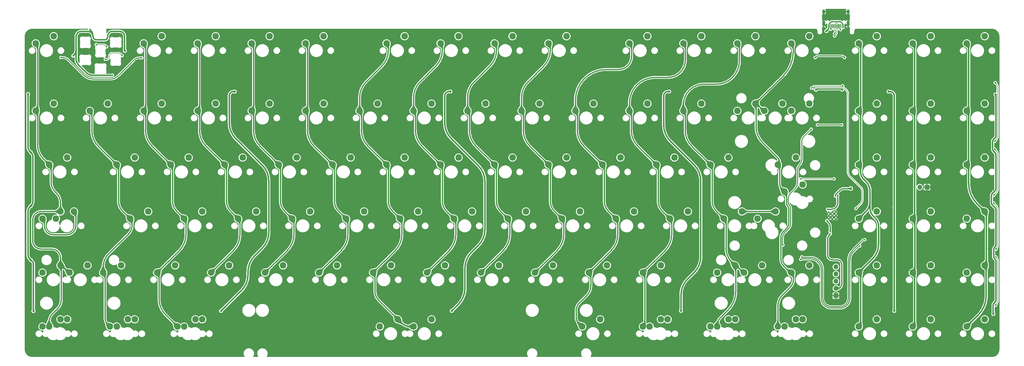
<source format=gbr>
%TF.GenerationSoftware,KiCad,Pcbnew,(6.0.1)*%
%TF.CreationDate,2022-06-13T22:26:40+10:00*%
%TF.ProjectId,fuyu,66757975-2e6b-4696-9361-645f70636258,rev?*%
%TF.SameCoordinates,Original*%
%TF.FileFunction,Copper,L1,Top*%
%TF.FilePolarity,Positive*%
%FSLAX46Y46*%
G04 Gerber Fmt 4.6, Leading zero omitted, Abs format (unit mm)*
G04 Created by KiCad (PCBNEW (6.0.1)) date 2022-06-13 22:26:40*
%MOMM*%
%LPD*%
G01*
G04 APERTURE LIST*
%TA.AperFunction,ComponentPad*%
%ADD10C,2.300000*%
%TD*%
%TA.AperFunction,SMDPad,CuDef*%
%ADD11R,0.600000X1.450000*%
%TD*%
%TA.AperFunction,SMDPad,CuDef*%
%ADD12R,0.300000X1.450000*%
%TD*%
%TA.AperFunction,ComponentPad*%
%ADD13O,1.000000X2.100000*%
%TD*%
%TA.AperFunction,ComponentPad*%
%ADD14O,1.000000X1.600000*%
%TD*%
%TA.AperFunction,ComponentPad*%
%ADD15R,1.700000X1.700000*%
%TD*%
%TA.AperFunction,ComponentPad*%
%ADD16O,1.700000X1.700000*%
%TD*%
%TA.AperFunction,ComponentPad*%
%ADD17C,0.600000*%
%TD*%
%TA.AperFunction,ViaPad*%
%ADD18C,0.600000*%
%TD*%
%TA.AperFunction,ViaPad*%
%ADD19C,0.800000*%
%TD*%
%TA.AperFunction,ViaPad*%
%ADD20C,1.000000*%
%TD*%
%TA.AperFunction,Conductor*%
%ADD21C,0.200000*%
%TD*%
%TA.AperFunction,Conductor*%
%ADD22C,0.300000*%
%TD*%
%TA.AperFunction,Conductor*%
%ADD23C,0.500000*%
%TD*%
%TA.AperFunction,Conductor*%
%ADD24C,0.400000*%
%TD*%
%TA.AperFunction,Conductor*%
%ADD25C,0.700000*%
%TD*%
G04 APERTURE END LIST*
D10*
%TO.P,SW99,1,1*%
%TO.N,COL10*%
X236311562Y-162775000D03*
%TO.P,SW99,2,2*%
%TO.N,Net-(D89-Pad2)*%
X242661562Y-160235000D03*
%TD*%
%TO.P,SW68,1,1*%
%TO.N,COL12*%
X298224062Y-124675000D03*
%TO.P,SW68,2,2*%
%TO.N,Net-(D64-Pad2)*%
X304574062Y-122135000D03*
%TD*%
%TO.P,SW106,1,1*%
%TO.N,COL14*%
X333942812Y-162775000D03*
%TO.P,SW106,2,2*%
%TO.N,Net-(D93-Pad2)*%
X340292812Y-160235000D03*
%TD*%
%TO.P,SW89,1,1*%
%TO.N,COL15*%
X352992812Y-143725000D03*
%TO.P,SW89,2,2*%
%TO.N,Net-(D83-Pad2)*%
X359342812Y-141185000D03*
%TD*%
%TO.P,SW28,1,1*%
%TO.N,COL11*%
X252980312Y-86575000D03*
%TO.P,SW28,2,2*%
%TO.N,Net-(D28-Pad2)*%
X259330312Y-84035000D03*
%TD*%
%TO.P,SW41,1,1*%
%TO.N,COL5*%
X148205312Y-105625000D03*
%TO.P,SW41,2,2*%
%TO.N,Net-(D40-Pad2)*%
X154555312Y-103085000D03*
%TD*%
%TO.P,SW2,1,1*%
%TO.N,COL2*%
X81530312Y-62762500D03*
%TO.P,SW2,2,2*%
%TO.N,Net-(D2-Pad2)*%
X87880312Y-60222500D03*
%TD*%
%TO.P,SW10,1,1*%
%TO.N,COL10*%
X252980312Y-62762500D03*
%TO.P,SW10,2,2*%
%TO.N,Net-(D10-Pad2)*%
X259330312Y-60222500D03*
%TD*%
%TO.P,SW27,1,1*%
%TO.N,COL10*%
X233930312Y-86575000D03*
%TO.P,SW27,2,2*%
%TO.N,Net-(D27-Pad2)*%
X240280312Y-84035000D03*
%TD*%
%TO.P,SW34,1,1*%
%TO.N,COL15*%
X352992812Y-86575000D03*
%TO.P,SW34,2,2*%
%TO.N,Net-(D33-Pad2)*%
X359342812Y-84035000D03*
%TD*%
%TO.P,SW35,1,1*%
%TO.N,COL16*%
X372042812Y-86575000D03*
%TO.P,SW35,2,2*%
%TO.N,Net-(D34-Pad2)*%
X378392812Y-84035000D03*
%TD*%
%TO.P,SW11,1,1*%
%TO.N,COL11*%
X272030312Y-62762500D03*
%TO.P,SW11,2,2*%
%TO.N,Net-(D11-Pad2)*%
X278380312Y-60222500D03*
%TD*%
%TO.P,SW59,1,1*%
%TO.N,COL4*%
X133917812Y-124675000D03*
%TO.P,SW59,2,2*%
%TO.N,Net-(D56-Pad2)*%
X140267812Y-122135000D03*
%TD*%
%TO.P,SW75,1,1*%
%TO.N,COL2*%
X86292812Y-143725000D03*
%TO.P,SW75,2,2*%
%TO.N,Net-(D70-Pad2)*%
X92642812Y-141185000D03*
%TD*%
%TO.P,SW8,1,1*%
%TO.N,COL8*%
X205355312Y-62762500D03*
%TO.P,SW8,2,2*%
%TO.N,Net-(D8-Pad2)*%
X211705312Y-60222500D03*
%TD*%
%TO.P,SW70,1,1*%
%TO.N,COL15*%
X352992812Y-124675000D03*
%TO.P,SW70,2,2*%
%TO.N,Net-(D66-Pad2)*%
X359342812Y-122135000D03*
%TD*%
%TO.P,SW90,1,1*%
%TO.N,Net-(D84-Pad2)*%
X372042812Y-143725000D03*
%TO.P,SW90,2,2*%
%TO.N,COL16*%
X378392812Y-141185000D03*
%TD*%
%TO.P,SW47,1,1*%
%TO.N,COL11*%
X262505312Y-105625000D03*
%TO.P,SW47,2,2*%
%TO.N,Net-(D46-Pad2)*%
X268855312Y-103085000D03*
%TD*%
%TO.P,SW39,1,1*%
%TO.N,COL3*%
X110105312Y-105625000D03*
%TO.P,SW39,2,2*%
%TO.N,Net-(D38-Pad2)*%
X116455312Y-103085000D03*
%TD*%
%TO.P,SW16,1,1*%
%TO.N,COL16*%
X372042812Y-62762500D03*
%TO.P,SW16,2,2*%
%TO.N,Net-(D16-Pad2)*%
X378392812Y-60222500D03*
%TD*%
%TO.P,SW6,1,1*%
%TO.N,COL6*%
X167255312Y-62762500D03*
%TO.P,SW6,2,2*%
%TO.N,Net-(D6-Pad2)*%
X173605312Y-60222500D03*
%TD*%
%TO.P,SW25,1,1*%
%TO.N,COL8*%
X195830312Y-86575000D03*
%TO.P,SW25,2,2*%
%TO.N,Net-(D25-Pad2)*%
X202180312Y-84035000D03*
%TD*%
%TO.P,SW29,1,1*%
%TO.N,COL12*%
X272030312Y-86575000D03*
%TO.P,SW29,2,2*%
%TO.N,Net-(D29-Pad2)*%
X278380312Y-84035000D03*
%TD*%
%TO.P,SW101,1,1*%
%TO.N,COL11*%
X260124062Y-162775000D03*
%TO.P,SW101,2,2*%
%TO.N,Net-(D90-Pad2)*%
X266474062Y-160235000D03*
%TD*%
%TO.P,SW13,1,1*%
%TO.N,COL13*%
X310130312Y-62762500D03*
%TO.P,SW13,2,2*%
%TO.N,Net-(D13-Pad2)*%
X316480312Y-60222500D03*
%TD*%
%TO.P,SW64,1,1*%
%TO.N,COL9*%
X229167812Y-124675000D03*
%TO.P,SW64,2,2*%
%TO.N,Net-(D61-Pad2)*%
X235517812Y-122135000D03*
%TD*%
%TO.P,SW103,1,1*%
%TO.N,COL12*%
X283936562Y-162775000D03*
%TO.P,SW103,2,2*%
%TO.N,Net-(D91-Pad2)*%
X290286562Y-160235000D03*
%TD*%
%TO.P,SW23,1,1*%
%TO.N,COL6*%
X157730312Y-86575000D03*
%TO.P,SW23,2,2*%
%TO.N,Net-(D23-Pad2)*%
X164080312Y-84035000D03*
%TD*%
%TO.P,SW91,1,1*%
%TO.N,COL0*%
X45811562Y-162775000D03*
%TO.P,SW91,2,2*%
%TO.N,Net-(D85-Pad2)*%
X52161562Y-160235000D03*
%TD*%
%TO.P,SW96,1,1*%
%TO.N,COL2*%
X95817812Y-162775000D03*
%TO.P,SW96,2,2*%
%TO.N,Net-(D87-Pad2)*%
X102167812Y-160235000D03*
%TD*%
%TO.P,SW78,1,1*%
%TO.N,COL5*%
X143442812Y-143725000D03*
%TO.P,SW78,2,2*%
%TO.N,Net-(D73-Pad2)*%
X149792812Y-141185000D03*
%TD*%
%TO.P,SW52,1,1*%
%TO.N,COL15*%
X352992812Y-105625000D03*
%TO.P,SW52,2,2*%
%TO.N,Net-(D50-Pad2)*%
X359342812Y-103085000D03*
%TD*%
%TO.P,SW60,1,1*%
%TO.N,COL5*%
X152967812Y-124675000D03*
%TO.P,SW60,2,2*%
%TO.N,Net-(D57-Pad2)*%
X159317812Y-122135000D03*
%TD*%
%TO.P,SW36,1,1*%
%TO.N,COL0*%
X48192812Y-105625000D03*
%TO.P,SW36,2,2*%
%TO.N,Net-(D35-Pad2)*%
X54542812Y-103085000D03*
%TD*%
%TO.P,SW61,1,1*%
%TO.N,COL6*%
X172017812Y-124675000D03*
%TO.P,SW61,2,2*%
%TO.N,Net-(D58-Pad2)*%
X178367812Y-122135000D03*
%TD*%
%TO.P,SW74,1,1*%
%TO.N,COL1*%
X67242812Y-143725000D03*
%TO.P,SW74,2,2*%
%TO.N,Net-(D69-Pad2)*%
X73592812Y-141185000D03*
%TD*%
%TO.P,SW33,1,1*%
%TO.N,COL14*%
X333942812Y-86575000D03*
%TO.P,SW33,2,2*%
%TO.N,Net-(D32-Pad2)*%
X340292812Y-84035000D03*
%TD*%
%TO.P,SW30,1,1*%
%TO.N,Net-(D30-Pad2)*%
X291080312Y-86575000D03*
%TO.P,SW30,2,2*%
%TO.N,COL13*%
X297430312Y-84035000D03*
%TD*%
%TO.P,SW42,1,1*%
%TO.N,COL6*%
X167255312Y-105625000D03*
%TO.P,SW42,2,2*%
%TO.N,Net-(D41-Pad2)*%
X173605312Y-103085000D03*
%TD*%
%TO.P,SW4,1,1*%
%TO.N,COL4*%
X119630312Y-62762500D03*
%TO.P,SW4,2,2*%
%TO.N,Net-(D4-Pad2)*%
X125980312Y-60222500D03*
%TD*%
%TO.P,SW71,1,1*%
%TO.N,Net-(D67-Pad2)*%
X372042812Y-124675000D03*
%TO.P,SW71,2,2*%
%TO.N,COL16*%
X378392812Y-122135000D03*
%TD*%
%TO.P,SW100,1,1*%
%TO.N,COL11*%
X257742812Y-162775000D03*
%TO.P,SW100,2,2*%
%TO.N,Net-(D90-Pad2)*%
X264092812Y-160235000D03*
%TD*%
%TO.P,SW76,1,1*%
%TO.N,COL3*%
X105342812Y-143725000D03*
%TO.P,SW76,2,2*%
%TO.N,Net-(D71-Pad2)*%
X111692812Y-141185000D03*
%TD*%
%TO.P,SW84,1,1*%
%TO.N,COL11*%
X257742812Y-143725000D03*
%TO.P,SW84,2,2*%
%TO.N,Net-(D79-Pad2)*%
X264092812Y-141185000D03*
%TD*%
%TO.P,SW102,1,1*%
%TO.N,COL12*%
X281555312Y-162775000D03*
%TO.P,SW102,2,2*%
%TO.N,Net-(D91-Pad2)*%
X287905312Y-160235000D03*
%TD*%
%TO.P,SW48,1,1*%
%TO.N,COL12*%
X281555312Y-105625000D03*
%TO.P,SW48,2,2*%
%TO.N,Net-(D47-Pad2)*%
X287905312Y-103085000D03*
%TD*%
%TO.P,SW93,1,1*%
%TO.N,COL1*%
X69624062Y-162775000D03*
%TO.P,SW93,2,2*%
%TO.N,Net-(D86-Pad2)*%
X75974062Y-160235000D03*
%TD*%
%TO.P,SW57,1,1*%
%TO.N,COL2*%
X95817812Y-124675000D03*
%TO.P,SW57,2,2*%
%TO.N,Net-(D54-Pad2)*%
X102167812Y-122135000D03*
%TD*%
%TO.P,SW77,1,1*%
%TO.N,COL4*%
X124392812Y-143725000D03*
%TO.P,SW77,2,2*%
%TO.N,Net-(D72-Pad2)*%
X130742812Y-141185000D03*
%TD*%
%TO.P,SW31,1,1*%
%TO.N,COL13*%
X300605312Y-86575000D03*
%TO.P,SW31,2,2*%
%TO.N,Net-(D30-Pad2)*%
X306955312Y-84035000D03*
%TD*%
%TO.P,SW82,1,1*%
%TO.N,COL9*%
X219642812Y-143725000D03*
%TO.P,SW82,2,2*%
%TO.N,Net-(D77-Pad2)*%
X225992812Y-141185000D03*
%TD*%
%TO.P,SW55,1,1*%
%TO.N,COL0*%
X50574062Y-124675000D03*
%TO.P,SW55,2,2*%
%TO.N,Net-(D52-Pad2)*%
X56924062Y-122135000D03*
%TD*%
%TO.P,SW65,1,1*%
%TO.N,COL10*%
X248217812Y-124675000D03*
%TO.P,SW65,2,2*%
%TO.N,Net-(D62-Pad2)*%
X254567812Y-122135000D03*
%TD*%
%TO.P,SW21,1,1*%
%TO.N,COL4*%
X119630312Y-86575000D03*
%TO.P,SW21,2,2*%
%TO.N,Net-(D21-Pad2)*%
X125980312Y-84035000D03*
%TD*%
%TO.P,SW3,1,1*%
%TO.N,COL3*%
X100580312Y-62762500D03*
%TO.P,SW3,2,2*%
%TO.N,Net-(D3-Pad2)*%
X106930312Y-60222500D03*
%TD*%
%TO.P,SW86,1,1*%
%TO.N,COL12*%
X293461562Y-143725000D03*
%TO.P,SW86,2,2*%
%TO.N,Net-(D80-Pad2)*%
X299811562Y-141185000D03*
%TD*%
%TO.P,SW44,1,1*%
%TO.N,COL8*%
X205355312Y-105625000D03*
%TO.P,SW44,2,2*%
%TO.N,Net-(D43-Pad2)*%
X211705312Y-103085000D03*
%TD*%
%TO.P,SW80,1,1*%
%TO.N,COL7*%
X181542812Y-143725000D03*
%TO.P,SW80,2,2*%
%TO.N,Net-(D75-Pad2)*%
X187892812Y-141185000D03*
%TD*%
%TO.P,SW15,1,1*%
%TO.N,COL15*%
X352992812Y-62762500D03*
%TO.P,SW15,2,2*%
%TO.N,Net-(D15-Pad2)*%
X359342812Y-60222500D03*
%TD*%
%TO.P,SW108,1,1*%
%TO.N,COL16*%
X372042812Y-162775000D03*
%TO.P,SW108,2,2*%
%TO.N,Net-(D95-Pad2)*%
X378392812Y-160235000D03*
%TD*%
%TO.P,SW58,1,1*%
%TO.N,COL3*%
X114867812Y-124675000D03*
%TO.P,SW58,2,2*%
%TO.N,Net-(D55-Pad2)*%
X121217812Y-122135000D03*
%TD*%
%TO.P,SW81,1,1*%
%TO.N,COL8*%
X200592812Y-143725000D03*
%TO.P,SW81,2,2*%
%TO.N,Net-(D76-Pad2)*%
X206942812Y-141185000D03*
%TD*%
%TO.P,SW46,1,1*%
%TO.N,COL10*%
X243455312Y-105625000D03*
%TO.P,SW46,2,2*%
%TO.N,Net-(D45-Pad2)*%
X249805312Y-103085000D03*
%TD*%
%TO.P,SW24,1,1*%
%TO.N,COL7*%
X176780312Y-86575000D03*
%TO.P,SW24,2,2*%
%TO.N,Net-(D24-Pad2)*%
X183130312Y-84035000D03*
%TD*%
%TO.P,SW43,1,1*%
%TO.N,COL7*%
X186305312Y-105625000D03*
%TO.P,SW43,2,2*%
%TO.N,Net-(D42-Pad2)*%
X192655312Y-103085000D03*
%TD*%
%TO.P,SW12,1,1*%
%TO.N,COL12*%
X291080312Y-62762500D03*
%TO.P,SW12,2,2*%
%TO.N,Net-(D12-Pad2)*%
X297430312Y-60222500D03*
%TD*%
%TO.P,SW79,1,1*%
%TO.N,COL6*%
X162492812Y-143725000D03*
%TO.P,SW79,2,2*%
%TO.N,Net-(D74-Pad2)*%
X168842812Y-141185000D03*
%TD*%
%TO.P,SW85,1,1*%
%TO.N,Net-(D80-Pad2)*%
X283936562Y-143725000D03*
%TO.P,SW85,2,2*%
%TO.N,COL12*%
X290286562Y-141185000D03*
%TD*%
%TO.P,SW62,1,1*%
%TO.N,COL7*%
X191067812Y-124675000D03*
%TO.P,SW62,2,2*%
%TO.N,Net-(D59-Pad2)*%
X197417812Y-122135000D03*
%TD*%
%TO.P,SW51,1,1*%
%TO.N,COL14*%
X333942812Y-105625000D03*
%TO.P,SW51,2,2*%
%TO.N,Net-(D49-Pad2)*%
X340292812Y-103085000D03*
%TD*%
%TO.P,SW45,1,1*%
%TO.N,COL9*%
X224405312Y-105625000D03*
%TO.P,SW45,2,2*%
%TO.N,Net-(D44-Pad2)*%
X230755312Y-103085000D03*
%TD*%
%TO.P,SW22,1,1*%
%TO.N,COL5*%
X138680312Y-86575000D03*
%TO.P,SW22,2,2*%
%TO.N,Net-(D22-Pad2)*%
X145030312Y-84035000D03*
%TD*%
%TO.P,SW105,1,1*%
%TO.N,COL13*%
X307749062Y-162775000D03*
%TO.P,SW105,2,2*%
%TO.N,Net-(D92-Pad2)*%
X314099062Y-160235000D03*
%TD*%
%TO.P,SW54,1,1*%
%TO.N,Net-(D52-Pad2)*%
X45811562Y-124675000D03*
%TO.P,SW54,2,2*%
%TO.N,COL0*%
X52161562Y-122135000D03*
%TD*%
%TO.P,SW37,1,1*%
%TO.N,COL1*%
X72005312Y-105625000D03*
%TO.P,SW37,2,2*%
%TO.N,Net-(D36-Pad2)*%
X78355312Y-103085000D03*
%TD*%
%TO.P,SW20,1,1*%
%TO.N,COL3*%
X100580312Y-86575000D03*
%TO.P,SW20,2,2*%
%TO.N,Net-(D20-Pad2)*%
X106930312Y-84035000D03*
%TD*%
%TO.P,SW14,1,1*%
%TO.N,COL14*%
X333942812Y-62762500D03*
%TO.P,SW14,2,2*%
%TO.N,Net-(D14-Pad2)*%
X340292812Y-60222500D03*
%TD*%
%TO.P,SW83,1,1*%
%TO.N,COL10*%
X238692812Y-143725000D03*
%TO.P,SW83,2,2*%
%TO.N,Net-(D78-Pad2)*%
X245042812Y-141185000D03*
%TD*%
%TO.P,SW7,1,1*%
%TO.N,COL7*%
X186305312Y-62762500D03*
%TO.P,SW7,2,2*%
%TO.N,Net-(D7-Pad2)*%
X192655312Y-60222500D03*
%TD*%
%TO.P,SW72,1,1*%
%TO.N,Net-(D68-Pad2)*%
X45811562Y-143725000D03*
%TO.P,SW72,2,2*%
%TO.N,COL0*%
X52161562Y-141185000D03*
%TD*%
%TO.P,SW18,1,1*%
%TO.N,COL1*%
X62480312Y-86575000D03*
%TO.P,SW18,2,2*%
%TO.N,Net-(D18-Pad2)*%
X68830312Y-84035000D03*
%TD*%
%TO.P,SW5,1,1*%
%TO.N,COL5*%
X138680312Y-62762500D03*
%TO.P,SW5,2,2*%
%TO.N,Net-(D5-Pad2)*%
X145030312Y-60222500D03*
%TD*%
%TO.P,SW67,1,1*%
%TO.N,COL12*%
X286317812Y-124675000D03*
%TO.P,SW67,2,2*%
%TO.N,Net-(D64-Pad2)*%
X292667812Y-122135000D03*
%TD*%
%TO.P,SW49,1,1*%
%TO.N,COL13*%
X305367812Y-105625000D03*
%TO.P,SW49,2,2*%
%TO.N,Net-(D48-Pad2)*%
X311717812Y-103085000D03*
%TD*%
%TO.P,SW1,1,1*%
%TO.N,COL0*%
X43430312Y-62762500D03*
%TO.P,SW1,2,2*%
%TO.N,Net-(D1-Pad2)*%
X49780312Y-60222500D03*
%TD*%
%TO.P,SW63,1,1*%
%TO.N,COL8*%
X210117812Y-124675000D03*
%TO.P,SW63,2,2*%
%TO.N,Net-(D60-Pad2)*%
X216467812Y-122135000D03*
%TD*%
%TO.P,SW9,1,1*%
%TO.N,COL9*%
X224405312Y-62762500D03*
%TO.P,SW9,2,2*%
%TO.N,Net-(D9-Pad2)*%
X230755312Y-60222500D03*
%TD*%
%TO.P,SW69,1,1*%
%TO.N,COL14*%
X333942812Y-124675000D03*
%TO.P,SW69,2,2*%
%TO.N,Net-(D65-Pad2)*%
X340292812Y-122135000D03*
%TD*%
D11*
%TO.P,J1,A1,GND*%
%TO.N,GND*%
X329096562Y-56647500D03*
%TO.P,J1,A4,VBUS*%
%TO.N,VBUS*%
X328296562Y-56647500D03*
D12*
%TO.P,J1,A5,CC1*%
%TO.N,/CC1*%
X327096562Y-56647500D03*
%TO.P,J1,A6,D+*%
%TO.N,DBUS+*%
X326096562Y-56647500D03*
%TO.P,J1,A7,D-*%
%TO.N,DBUS-*%
X325596562Y-56647500D03*
%TO.P,J1,A8,SBU1*%
%TO.N,unconnected-(J1-PadA8)*%
X324596562Y-56647500D03*
D11*
%TO.P,J1,A9,VBUS*%
%TO.N,VBUS*%
X323396562Y-56647500D03*
%TO.P,J1,A12,GND*%
%TO.N,GND*%
X322596562Y-56647500D03*
%TO.P,J1,B1,GND*%
X322596562Y-56647500D03*
%TO.P,J1,B4,VBUS*%
%TO.N,VBUS*%
X323396562Y-56647500D03*
D12*
%TO.P,J1,B5,CC2*%
%TO.N,/CC2*%
X324096562Y-56647500D03*
%TO.P,J1,B6,D+*%
%TO.N,DBUS+*%
X325096562Y-56647500D03*
%TO.P,J1,B7,D-*%
%TO.N,DBUS-*%
X326596562Y-56647500D03*
%TO.P,J1,B8,SBU2*%
%TO.N,unconnected-(J1-PadB8)*%
X327596562Y-56647500D03*
D11*
%TO.P,J1,B9,VBUS*%
%TO.N,VBUS*%
X328296562Y-56647500D03*
%TO.P,J1,B12,GND*%
%TO.N,GND*%
X329096562Y-56647500D03*
D13*
%TO.P,J1,S1,SHIELD*%
X321526562Y-55732500D03*
D14*
X330166562Y-51552500D03*
X321526562Y-51552500D03*
D13*
X330166562Y-55732500D03*
%TD*%
D10*
%TO.P,SW73,1,1*%
%TO.N,COL0*%
X55336562Y-143725000D03*
%TO.P,SW73,2,2*%
%TO.N,Net-(D68-Pad2)*%
X61686562Y-141185000D03*
%TD*%
%TO.P,SW32,1,1*%
%TO.N,COL13*%
X310130312Y-86575000D03*
%TO.P,SW32,2,2*%
%TO.N,Net-(D31-Pad2)*%
X316480312Y-84035000D03*
%TD*%
%TO.P,SW97,1,1*%
%TO.N,Net-(D88-Pad2)*%
X164874062Y-162775000D03*
%TO.P,SW97,2,2*%
%TO.N,COL6*%
X171224062Y-160235000D03*
%TD*%
%TO.P,SW107,1,1*%
%TO.N,COL15*%
X352992812Y-162775000D03*
%TO.P,SW107,2,2*%
%TO.N,Net-(D94-Pad2)*%
X359342812Y-160235000D03*
%TD*%
%TO.P,SW66,1,1*%
%TO.N,COL11*%
X267267812Y-124675000D03*
%TO.P,SW66,2,2*%
%TO.N,Net-(D63-Pad2)*%
X273617812Y-122135000D03*
%TD*%
%TO.P,SW92,1,1*%
%TO.N,COL0*%
X48192812Y-162775000D03*
%TO.P,SW92,2,2*%
%TO.N,Net-(D85-Pad2)*%
X54542812Y-160235000D03*
%TD*%
%TO.P,SW56,1,1*%
%TO.N,COL1*%
X76767812Y-124675000D03*
%TO.P,SW56,2,2*%
%TO.N,Net-(D53-Pad2)*%
X83117812Y-122135000D03*
%TD*%
%TO.P,SW87,1,1*%
%TO.N,COL13*%
X310130312Y-143725000D03*
%TO.P,SW87,2,2*%
%TO.N,Net-(D81-Pad2)*%
X316480312Y-141185000D03*
%TD*%
%TO.P,SW38,1,1*%
%TO.N,COL2*%
X91055312Y-105625000D03*
%TO.P,SW38,2,2*%
%TO.N,Net-(D37-Pad2)*%
X97405312Y-103085000D03*
%TD*%
%TO.P,SW94,1,1*%
%TO.N,COL1*%
X72005312Y-162775000D03*
%TO.P,SW94,2,2*%
%TO.N,Net-(D86-Pad2)*%
X78355312Y-160235000D03*
%TD*%
%TO.P,SW19,1,1*%
%TO.N,COL2*%
X81530312Y-86575000D03*
%TO.P,SW19,2,2*%
%TO.N,Net-(D19-Pad2)*%
X87880312Y-84035000D03*
%TD*%
%TO.P,SW50,1,1*%
%TO.N,COL13*%
X307749062Y-115150000D03*
%TO.P,SW50,2,2*%
%TO.N,Net-(D48-Pad2)*%
X314099062Y-112610000D03*
%TD*%
%TO.P,SW17,1,1*%
%TO.N,COL0*%
X43430312Y-86575000D03*
%TO.P,SW17,2,2*%
%TO.N,Net-(D17-Pad2)*%
X49780312Y-84035000D03*
%TD*%
%TO.P,SW95,1,1*%
%TO.N,COL2*%
X93436562Y-162775000D03*
%TO.P,SW95,2,2*%
%TO.N,Net-(D87-Pad2)*%
X99786562Y-160235000D03*
%TD*%
%TO.P,SW104,1,1*%
%TO.N,COL13*%
X305367812Y-162775000D03*
%TO.P,SW104,2,2*%
%TO.N,Net-(D92-Pad2)*%
X311717812Y-160235000D03*
%TD*%
%TO.P,SW98,1,1*%
%TO.N,COL6*%
X176780312Y-162775000D03*
%TO.P,SW98,2,2*%
%TO.N,Net-(D88-Pad2)*%
X183130312Y-160235000D03*
%TD*%
%TO.P,SW53,1,1*%
%TO.N,COL16*%
X372042812Y-105625000D03*
%TO.P,SW53,2,2*%
%TO.N,Net-(D51-Pad2)*%
X378392812Y-103085000D03*
%TD*%
%TO.P,SW26,1,1*%
%TO.N,COL9*%
X214880312Y-86575000D03*
%TO.P,SW26,2,2*%
%TO.N,Net-(D26-Pad2)*%
X221230312Y-84035000D03*
%TD*%
%TO.P,SW40,1,1*%
%TO.N,COL4*%
X129155312Y-105625000D03*
%TO.P,SW40,2,2*%
%TO.N,Net-(D39-Pad2)*%
X135505312Y-103085000D03*
%TD*%
%TO.P,SW88,1,1*%
%TO.N,COL14*%
X333942812Y-143725000D03*
%TO.P,SW88,2,2*%
%TO.N,Net-(D82-Pad2)*%
X340292812Y-141185000D03*
%TD*%
D15*
%TO.P,J2,1,Pin_1*%
%TO.N,GND*%
X325860312Y-151837094D03*
D16*
%TO.P,J2,2,Pin_2*%
%TO.N,+3V3*%
X325860312Y-149297094D03*
%TO.P,J2,3,Pin_3*%
%TO.N,~{RESET}*%
X325860312Y-146757094D03*
%TO.P,J2,4,Pin_4*%
%TO.N,SWCLK*%
X325860312Y-144217094D03*
%TO.P,J2,5,Pin_5*%
%TO.N,SWD*%
X325860312Y-141677094D03*
%TD*%
D17*
%TO.P,U2,57,GND*%
%TO.N,GND*%
X324600312Y-123568892D03*
X323325312Y-124843892D03*
X325875312Y-122293892D03*
X324600312Y-124843892D03*
X323325312Y-123568892D03*
X323325312Y-122293892D03*
X325875312Y-124843892D03*
X325875312Y-123568892D03*
X324600312Y-122293892D03*
%TD*%
D15*
%TO.P,SW0,1,1*%
%TO.N,GND*%
X358020312Y-113527500D03*
D16*
%TO.P,SW0,2,2*%
%TO.N,/~{USB_BOOT}*%
X355480312Y-113527500D03*
%TD*%
D18*
%TO.N,GND*%
X310280312Y-128082500D03*
X342520312Y-124612500D03*
X350210312Y-132402500D03*
X342700312Y-139352500D03*
X339420312Y-134002500D03*
X337310312Y-138182500D03*
X56920312Y-69512500D03*
X54750312Y-59472500D03*
X73490312Y-60182500D03*
X64110312Y-62302500D03*
X62980312Y-65662500D03*
X68530312Y-67392500D03*
X68550312Y-69482500D03*
X75750312Y-66472500D03*
X71240312Y-73602500D03*
%TO.N,+5V*%
X56590312Y-67192500D03*
X62520312Y-57842500D03*
%TO.N,Net-(LED1-Pad2)*%
X68460312Y-63942500D03*
X64750312Y-63202500D03*
%TO.N,+5V*%
X67340312Y-61522500D03*
%TO.N,GND*%
X333660312Y-121652500D03*
X123020312Y-116362500D03*
X134630312Y-115412500D03*
X285460312Y-118792500D03*
X274790312Y-108332500D03*
X204910312Y-123192500D03*
X198260312Y-118342500D03*
X198850312Y-108262500D03*
X71970312Y-98042500D03*
X68640312Y-132732500D03*
X77200312Y-136852500D03*
X285310312Y-65902500D03*
X199830312Y-65762500D03*
X114000312Y-65832500D03*
X109750312Y-166032500D03*
X366810312Y-163782500D03*
X356190312Y-169962500D03*
X325770312Y-163782500D03*
X289330312Y-170122500D03*
X275390312Y-165372500D03*
X210060312Y-165142500D03*
X150910312Y-163092500D03*
X87970312Y-163472500D03*
X56440312Y-169332500D03*
X87340312Y-170122500D03*
X190760312Y-168732500D03*
X144430312Y-171612500D03*
X228150312Y-169852500D03*
X375990312Y-132482500D03*
X375200312Y-140162500D03*
X322800312Y-68422500D03*
X323090312Y-64352500D03*
X319330312Y-63412500D03*
X317100312Y-68802500D03*
X311160312Y-69112500D03*
X309430312Y-69132500D03*
X292600312Y-69142500D03*
X290970312Y-69132500D03*
X273530312Y-69142500D03*
X271880312Y-69122500D03*
X254250312Y-69162500D03*
X252440312Y-69132500D03*
X224930312Y-69132500D03*
X223030312Y-69132500D03*
X205920312Y-69132500D03*
X204010312Y-69132500D03*
X186820312Y-69132500D03*
X184930312Y-69142500D03*
X167750312Y-69152500D03*
X165870312Y-69142500D03*
X140120312Y-69142500D03*
X138510312Y-69142500D03*
X121070312Y-69142500D03*
X119450312Y-69142500D03*
X102030312Y-69132500D03*
X100400312Y-69132500D03*
X82980312Y-69142500D03*
X81350312Y-69152500D03*
X346870312Y-63192500D03*
X365380312Y-63192500D03*
X382410312Y-67042500D03*
X330220312Y-72562500D03*
X190270312Y-74062500D03*
X111370312Y-74062500D03*
X304430312Y-65492500D03*
X155720312Y-65172500D03*
X242360312Y-65052500D03*
X284100312Y-133162500D03*
X327830312Y-108772500D03*
X296400312Y-108252500D03*
X266800312Y-118052500D03*
X260740312Y-118052500D03*
X257010312Y-108402500D03*
X248140312Y-117492500D03*
X229130312Y-117072500D03*
X222580312Y-117212500D03*
X218640312Y-108332500D03*
X210610312Y-116782500D03*
X191460312Y-116362500D03*
X183640312Y-116502500D03*
X65830312Y-107862500D03*
X69070312Y-114832500D03*
X78290312Y-114622500D03*
X85260312Y-108002500D03*
X87660312Y-115332500D03*
X95610312Y-114832500D03*
X107370312Y-115542500D03*
X104410312Y-108222500D03*
X122020312Y-108362500D03*
X115330312Y-115192500D03*
X163770312Y-116602500D03*
X161590312Y-108152500D03*
X152150312Y-116172500D03*
X144340312Y-116452500D03*
X142230312Y-108082500D03*
X171730312Y-116452500D03*
X179900312Y-108002500D03*
X238340312Y-107502500D03*
X278470312Y-95632500D03*
X310710312Y-75602500D03*
X316420312Y-73142500D03*
X343040312Y-73162500D03*
X360630312Y-73162500D03*
X365920312Y-85532500D03*
X339860312Y-99472500D03*
X350210312Y-99332500D03*
X366190312Y-99442500D03*
X362380312Y-116392500D03*
X374580312Y-122412500D03*
X347160312Y-163632500D03*
X356200312Y-142372500D03*
X363510312Y-132642500D03*
X364920312Y-152042500D03*
X237700312Y-153312500D03*
X234930312Y-153312500D03*
X167400312Y-152122500D03*
X159790312Y-152432500D03*
X119390312Y-151642500D03*
X101490312Y-152122500D03*
X82640312Y-152272500D03*
X303170312Y-137382500D03*
X271960312Y-137542500D03*
X215400312Y-137222500D03*
X159950312Y-136432500D03*
X101650312Y-136592500D03*
X275160312Y-119402500D03*
X281090312Y-122662500D03*
X239900312Y-122132500D03*
X183390312Y-122022500D03*
X128040312Y-122552500D03*
X58970312Y-100162500D03*
X308440312Y-99952500D03*
X202550312Y-95782500D03*
X188230312Y-101562500D03*
X41590312Y-140472500D03*
X41620312Y-152742500D03*
X43290312Y-116332500D03*
X41600312Y-114902500D03*
X41490312Y-102472500D03*
X41620312Y-97252500D03*
X39830312Y-97462500D03*
X40490312Y-79622500D03*
X113120312Y-78912500D03*
X113140312Y-80632500D03*
X189260312Y-78912500D03*
X189260312Y-80622500D03*
X266460312Y-78922500D03*
X266490312Y-80632500D03*
X344980312Y-78902500D03*
X316490312Y-128162500D03*
X319960312Y-131672500D03*
X324250312Y-138022500D03*
X312970312Y-140382500D03*
X306070312Y-128782500D03*
X308750312Y-130762500D03*
X307580312Y-111842500D03*
X304100312Y-111842500D03*
X300630312Y-123482500D03*
X297670312Y-120662500D03*
X310350312Y-113712500D03*
X331970312Y-147982500D03*
X319530312Y-148962500D03*
X322370312Y-148852500D03*
X329150312Y-145492500D03*
X334600312Y-135112500D03*
X336910312Y-132412500D03*
X332200312Y-138382500D03*
X328970312Y-139172500D03*
X319730312Y-137872500D03*
X319000312Y-141472500D03*
X321940312Y-141112500D03*
X324320312Y-141622500D03*
X323920312Y-131992500D03*
X327740312Y-116422500D03*
X324400312Y-117132500D03*
X331490312Y-116422500D03*
X338920312Y-117602500D03*
X336460312Y-117592500D03*
X337220312Y-122872500D03*
X335420312Y-121932500D03*
X334350312Y-120812500D03*
%TO.N,+5V*%
X346470312Y-120682500D03*
%TO.N,ARGB_5V*%
X332950312Y-121062500D03*
%TO.N,GND*%
X75970312Y-61372500D03*
X74000312Y-66002500D03*
X54770312Y-66342500D03*
X64920312Y-69382500D03*
X378680312Y-156582500D03*
X376810312Y-156392500D03*
X354540312Y-158102500D03*
X352820312Y-158102500D03*
X306180312Y-158102500D03*
X67070312Y-159192500D03*
X68690312Y-159192500D03*
X331360312Y-154462500D03*
X320080312Y-154432500D03*
X322950312Y-154322500D03*
X327540312Y-154342500D03*
X301480312Y-154322500D03*
X274710312Y-154312500D03*
X247880312Y-154312500D03*
X194280312Y-154302500D03*
X167410312Y-154282500D03*
X140610312Y-154272500D03*
X92910312Y-154242500D03*
X66700312Y-154272500D03*
X108400312Y-156362500D03*
X110870312Y-156392500D03*
X189820312Y-156332500D03*
X272040312Y-156372500D03*
X270320312Y-156372500D03*
X345610312Y-154532500D03*
X347320312Y-154532500D03*
X347330312Y-156382500D03*
X345620312Y-156382500D03*
X347240312Y-80632500D03*
X344990312Y-80642500D03*
X345610312Y-92322500D03*
X347320312Y-92312500D03*
X347320312Y-90802500D03*
X345610312Y-90802500D03*
X347330312Y-109852500D03*
X345610312Y-109852500D03*
X347330312Y-114072500D03*
X345620312Y-114072500D03*
X347330312Y-118962500D03*
X345600312Y-118962500D03*
X347340312Y-120802500D03*
X345530312Y-122342500D03*
X347330312Y-134782500D03*
X345610312Y-134782500D03*
X347330312Y-138222500D03*
X345610312Y-138222500D03*
X277290312Y-130422500D03*
X279010312Y-130422500D03*
X279020312Y-128892500D03*
X277290312Y-128892500D03*
X279010312Y-117232500D03*
X277290312Y-117242500D03*
X278890312Y-109852500D03*
X277130312Y-109852500D03*
X265960312Y-92312500D03*
X264240312Y-92312500D03*
X265930312Y-90802500D03*
X264210312Y-90802500D03*
X186910312Y-90802500D03*
X188630312Y-90802500D03*
X188810312Y-92312500D03*
X187050312Y-92322500D03*
X273080312Y-147952500D03*
X271140312Y-147952500D03*
X270600312Y-149462500D03*
X272380312Y-149472500D03*
X194040312Y-147942500D03*
X195770312Y-147942500D03*
X195770312Y-149472500D03*
X194040312Y-149472500D03*
X116560312Y-147952500D03*
X118470312Y-147952500D03*
X117630312Y-149462500D03*
X115410312Y-149462500D03*
X110880312Y-90802500D03*
X112600312Y-90802500D03*
X112770312Y-92322500D03*
X111010312Y-92322500D03*
X124670312Y-109852500D03*
X126420312Y-109852500D03*
X126560312Y-114032500D03*
X124840312Y-114122500D03*
X124840312Y-128892500D03*
X126560312Y-128892500D03*
X126510312Y-130422500D03*
X124770312Y-130422500D03*
X200840312Y-130422500D03*
X202620312Y-130422500D03*
X202830312Y-128902500D03*
X201110312Y-128902500D03*
X200880312Y-109852500D03*
X202660312Y-109842500D03*
X202830312Y-115642500D03*
X201110312Y-115632500D03*
D19*
%TO.N,+5V*%
X108830312Y-157252500D03*
X113670312Y-79772500D03*
X189800312Y-79772500D03*
X190260312Y-157242500D03*
X271180312Y-157242500D03*
X267010312Y-79772500D03*
X346450312Y-157242500D03*
X344450312Y-79772500D03*
D18*
%TO.N,GND*%
X40600312Y-157342500D03*
D19*
%TO.N,+5V*%
X42620312Y-157342500D03*
D18*
%TO.N,GND*%
X320710312Y-109912500D03*
X320710312Y-111322500D03*
%TO.N,+1V1*%
X322897812Y-121353892D03*
X322627812Y-125433892D03*
X323797812Y-129186392D03*
X326477192Y-116453892D03*
%TO.N,GND*%
X178270312Y-78912500D03*
X324600312Y-66402500D03*
X176510312Y-78912500D03*
D19*
X200240312Y-78732500D03*
D18*
X327010312Y-79642500D03*
X379880312Y-96202500D03*
D19*
X96140312Y-76752500D03*
X122350312Y-76762500D03*
D18*
X57990312Y-57982500D03*
X321450312Y-77212500D03*
X92800312Y-78812500D03*
D19*
X332480312Y-156172500D03*
D18*
X81350312Y-78912500D03*
X316780312Y-124782500D03*
X57200312Y-73362500D03*
X255550312Y-78872500D03*
X324599670Y-109912500D03*
X304570312Y-158102500D03*
X311040312Y-156372500D03*
X381360312Y-142442500D03*
X352760312Y-78822500D03*
X381510312Y-149262500D03*
X379540312Y-115262500D03*
X381500312Y-144872500D03*
X379740312Y-135132500D03*
D19*
X332120620Y-112372500D03*
D18*
X121030312Y-159422500D03*
X195550312Y-78922500D03*
D19*
X148050312Y-78692500D03*
D18*
X322150312Y-131942500D03*
X214600312Y-78922500D03*
D19*
X326877192Y-113663892D03*
D18*
X43310312Y-78822500D03*
D19*
X318250312Y-77112500D03*
X70080312Y-78732500D03*
X252790312Y-156162500D03*
X328370312Y-60672500D03*
X148440312Y-76762500D03*
X199140312Y-156172500D03*
D18*
X316350312Y-78492500D03*
X331127192Y-119933892D03*
X82960312Y-78912500D03*
X354520312Y-80642500D03*
X322179670Y-111322500D03*
D19*
X317617504Y-119736392D03*
D18*
X74860312Y-69842500D03*
D19*
X358550312Y-156172500D03*
D18*
X299680312Y-80632500D03*
D19*
X45630312Y-156782500D03*
D18*
X159220312Y-78912500D03*
X326980312Y-63762500D03*
X216360312Y-78922500D03*
X324599670Y-90792500D03*
X329529960Y-133198540D03*
X381420312Y-125752500D03*
X299290312Y-128692500D03*
X381490312Y-81512500D03*
D19*
X69610312Y-157172500D03*
D18*
X326590312Y-59762500D03*
X328569960Y-135498540D03*
X324610312Y-77212500D03*
X273590312Y-156362500D03*
X291570312Y-144662500D03*
X289360312Y-156382500D03*
X315650312Y-77072500D03*
X347520312Y-123102500D03*
X304990312Y-116702500D03*
D19*
X200520312Y-76752500D03*
X317598866Y-120669392D03*
X96040312Y-78732500D03*
D18*
X327010312Y-77212500D03*
D19*
X323430312Y-60332500D03*
X279600312Y-156162500D03*
D18*
X383190312Y-166952500D03*
X324920312Y-129988892D03*
X322330312Y-74872500D03*
X140130312Y-78912500D03*
X233790312Y-78912500D03*
X313780312Y-106192500D03*
X121020312Y-161452500D03*
X322295312Y-73697500D03*
X66750312Y-78792500D03*
X64140312Y-66452500D03*
D19*
X70110312Y-76762500D03*
D18*
X327019670Y-90792500D03*
D19*
X319630312Y-79882500D03*
X174250312Y-78712500D03*
D18*
X273520312Y-78662500D03*
X197230312Y-78912500D03*
X335490312Y-78902500D03*
X318800312Y-109922500D03*
X311600312Y-120472500D03*
X302750312Y-121292500D03*
D19*
X252740312Y-76802500D03*
X226310312Y-78692500D03*
D18*
X301980312Y-80632500D03*
X41590312Y-87732500D03*
X192340312Y-156382500D03*
X381510312Y-133342500D03*
X313500312Y-115112500D03*
X62260312Y-71642500D03*
X300390312Y-156342500D03*
X321460312Y-79642500D03*
X327020312Y-66397500D03*
X139370312Y-156282500D03*
D19*
X66580312Y-157432500D03*
D18*
X381430312Y-106722500D03*
X381470312Y-147652500D03*
X170320312Y-158112500D03*
X75820312Y-58532500D03*
X332000312Y-76712500D03*
X327009670Y-92302500D03*
X321449670Y-92312500D03*
X43450312Y-154352500D03*
X381990312Y-159212500D03*
D19*
X174560312Y-76762500D03*
D18*
X283540312Y-156382500D03*
D19*
X42850312Y-101172500D03*
X306370312Y-156262500D03*
D18*
X333750312Y-78892500D03*
X324599670Y-92312500D03*
X324600312Y-67922500D03*
D19*
X321750312Y-61492500D03*
X122140312Y-78732500D03*
X325827192Y-113663892D03*
X145540312Y-156192500D03*
D18*
X321449670Y-90782500D03*
X332890312Y-102440000D03*
D19*
X331820312Y-78732500D03*
D18*
X40780312Y-154192500D03*
X306340312Y-122842500D03*
X41570312Y-90492500D03*
X382000312Y-164162500D03*
D20*
X330180312Y-57422500D03*
D18*
X275550312Y-79022500D03*
D19*
X356570312Y-78702500D03*
D18*
X235540312Y-78922500D03*
X314760312Y-109682500D03*
X41620312Y-81052500D03*
X118910312Y-78792500D03*
X69960312Y-64772500D03*
X298660312Y-87260000D03*
D19*
X226590312Y-76712500D03*
X220600312Y-155022500D03*
D18*
X324650312Y-59742500D03*
X259180312Y-156392500D03*
X327020312Y-67922500D03*
X352520312Y-156342500D03*
X296740312Y-142832500D03*
X383210312Y-136742500D03*
X301360312Y-78812500D03*
X333000312Y-133512500D03*
X166150312Y-156322500D03*
X338680312Y-121242500D03*
D19*
X278580312Y-78712500D03*
D18*
X379580312Y-78802500D03*
X144960312Y-78812500D03*
X49460312Y-156932500D03*
X381500312Y-139702500D03*
X324599670Y-111322500D03*
D19*
X43500312Y-119322500D03*
D18*
X51740312Y-156932500D03*
X324610312Y-79642500D03*
X223250312Y-78822500D03*
X301420312Y-90512500D03*
D19*
X304280312Y-75652500D03*
D18*
X381150312Y-130262500D03*
D19*
X226550312Y-156332500D03*
X45000312Y-78742500D03*
D18*
X352800312Y-80652500D03*
D19*
X41320312Y-59982500D03*
D18*
X318800312Y-111332500D03*
X157470312Y-78902500D03*
X322179670Y-109912500D03*
D19*
X43520312Y-138372500D03*
X252320312Y-78712500D03*
D18*
X59199670Y-65132500D03*
X91650312Y-156272500D03*
X324249960Y-135788540D03*
X381490312Y-91332500D03*
X167920312Y-158112500D03*
X171030312Y-78792500D03*
X78030312Y-73292500D03*
X257570312Y-156382500D03*
X381490312Y-93322500D03*
X138500312Y-78912500D03*
D19*
X97830312Y-156162500D03*
X172380312Y-156182500D03*
X278650312Y-76062500D03*
D18*
X44890312Y-76992500D03*
X324650312Y-63782500D03*
X246780312Y-156342500D03*
X382240312Y-78852500D03*
X249290312Y-78822500D03*
X287200312Y-156372500D03*
D19*
X304440312Y-78742500D03*
D18*
X330590312Y-126148892D03*
D19*
X320837504Y-116426392D03*
X113770312Y-157422500D03*
D20*
X321500312Y-57402500D03*
D18*
X382230312Y-75742500D03*
X53350312Y-144520000D03*
X379690312Y-157342500D03*
X321370312Y-155962500D03*
X381440312Y-109602500D03*
X177490312Y-166492500D03*
X70429670Y-60052500D03*
X320080312Y-68532500D03*
%TO.N,+3V3*%
X323880312Y-130072500D03*
D20*
X331110620Y-114042500D03*
D18*
X325697504Y-116666392D03*
D19*
%TO.N,+5V*%
X328050312Y-79072500D03*
X382210312Y-80792500D03*
D18*
X381540312Y-115292500D03*
X381930312Y-134742500D03*
X381760312Y-96412500D03*
D19*
X41680312Y-139282500D03*
X41660312Y-120232500D03*
X381440312Y-158332500D03*
D18*
X70520312Y-73992500D03*
D19*
X41650312Y-101182500D03*
X74879670Y-65392500D03*
X40710312Y-80622500D03*
X318820312Y-79132500D03*
%TO.N,VBUS*%
X322520312Y-58422500D03*
D18*
%TO.N,/CC1*%
X327490312Y-57882500D03*
%TO.N,DBUS+*%
X325350312Y-59342500D03*
%TO.N,DBUS-*%
X325350312Y-60142500D03*
%TO.N,/CC2*%
X324090312Y-57732500D03*
%TO.N,ROW0*%
X52290312Y-67742500D03*
X318550312Y-67742500D03*
X80870312Y-67862500D03*
X328890312Y-67742500D03*
%TO.N,ROW1*%
X327920312Y-91552500D03*
X319350312Y-91552500D03*
%TO.N,ROW2*%
X325200312Y-110622500D03*
X313310312Y-110612500D03*
%TO.N,ROW3*%
X317115312Y-93083750D03*
X336000312Y-132112500D03*
X313820312Y-138192500D03*
X307170312Y-133992500D03*
%TO.N,ROW4*%
X334260312Y-134282500D03*
X313430312Y-139052500D03*
%TO.N,ARGB_5V*%
X318120312Y-78532500D03*
X67979670Y-68372500D03*
X73910312Y-67032500D03*
%TO.N,Net-(D110-Pad1)*%
X317270312Y-78532500D03*
X328230312Y-77762500D03*
%TO.N,Net-(D113-Pad1)*%
X381950312Y-97332500D03*
X382090312Y-76662500D03*
%TO.N,Net-(D114-Pad1)*%
X381560312Y-116392500D03*
X381940312Y-100132500D03*
%TO.N,Net-(D115-Pad1)*%
X381560312Y-119182500D03*
X382320312Y-135442500D03*
%TO.N,Net-(D116-Pad1)*%
X382320312Y-138172500D03*
X382160312Y-155242500D03*
%TD*%
D21*
%TO.N,ARGB_5V*%
X335210311Y-117974073D02*
G75*
G02*
X334624525Y-119388285I-1999999J0D01*
G01*
%TO.N,Net-(LED1-Pad2)*%
X67306098Y-63202501D02*
G75*
G02*
X68013204Y-63495394I3J-999993D01*
G01*
%TO.N,ARGB_5V*%
X72646098Y-66182501D02*
G75*
G02*
X73353204Y-66475394I3J-999993D01*
G01*
X68699498Y-68372500D02*
X67979670Y-68372500D01*
X69389670Y-67182500D02*
X69389670Y-67682328D01*
X72646098Y-66182500D02*
X70389670Y-66182500D01*
X73910312Y-67032500D02*
X73353205Y-66475393D01*
X68699498Y-68372500D02*
G75*
G03*
X69389670Y-67682328I-1J690173D01*
G01*
X69389670Y-67182500D02*
G75*
G02*
X70389670Y-66182500I999999J1D01*
G01*
D22*
%TO.N,ROW0*%
X80011927Y-67862501D02*
G75*
G03*
X78080140Y-68662672I-1J-2731958D01*
G01*
X69971990Y-75332500D02*
G75*
G03*
X72427359Y-74315453I-1J3472418D01*
G01*
X80011927Y-67862500D02*
X80870312Y-67862500D01*
X54958992Y-68621180D02*
X60260092Y-73922280D01*
X63664665Y-75332500D02*
X69971990Y-75332500D01*
X72427359Y-74315453D02*
X78080140Y-68662672D01*
X54958992Y-68621180D02*
G75*
G03*
X52837671Y-67742500I-2121323J-2121325D01*
G01*
X63664665Y-75332500D02*
G75*
G02*
X60260092Y-73922280I-2J4814789D01*
G01*
X52290312Y-67742500D02*
X52837671Y-67742500D01*
D23*
%TO.N,+5V*%
X67785533Y-61522500D02*
G75*
G03*
X68799670Y-60508363I-1J1014138D01*
G01*
X64917657Y-61522500D02*
G75*
G02*
X63609670Y-60214513I2J1307989D01*
G01*
X70460312Y-74052500D02*
X63647521Y-74052500D01*
X70520312Y-73992500D02*
X70460312Y-74052500D01*
X57681393Y-68612307D02*
G75*
G03*
X58424139Y-70266969I2554660J152705D01*
G01*
X61192956Y-73035786D02*
G75*
G03*
X63647521Y-74052500I2454563J2454561D01*
G01*
X61192956Y-73035786D02*
X58424139Y-70266969D01*
X57681393Y-68612307D02*
X57681393Y-64143581D01*
X57681392Y-65114002D02*
G75*
G02*
X56983182Y-66799628I-2383835J0D01*
G01*
X56590312Y-67192500D02*
X56983183Y-66799629D01*
X57681393Y-65114002D02*
X57681393Y-64143581D01*
X57681393Y-64143581D02*
X57681393Y-60338758D01*
X61927177Y-58494532D02*
X61929209Y-58492500D01*
X59392427Y-58494532D02*
X61927177Y-58494532D01*
X57681393Y-60338758D02*
X57679670Y-60337035D01*
X59392427Y-58494532D02*
G75*
G03*
X57679670Y-60337035I136776J-1844470D01*
G01*
X63609670Y-60172961D02*
G75*
G03*
X61929209Y-58492500I-1680462J-1D01*
G01*
X63609670Y-59937230D02*
G75*
G03*
X62898765Y-58220953I-2427182J0D01*
G01*
X63609670Y-59937230D02*
X63609670Y-60172961D01*
X62520312Y-57842500D02*
X62898765Y-58220953D01*
D21*
%TO.N,Net-(LED1-Pad2)*%
X67306098Y-63202500D02*
X64750312Y-63202500D01*
X68460312Y-63942500D02*
X68013205Y-63495393D01*
D23*
%TO.N,+5V*%
X63609670Y-60214513D02*
X63609670Y-60172961D01*
X67785533Y-61522500D02*
X64917657Y-61522500D01*
X73105347Y-58522500D02*
X70433648Y-58522500D01*
X74879670Y-65392500D02*
X74769670Y-65282500D01*
X68799670Y-60156478D02*
X68799670Y-60508363D01*
X68799670Y-60156478D02*
G75*
G02*
X70433648Y-58522500I1633978J0D01*
G01*
X74769670Y-65282500D02*
X74769670Y-60186823D01*
X73105347Y-58522500D02*
G75*
G02*
X74769670Y-60186823I0J-1664323D01*
G01*
D21*
%TO.N,ARGB_5V*%
X318322812Y-78330000D02*
X318120312Y-78532500D01*
X335210312Y-117974073D02*
X335210312Y-114998427D01*
X334624525Y-113584213D02*
X330825278Y-109784966D01*
X327728017Y-78330000D02*
X318322812Y-78330000D01*
X332950312Y-121062500D02*
X334624526Y-119388286D01*
X327728017Y-78330000D02*
G75*
G02*
X330080312Y-80682295I1J-2352294D01*
G01*
X330080312Y-107986459D02*
X330080312Y-80682295D01*
X330080313Y-107986459D02*
G75*
G03*
X330825279Y-109784965I2543468J-2D01*
G01*
X334624525Y-113584213D02*
G75*
G02*
X335210312Y-114998427I-1414213J-1414214D01*
G01*
D23*
%TO.N,COL16*%
X378970312Y-140607500D02*
X378392812Y-141185000D01*
X378970312Y-122712500D02*
X378970312Y-140607500D01*
X378392812Y-122135000D02*
X378970312Y-122712500D01*
%TO.N,+5V*%
X42580312Y-157302500D02*
X42580312Y-140182500D01*
X42620312Y-157342500D02*
X42580312Y-157302500D01*
X42580312Y-140182500D02*
X41680312Y-139282500D01*
X41709714Y-120183098D02*
G75*
G03*
X42440312Y-118419276I-1763825J1763822D01*
G01*
X42440311Y-102915399D02*
G75*
G03*
X41773580Y-101305770I-2276364J-2D01*
G01*
X41709714Y-120183098D02*
X41660312Y-120232500D01*
X41650312Y-101182500D02*
X41773581Y-101305769D01*
X42440312Y-102915399D02*
X42440312Y-118419276D01*
X346470312Y-81311382D02*
G75*
G03*
X344931430Y-79772500I-1538882J0D01*
G01*
X346470312Y-81311382D02*
X346470312Y-120682500D01*
X344450312Y-79772500D02*
X344931430Y-79772500D01*
X189308794Y-79772500D02*
G75*
G03*
X187770312Y-81310982I0J-1538482D01*
G01*
X192567166Y-154935646D02*
X190260312Y-157242500D01*
X194910312Y-142181208D02*
X194910312Y-149278792D01*
X199627166Y-134150646D02*
X197253458Y-136524354D01*
X201970312Y-111596208D02*
X201970312Y-128493792D01*
X187770312Y-81310982D02*
X187770312Y-90768792D01*
X189800312Y-79772500D02*
X189308794Y-79772500D01*
X199627166Y-134150646D02*
G75*
G03*
X201970312Y-128493792I-5656857J5656856D01*
G01*
X192567166Y-154935646D02*
G75*
G03*
X194910312Y-149278792I-5656857J5656856D01*
G01*
X201970312Y-111596208D02*
G75*
G03*
X199627166Y-105939354I-8000003J-2D01*
G01*
X194910312Y-142181208D02*
G75*
G02*
X197253458Y-136524354I8000003J-2D01*
G01*
X190113458Y-96425646D02*
X199627166Y-105939354D01*
X190113458Y-96425646D02*
G75*
G02*
X187770312Y-90768792I5656857J5656856D01*
G01*
X266558856Y-79772500D02*
G75*
G03*
X265070312Y-81261044I-2J-1488542D01*
G01*
X271180312Y-151656208D02*
X271180312Y-157242500D01*
X275807166Y-143715646D02*
X273523458Y-145999354D01*
X265070312Y-81261044D02*
X265070312Y-91608792D01*
X267010312Y-79772500D02*
X266558856Y-79772500D01*
X271180312Y-151656208D02*
G75*
G02*
X273523458Y-145999354I8000003J-2D01*
G01*
X275807166Y-143715646D02*
G75*
G03*
X278150312Y-138058792I-5656857J5656856D01*
G01*
X267413458Y-97265646D02*
X275807166Y-105659354D01*
X278150312Y-111316208D02*
X278150312Y-138058792D01*
X278150312Y-111316208D02*
G75*
G03*
X275807166Y-105659354I-8000003J-2D01*
G01*
X267413458Y-97265646D02*
G75*
G02*
X265070312Y-91608792I5656857J5656856D01*
G01*
X111740312Y-81226394D02*
G75*
G02*
X113194206Y-79772500I1453895J-1D01*
G01*
X116007166Y-150075646D02*
X108830312Y-157252500D01*
X118350312Y-143436208D02*
X118350312Y-144418792D01*
X125700312Y-111386208D02*
X125700312Y-129458792D01*
X111740312Y-81226394D02*
X111740312Y-90798792D01*
X116007166Y-150075646D02*
G75*
G03*
X118350312Y-144418792I-5656857J5656856D01*
G01*
X114083458Y-96455646D02*
X123357166Y-105729354D01*
X123357166Y-135115646D02*
G75*
G03*
X125700312Y-129458792I-5656857J5656856D01*
G01*
X125700312Y-111386208D02*
G75*
G03*
X123357166Y-105729354I-8000003J-2D01*
G01*
X123357166Y-135115646D02*
X120693458Y-137779354D01*
X114083458Y-96455646D02*
G75*
G02*
X111740312Y-90798792I5656857J5656856D01*
G01*
X113670312Y-79772500D02*
X113194206Y-79772500D01*
X118350312Y-143436208D02*
G75*
G02*
X120693458Y-137779354I8000003J-2D01*
G01*
D24*
%TO.N,+3V3*%
X326509371Y-149297094D02*
X325860312Y-149297094D01*
X327870312Y-140762500D02*
X327870312Y-147936153D01*
X324636746Y-139187094D02*
X326294906Y-139187094D01*
X323880312Y-130096765D02*
X323408991Y-130568086D01*
X322890312Y-131952730D02*
X322890312Y-137440660D01*
X323880312Y-130072500D02*
X323880312Y-130096765D01*
X327870312Y-140762500D02*
G75*
G03*
X326294906Y-139187094I-1575407J-1D01*
G01*
X324636746Y-139187094D02*
G75*
G02*
X322890312Y-137440660I1J1746435D01*
G01*
X322890312Y-131952730D02*
G75*
G02*
X323408991Y-130568086I2116964J-3533D01*
G01*
X326509371Y-149297094D02*
G75*
G03*
X327870312Y-147936153I1J1360940D01*
G01*
X323880312Y-130093892D02*
X323521337Y-130452867D01*
X323880312Y-130072500D02*
X323880312Y-130093892D01*
D23*
%TO.N,+5V*%
X346470312Y-120682500D02*
X346470312Y-157222500D01*
%TO.N,COL16*%
X376020828Y-158796984D02*
G75*
G03*
X378910312Y-151821153I-6975824J6975828D01*
G01*
X376020828Y-158796984D02*
X372042812Y-162775000D01*
X378910312Y-141702500D02*
X378910312Y-151821153D01*
X378392812Y-141185000D02*
X378910312Y-141702500D01*
%TO.N,+5V*%
X346470312Y-157222500D02*
X346450312Y-157242500D01*
D24*
%TO.N,+1V1*%
X324364826Y-121353892D02*
X322897812Y-121353892D01*
X323797812Y-129186392D02*
X323837812Y-129146392D01*
X323837812Y-129146392D02*
X323837812Y-127346936D01*
X326477192Y-116453892D02*
X326477192Y-119241526D01*
X323340685Y-126146765D02*
X322627812Y-125433892D01*
X323340685Y-126146765D02*
G75*
G02*
X323837812Y-127346936I-1200170J-1200170D01*
G01*
X324364826Y-121353892D02*
G75*
G03*
X326477192Y-119241526I-1J2112367D01*
G01*
D25*
%TO.N,GND*%
X321526562Y-51552500D02*
X321526562Y-55732500D01*
D23*
X321500312Y-57402500D02*
X322109387Y-57402500D01*
X322441562Y-56647500D02*
X321526562Y-55732500D01*
X330180312Y-57422500D02*
X329587626Y-57422500D01*
X329096562Y-56931436D02*
X329096562Y-56647500D01*
X329251562Y-56647500D02*
X330166562Y-55732500D01*
X329096562Y-56647500D02*
X329251562Y-56647500D01*
X322596562Y-56647500D02*
X322441562Y-56647500D01*
D25*
X330166562Y-51552500D02*
X330166562Y-55732500D01*
D23*
X322596562Y-56915325D02*
X322596562Y-56647500D01*
X329096562Y-56931436D02*
G75*
G03*
X329587626Y-57422500I491063J-1D01*
G01*
X322596562Y-56915325D02*
G75*
G02*
X322109387Y-57402500I-487174J-1D01*
G01*
D24*
%TO.N,+3V3*%
X325990397Y-115882415D02*
X327108309Y-114764503D01*
X325697504Y-116666392D02*
X325697504Y-116589522D01*
X328851377Y-114042500D02*
X331110620Y-114042500D01*
X327108309Y-114764503D02*
G75*
G02*
X328851377Y-114042500I1743065J-1743059D01*
G01*
X325990397Y-115882415D02*
G75*
G03*
X325697504Y-116589522I707106J-707106D01*
G01*
D23*
%TO.N,+5V*%
X382360312Y-139756714D02*
X382360312Y-153378286D01*
X381540312Y-135546714D02*
X381540312Y-138108286D01*
X382360312Y-80942500D02*
X382360312Y-95398286D01*
X382023649Y-114809163D02*
X381540312Y-115292500D01*
X382067419Y-134605393D02*
X381930312Y-134742500D01*
X41650312Y-101182500D02*
X41296098Y-100828286D01*
X382316542Y-102032944D02*
X382316542Y-114102056D01*
X381360312Y-155212507D02*
X381360312Y-158252500D01*
X381453205Y-100755393D02*
X382023649Y-101325837D01*
X40710312Y-122010927D02*
X40710312Y-137484073D01*
X381360312Y-158252500D02*
X381440312Y-158332500D01*
D24*
X327470855Y-78832500D02*
X319541758Y-78832500D01*
D23*
X41296099Y-138898287D02*
X41680312Y-139282500D01*
X381930312Y-134742500D02*
X381833205Y-134839607D01*
X382067419Y-96105393D02*
X381760312Y-96412500D01*
X380760312Y-116486714D02*
X380760312Y-119128286D01*
X382210312Y-80792500D02*
X382360312Y-80942500D01*
X41660312Y-120232500D02*
X41296098Y-120596714D01*
X381160312Y-97426714D02*
X381160312Y-100048286D01*
X40710312Y-99414073D02*
X40710312Y-80622500D01*
X381833205Y-138815393D02*
X382067419Y-139049607D01*
X382360312Y-121556714D02*
X382360312Y-133898286D01*
D24*
X318822305Y-79130507D02*
X318820312Y-79132500D01*
D23*
X381540312Y-115292500D02*
X381053205Y-115779607D01*
X381053205Y-119835393D02*
X382067419Y-120849607D01*
X382067419Y-154085393D02*
X381657302Y-154495510D01*
X381760312Y-96412500D02*
X381453205Y-96719607D01*
X381160313Y-97426714D02*
G75*
G02*
X381453206Y-96719608I999993J3D01*
G01*
X382360311Y-133898286D02*
G75*
G02*
X382067418Y-134605392I-999993J-3D01*
G01*
X41296098Y-100828286D02*
G75*
G02*
X40710312Y-99414073I1414214J1414213D01*
G01*
X381540313Y-135546714D02*
G75*
G02*
X381833206Y-134839608I999993J3D01*
G01*
X382360311Y-139756714D02*
G75*
G03*
X382067418Y-139049608I-999993J3D01*
G01*
D24*
X318822305Y-79130507D02*
G75*
G02*
X319541758Y-78832500I719456J-719460D01*
G01*
D23*
X380760313Y-116486714D02*
G75*
G02*
X381053206Y-115779608I999993J3D01*
G01*
X381453205Y-100755393D02*
G75*
G02*
X381160312Y-100048286I707106J707106D01*
G01*
X40710313Y-122010927D02*
G75*
G02*
X41296099Y-120596715I1999999J0D01*
G01*
X40710313Y-137484073D02*
G75*
G03*
X41296100Y-138898286I1999999J0D01*
G01*
X381053205Y-119835393D02*
G75*
G02*
X380760312Y-119128286I707106J707106D01*
G01*
X381540313Y-138108286D02*
G75*
G03*
X381833206Y-138815392I999993J-3D01*
G01*
X382023649Y-114809163D02*
G75*
G03*
X382316542Y-114102056I-707101J707104D01*
G01*
X382023649Y-101325837D02*
G75*
G02*
X382316542Y-102032944I-707106J-707106D01*
G01*
X382067419Y-154085393D02*
G75*
G03*
X382360312Y-153378286I-707101J707104D01*
G01*
X381360312Y-155212507D02*
G75*
G02*
X381657302Y-154495510I1013984J1D01*
G01*
X382360311Y-95398286D02*
G75*
G02*
X382067418Y-96105392I-999993J-3D01*
G01*
D24*
X328050312Y-79072500D02*
G75*
G03*
X327470855Y-78832500I-579458J-579524D01*
G01*
D23*
X382067419Y-120849607D02*
G75*
G02*
X382360312Y-121556714I-707106J-707106D01*
G01*
D24*
%TO.N,VBUS*%
X322520312Y-58422500D02*
X322964792Y-57978020D01*
X323396562Y-56935636D02*
X323396562Y-56647500D01*
X328003669Y-55564946D02*
X327757584Y-55318861D01*
X328296562Y-56647500D02*
X328296562Y-56272053D01*
X327042105Y-55022500D02*
X324752903Y-55022500D01*
X323396562Y-56272053D02*
X323396562Y-56647500D01*
X323863497Y-55390904D02*
X323689455Y-55564946D01*
X323396561Y-56935636D02*
G75*
G02*
X322964792Y-57978020I-1474160J3D01*
G01*
X328003669Y-55564946D02*
G75*
G02*
X328296562Y-56272053I-707106J-707106D01*
G01*
X327757584Y-55318861D02*
G75*
G03*
X327042105Y-55022500I-715481J-715485D01*
G01*
X323396563Y-56272053D02*
G75*
G02*
X323689456Y-55564947I999993J3D01*
G01*
X324752903Y-55022500D02*
G75*
G03*
X323863497Y-55390904I0J-1257809D01*
G01*
D21*
%TO.N,/CC1*%
X327096562Y-57488750D02*
X327096562Y-56647500D01*
X327490312Y-57882500D02*
X327096562Y-57488750D01*
%TO.N,DBUS+*%
X325791524Y-57923784D02*
X325983378Y-57731930D01*
X325596562Y-58748003D02*
X325596562Y-58394497D01*
X325096562Y-56647500D02*
X325096562Y-57368159D01*
X326096562Y-57390132D02*
X326096562Y-56647500D01*
X325275717Y-57800677D02*
X325403539Y-57928499D01*
X325791524Y-57923784D02*
G75*
G03*
X325596562Y-58394497I470681J-470680D01*
G01*
X326096562Y-57390132D02*
G75*
G02*
X325983378Y-57731930I-586654J4627D01*
G01*
X325275717Y-57800677D02*
G75*
G02*
X325096562Y-57368159I432519J432519D01*
G01*
X325596561Y-58394497D02*
G75*
G03*
X325403539Y-57928499I-659020J0D01*
G01*
X325596562Y-58748003D02*
G75*
G02*
X325350312Y-59342500I-840747J2D01*
G01*
%TO.N,DBUS-*%
X326343205Y-57969607D02*
X326357372Y-57955440D01*
X325350312Y-60142500D02*
X325400312Y-60142500D01*
X326596562Y-57377982D02*
X326596562Y-56647500D01*
X326290698Y-58022114D02*
X326343205Y-57969607D01*
X325596562Y-56647500D02*
X325596562Y-55991681D01*
X326035745Y-55552500D02*
X326145159Y-55552500D01*
X326050312Y-59163208D02*
X326050312Y-58602455D01*
X326596562Y-56003903D02*
X326596562Y-56647500D01*
X325400312Y-60142500D02*
X325817468Y-59725344D01*
X326290698Y-58022114D02*
G75*
G03*
X326050312Y-58602455I580332J-580339D01*
G01*
X326596562Y-56003903D02*
G75*
G03*
X326145159Y-55552500I-451403J0D01*
G01*
X325596562Y-55991681D02*
G75*
G02*
X326035745Y-55552500I439182J-1D01*
G01*
X325817468Y-59725344D02*
G75*
G03*
X326050312Y-59163208I-562134J562135D01*
G01*
X326596561Y-57377982D02*
G75*
G02*
X326357371Y-57955439I-816656J2D01*
G01*
%TO.N,/CC2*%
X324096562Y-57726250D02*
X324096562Y-56647500D01*
X324090312Y-57732500D02*
X324096562Y-57726250D01*
D22*
%TO.N,ROW0*%
X328781725Y-67633913D02*
X328890312Y-67742500D01*
X318550312Y-67742500D02*
X318634020Y-67658792D01*
X319832174Y-67162500D02*
X327643635Y-67162500D01*
X328781725Y-67633913D02*
G75*
G03*
X327643635Y-67162500I-1138089J-1138085D01*
G01*
X319832174Y-67162501D02*
G75*
G03*
X318634021Y-67658793I0J-1694444D01*
G01*
%TO.N,ROW1*%
X319350312Y-91552500D02*
X327920312Y-91552500D01*
D21*
%TO.N,ROW2*%
X313310312Y-110612500D02*
X313320312Y-110622500D01*
X313320312Y-110622500D02*
X325200312Y-110622500D01*
D24*
%TO.N,Net-(D52-Pad2)*%
X45811562Y-124675000D02*
X46500312Y-125363750D01*
X57560312Y-127232630D02*
X57560312Y-122771250D01*
X49499474Y-130330000D02*
X54462942Y-130330000D01*
X46500312Y-125363750D02*
X46500312Y-127330838D01*
X57560312Y-122771250D02*
X56924062Y-122135000D01*
X54462942Y-130330000D02*
G75*
G03*
X57560312Y-127232630I-1J3097371D01*
G01*
X49499474Y-130330000D02*
G75*
G02*
X46500312Y-127330838I-1J2999161D01*
G01*
D22*
%TO.N,ROW3*%
X309060312Y-118963788D02*
X309060312Y-117509639D01*
X313820312Y-138192500D02*
X313980312Y-138352500D01*
X307030312Y-133852500D02*
X307030312Y-131340914D01*
X307170312Y-133992500D02*
X307030312Y-133852500D01*
X321200312Y-142641350D02*
X321200312Y-152750236D01*
X313980312Y-138352500D02*
X316911462Y-138352500D01*
X324200312Y-155750236D02*
X327305312Y-155750236D01*
X314569929Y-95629133D02*
X317115312Y-93083750D01*
X331833281Y-135779531D02*
X335500312Y-132112500D01*
X335500312Y-132112500D02*
X336000312Y-132112500D01*
X313810000Y-103819157D02*
X313810000Y-97463765D01*
X330305312Y-152750236D02*
X330305312Y-139468375D01*
X309895312Y-126324031D02*
X309895312Y-120979657D01*
X312326406Y-111621490D02*
X312326406Y-107400850D01*
X307722155Y-129670657D02*
X309065544Y-128327268D01*
X309786609Y-115756203D02*
X311198630Y-114344182D01*
X313038658Y-105681342D02*
G75*
G03*
X312326406Y-107400850I1719481J-1719509D01*
G01*
X324200312Y-155750236D02*
G75*
G02*
X321200312Y-152750236I1J3000001D01*
G01*
X321200312Y-142641350D02*
G75*
G03*
X316911462Y-138352500I-4288850J0D01*
G01*
X312326406Y-111621490D02*
G75*
G02*
X311198630Y-114344182I-3850464J-1D01*
G01*
X309060313Y-118963788D02*
G75*
G03*
X309511950Y-120054136I1541977J-4D01*
G01*
X309786609Y-115756203D02*
G75*
G03*
X309060312Y-117509639I1753430J-1753433D01*
G01*
X330305312Y-152750236D02*
G75*
G02*
X327305312Y-155750236I-3000001J1D01*
G01*
X313809999Y-103819157D02*
G75*
G02*
X313038657Y-105681341I-2633525J-1D01*
G01*
X331833281Y-135779531D02*
G75*
G03*
X330305312Y-139468375I3688842J-3688843D01*
G01*
X309511949Y-120054137D02*
G75*
G02*
X309895312Y-120979657I-925515J-925518D01*
G01*
X309895312Y-126324031D02*
G75*
G02*
X309065544Y-128327268I-2833009J2D01*
G01*
X314569929Y-95629133D02*
G75*
G03*
X313810000Y-97463765I1834631J-1834631D01*
G01*
X307722155Y-129670657D02*
G75*
G03*
X307030312Y-131340914I1670254J-1670256D01*
G01*
D24*
%TO.N,Net-(D64-Pad2)*%
X292667812Y-122135000D02*
X304574062Y-122135000D01*
D22*
%TO.N,ROW4*%
X320690312Y-142707584D02*
X320690312Y-152772500D01*
X332193251Y-136159561D02*
X334070312Y-134282500D01*
X334120312Y-134282500D02*
X334260312Y-134282500D01*
X313570312Y-138912500D02*
X316895228Y-138912500D01*
X334070312Y-134282500D02*
X334260312Y-134282500D01*
X324178048Y-156260236D02*
X327347750Y-156260236D01*
X330820312Y-152787674D02*
X330820312Y-139474128D01*
X313430312Y-139052500D02*
X313570312Y-138912500D01*
X332193251Y-136159561D02*
G75*
G03*
X330820312Y-139474128I3314562J-3314566D01*
G01*
X320690312Y-142707584D02*
G75*
G03*
X316895228Y-138912500I-3795083J1D01*
G01*
X324178048Y-156260236D02*
G75*
G02*
X320690312Y-152772500I-1J3487735D01*
G01*
X330820312Y-152787674D02*
G75*
G02*
X327347750Y-156260236I-3472562J0D01*
G01*
D24*
%TO.N,COL0*%
X42320312Y-125135000D02*
X42320312Y-132422500D01*
X46130960Y-103563148D02*
X48192812Y-105625000D01*
X52400312Y-141423750D02*
X52161562Y-141185000D01*
D23*
X55035000Y-143725000D02*
X55336562Y-143725000D01*
D24*
X52161562Y-119164818D02*
X52161562Y-122135000D01*
D23*
X52161562Y-141185000D02*
X52495000Y-141185000D01*
D24*
X43430312Y-62762500D02*
X44065312Y-63397500D01*
X48192812Y-105625000D02*
X48827812Y-106260000D01*
X52161562Y-122135000D02*
X45320312Y-122135000D01*
X43430312Y-86575000D02*
X44065312Y-87210000D01*
X50292278Y-115224466D02*
X50697096Y-115629284D01*
X45320312Y-135422500D02*
X49161562Y-135422500D01*
X52161562Y-138422500D02*
X52161562Y-141185000D01*
D23*
X52495000Y-141185000D02*
X55035000Y-143725000D01*
D24*
X48827812Y-106260000D02*
X48827812Y-111688932D01*
X44065312Y-87210000D02*
X44065312Y-98576233D01*
X48192812Y-162775000D02*
X48192812Y-160986854D01*
X49364385Y-158158427D02*
X51228739Y-156294073D01*
X44065312Y-85940000D02*
X43430312Y-86575000D01*
X44065312Y-63397500D02*
X44065312Y-85940000D01*
X52400312Y-153465646D02*
X52400312Y-141423750D01*
X42320312Y-125135000D02*
G75*
G02*
X45320312Y-122135000I3000001J-1D01*
G01*
X50697096Y-115629284D02*
G75*
G02*
X52161562Y-119164818I-3535532J-3535533D01*
G01*
X45320312Y-135422500D02*
G75*
G02*
X42320312Y-132422500I1J3000001D01*
G01*
X49161562Y-135422500D02*
G75*
G02*
X52161562Y-138422500I-1J-3000001D01*
G01*
X51228739Y-156294073D02*
G75*
G03*
X52400312Y-153465646I-2828426J2828427D01*
G01*
X49364385Y-158158427D02*
G75*
G03*
X48192812Y-160986854I2828426J-2828427D01*
G01*
X50292278Y-115224466D02*
G75*
G02*
X48827812Y-111688932I3535532J3535533D01*
G01*
X44065312Y-98576233D02*
G75*
G03*
X46130960Y-103563148I7052569J3D01*
G01*
%TO.N,COL2*%
X81530312Y-62762500D02*
X82165312Y-63397500D01*
X93154778Y-122011966D02*
X95817812Y-124675000D01*
X86927812Y-144360000D02*
X86927812Y-152952542D01*
X82165312Y-63397500D02*
X82165312Y-85940000D01*
X91055312Y-105625000D02*
X91690312Y-106260000D01*
X94109666Y-135908146D02*
X86292812Y-143725000D01*
X96452812Y-125310000D02*
X96452812Y-130251292D01*
X91690312Y-106260000D02*
X91690312Y-118476432D01*
X82165312Y-85940000D02*
X81530312Y-86575000D01*
X95817812Y-124675000D02*
X96452812Y-125310000D01*
X84508458Y-99078146D02*
X91055312Y-105625000D01*
X86292812Y-143725000D02*
X86927812Y-144360000D01*
X81530312Y-86575000D02*
X82165312Y-87210000D01*
X82165312Y-87210000D02*
X82165312Y-93421292D01*
X89270958Y-158609396D02*
X93436562Y-162775000D01*
X89270958Y-158609396D02*
G75*
G02*
X86927812Y-152952542I5656857J5656856D01*
G01*
X93154778Y-122011966D02*
G75*
G02*
X91690312Y-118476432I3535532J3535533D01*
G01*
X96452812Y-130251292D02*
G75*
G02*
X94109666Y-135908146I-8000003J2D01*
G01*
X84508458Y-99078146D02*
G75*
G02*
X82165312Y-93421292I5656857J5656856D01*
G01*
%TO.N,COL3*%
X100580312Y-62762500D02*
X101215312Y-63397500D01*
X112204778Y-122011966D02*
X114867812Y-124675000D01*
X110105312Y-105625000D02*
X110740312Y-106260000D01*
X110740312Y-106260000D02*
X110740312Y-118476432D01*
X113159666Y-135908146D02*
X105342812Y-143725000D01*
X115502812Y-125310000D02*
X115502812Y-130251292D01*
X101215312Y-85940000D02*
X100580312Y-86575000D01*
X101215312Y-87210000D02*
X101215312Y-93421292D01*
X114867812Y-124675000D02*
X115502812Y-125310000D01*
X100580312Y-86575000D02*
X101215312Y-87210000D01*
X103558458Y-99078146D02*
X110105312Y-105625000D01*
X101215312Y-63397500D02*
X101215312Y-85940000D01*
X103558458Y-99078146D02*
G75*
G02*
X101215312Y-93421292I5656857J5656856D01*
G01*
X112204778Y-122011966D02*
G75*
G02*
X110740312Y-118476432I3535532J3535533D01*
G01*
X115502812Y-130251292D02*
G75*
G02*
X113159666Y-135908146I-8000003J2D01*
G01*
%TO.N,COL4*%
X133917812Y-124675000D02*
X134552812Y-125310000D01*
X119630312Y-86575000D02*
X120265312Y-87210000D01*
X120265312Y-63397500D02*
X120265312Y-85940000D01*
X134552812Y-125310000D02*
X134552812Y-130251292D01*
X129790312Y-106260000D02*
X129790312Y-118476432D01*
X119630312Y-62762500D02*
X120265312Y-63397500D01*
X131254778Y-122011966D02*
X133917812Y-124675000D01*
X120265312Y-87210000D02*
X120265312Y-93421292D01*
X132209666Y-135908146D02*
X124392812Y-143725000D01*
X129155312Y-105625000D02*
X129790312Y-106260000D01*
X120265312Y-85940000D02*
X119630312Y-86575000D01*
X122608458Y-99078146D02*
X129155312Y-105625000D01*
X120265312Y-93421292D02*
G75*
G03*
X122608458Y-99078146I8000003J2D01*
G01*
X131254778Y-122011966D02*
G75*
G02*
X129790312Y-118476432I3535532J3535533D01*
G01*
X134552812Y-130251292D02*
G75*
G02*
X132209666Y-135908146I-8000003J2D01*
G01*
%TO.N,COL5*%
X148840312Y-106260000D02*
X148840312Y-118476432D01*
X150304778Y-122011966D02*
X152967812Y-124675000D01*
X151259666Y-135908146D02*
X143442812Y-143725000D01*
X139315312Y-87210000D02*
X139315312Y-93421292D01*
X139315312Y-85940000D02*
X138680312Y-86575000D01*
X152967812Y-124675000D02*
X153602812Y-125310000D01*
X138680312Y-86575000D02*
X139315312Y-87210000D01*
X148205312Y-105625000D02*
X148840312Y-106260000D01*
X153602812Y-125310000D02*
X153602812Y-130251292D01*
X139315312Y-63397500D02*
X139315312Y-85940000D01*
X141658458Y-99078146D02*
X148205312Y-105625000D01*
X138680312Y-62762500D02*
X139315312Y-63397500D01*
X151259666Y-135908146D02*
G75*
G03*
X153602812Y-130251292I-5656857J5656856D01*
G01*
X141658458Y-99078146D02*
G75*
G02*
X139315312Y-93421292I5656857J5656856D01*
G01*
X150304778Y-122011966D02*
G75*
G02*
X148840312Y-118476432I3535532J3535533D01*
G01*
%TO.N,COL6*%
X158365312Y-87210000D02*
X158365312Y-93421292D01*
X170309666Y-135908146D02*
X162492812Y-143725000D01*
X163127812Y-144360000D02*
X162492812Y-143725000D01*
X167255312Y-105625000D02*
X167890312Y-106260000D01*
X165547166Y-70820646D02*
X160073458Y-76294354D01*
X169354778Y-122011966D02*
X172017812Y-124675000D01*
X157730312Y-86575000D02*
X158365312Y-87210000D01*
X163127812Y-150067682D02*
X163127812Y-144360000D01*
X172017812Y-124675000D02*
X172652812Y-125310000D01*
D23*
X171224062Y-160235000D02*
X172299596Y-161310534D01*
D24*
X157730312Y-81951208D02*
X157730312Y-86575000D01*
X167255312Y-62762500D02*
X167890312Y-63397500D01*
D23*
X175835130Y-162775000D02*
X176780312Y-162775000D01*
D24*
X172652812Y-125310000D02*
X172652812Y-130251292D01*
X167890312Y-63397500D02*
X167890312Y-65163792D01*
X171224062Y-160235000D02*
X164592278Y-153603216D01*
X160708458Y-99078146D02*
X167255312Y-105625000D01*
X167890312Y-106260000D02*
X167890312Y-118476432D01*
X167890312Y-118476432D02*
G75*
G03*
X169354778Y-122011966I4999998J-1D01*
G01*
D23*
X172299596Y-161310534D02*
G75*
G03*
X175835130Y-162775000I3535533J3535532D01*
G01*
D24*
X165547166Y-70820646D02*
G75*
G03*
X167890312Y-65163792I-5656857J5656856D01*
G01*
X164592278Y-153603216D02*
G75*
G02*
X163127812Y-150067682I3535532J3535533D01*
G01*
X160708458Y-99078146D02*
G75*
G02*
X158365312Y-93421292I5656857J5656856D01*
G01*
X170309666Y-135908146D02*
G75*
G03*
X172652812Y-130251292I-5656857J5656856D01*
G01*
X157730312Y-81951208D02*
G75*
G02*
X160073458Y-76294354I8000003J-2D01*
G01*
%TO.N,COL7*%
X176780312Y-81951208D02*
X176780312Y-86575000D01*
X186940312Y-106260000D02*
X186940312Y-118476432D01*
X186305312Y-62762500D02*
X186940312Y-63397500D01*
X177415312Y-87210000D02*
X176780312Y-86575000D01*
X188404778Y-122011966D02*
X191067812Y-124675000D01*
X191702812Y-125310000D02*
X191702812Y-130251292D01*
X189359666Y-135908146D02*
X181542812Y-143725000D01*
X186305312Y-105625000D02*
X186940312Y-106260000D01*
X186940312Y-63397500D02*
X186940312Y-65163792D01*
X184597166Y-70820646D02*
X179123458Y-76294354D01*
X177415312Y-93421292D02*
X177415312Y-87210000D01*
X186305312Y-105625000D02*
X179758458Y-99078146D01*
X191067812Y-124675000D02*
X191702812Y-125310000D01*
X184597166Y-70820646D02*
G75*
G03*
X186940312Y-65163792I-5656857J5656856D01*
G01*
X179758458Y-99078146D02*
G75*
G02*
X177415312Y-93421292I5656857J5656856D01*
G01*
X188404778Y-122011966D02*
G75*
G02*
X186940312Y-118476432I3535532J3535533D01*
G01*
X176780312Y-81951208D02*
G75*
G02*
X179123458Y-76294354I8000003J-2D01*
G01*
X191702812Y-130251292D02*
G75*
G02*
X189359666Y-135908146I-8000003J2D01*
G01*
%TO.N,COL8*%
X203727166Y-70740646D02*
X198173458Y-76294354D01*
X205990312Y-106260000D02*
X205990312Y-118476432D01*
X196465312Y-93421292D02*
X196465312Y-87210000D01*
X205355312Y-105625000D02*
X198808458Y-99078146D01*
X206070312Y-63540000D02*
X206070312Y-65083792D01*
X208409666Y-135908146D02*
X200592812Y-143725000D01*
X195830312Y-81951208D02*
X195830312Y-86575000D01*
X210117812Y-124675000D02*
X210752812Y-125310000D01*
X207454778Y-122011966D02*
X210117812Y-124675000D01*
X196465312Y-87210000D02*
X195830312Y-86575000D01*
X210752812Y-125310000D02*
X210752812Y-130251292D01*
X205355312Y-105625000D02*
X205990312Y-106260000D01*
X205355312Y-62825000D02*
X206070312Y-63540000D01*
X196465312Y-93421292D02*
G75*
G03*
X198808458Y-99078146I8000003J2D01*
G01*
X195830312Y-81951208D02*
G75*
G02*
X198173458Y-76294354I8000003J-2D01*
G01*
X208409666Y-135908146D02*
G75*
G03*
X210752812Y-130251292I-5656857J5656856D01*
G01*
X203727166Y-70740646D02*
G75*
G03*
X206070312Y-65083792I-5656857J5656856D01*
G01*
X207454778Y-122011966D02*
G75*
G02*
X205990312Y-118476432I3535532J3535533D01*
G01*
%TO.N,COL9*%
X214880312Y-81951208D02*
X214880312Y-86575000D01*
X229802812Y-125310000D02*
X229802812Y-130251292D01*
X224405312Y-105625000D02*
X217858458Y-99078146D01*
X224405312Y-105625000D02*
X225040312Y-106260000D01*
X229167812Y-124675000D02*
X229802812Y-125310000D01*
X222697166Y-70820646D02*
X217223458Y-76294354D01*
X215515312Y-93421292D02*
X215515312Y-87210000D01*
X225040312Y-106260000D02*
X225040312Y-118476432D01*
X224405312Y-62825000D02*
X225040312Y-63460000D01*
X225040312Y-63460000D02*
X225040312Y-65163792D01*
X215515312Y-87210000D02*
X214880312Y-86575000D01*
X226504778Y-122011966D02*
X229167812Y-124675000D01*
X227459666Y-135908146D02*
X219642812Y-143725000D01*
X215515312Y-93421292D02*
G75*
G03*
X217858458Y-99078146I8000003J2D01*
G01*
X226504778Y-122011966D02*
G75*
G02*
X225040312Y-118476432I3535532J3535533D01*
G01*
X227459666Y-135908146D02*
G75*
G03*
X229802812Y-130251292I-5656857J5656856D01*
G01*
X222697166Y-70820646D02*
G75*
G03*
X225040312Y-65163792I-5656857J5656856D01*
G01*
X217223458Y-76294354D02*
G75*
G03*
X214880312Y-81951208I5656857J-5656856D01*
G01*
%TO.N,COL10*%
X239327812Y-144360000D02*
X239327812Y-148332370D01*
X234565312Y-93421292D02*
X234565312Y-87210000D01*
X253729670Y-63511858D02*
X252980312Y-62762500D01*
X246509666Y-135908146D02*
X238692812Y-143725000D01*
X234960088Y-161423526D02*
X236311562Y-162775000D01*
X234156250Y-157164147D02*
X234156250Y-159482889D01*
X245554778Y-122011966D02*
X248217812Y-124675000D01*
X233930312Y-86575000D02*
X233930312Y-82834747D01*
X248852812Y-125310000D02*
X248852812Y-130251292D01*
X237863346Y-151867904D02*
X235279947Y-154451303D01*
X243455312Y-105625000D02*
X244090312Y-106260000D01*
X238692812Y-143725000D02*
X239327812Y-144360000D01*
X253729670Y-67381413D02*
X253729670Y-63511858D01*
X244090312Y-106260000D02*
X244090312Y-118476432D01*
X248217812Y-124675000D02*
X248852812Y-125310000D01*
X244772559Y-71992500D02*
X249118583Y-71992500D01*
X234565312Y-87210000D02*
X233930312Y-86575000D01*
X243455312Y-105625000D02*
X236908458Y-99078146D01*
X253729670Y-67381413D02*
G75*
G02*
X249118583Y-71992500I-4611087J0D01*
G01*
X236908458Y-99078146D02*
G75*
G02*
X234565312Y-93421292I5656857J5656856D01*
G01*
X244090312Y-118476432D02*
G75*
G03*
X245554778Y-122011966I4999998J-1D01*
G01*
X235279947Y-154451303D02*
G75*
G03*
X234156250Y-157164147I2712838J-2712842D01*
G01*
X248852812Y-130251292D02*
G75*
G02*
X246509666Y-135908146I-8000003J2D01*
G01*
X234156250Y-159482889D02*
G75*
G03*
X234960088Y-161423526I2744480J2D01*
G01*
X237863346Y-151867904D02*
G75*
G03*
X239327812Y-148332370I-3535532J3535533D01*
G01*
X244772559Y-71992500D02*
G75*
G03*
X233930312Y-82834747I1J-10842248D01*
G01*
%TO.N,COL11*%
X262505312Y-105625000D02*
X263140312Y-106260000D01*
X267902812Y-125310000D02*
X267902812Y-130251292D01*
X267267812Y-124675000D02*
X267902812Y-125310000D01*
X272030312Y-62762500D02*
X272739670Y-63471858D01*
X257742812Y-143725000D02*
X258377812Y-144360000D01*
X253615312Y-87210000D02*
X252980312Y-86575000D01*
X258377812Y-144360000D02*
X258377812Y-162140000D01*
X266512519Y-74792500D02*
X262031926Y-74792500D01*
X258377812Y-162140000D02*
X257742812Y-162775000D01*
X262505312Y-105625000D02*
X255958458Y-99078146D01*
X252980312Y-83844114D02*
X252980312Y-86575000D01*
X253615312Y-93421292D02*
X253615312Y-87210000D01*
X272739670Y-63471858D02*
X272739670Y-68565349D01*
X265559666Y-135908146D02*
X257742812Y-143725000D01*
X264604778Y-122011966D02*
X267267812Y-124675000D01*
X263140312Y-106260000D02*
X263140312Y-118476432D01*
X265559666Y-135908146D02*
G75*
G03*
X267902812Y-130251292I-5656857J5656856D01*
G01*
X252980312Y-83844114D02*
G75*
G02*
X262031926Y-74792500I9051613J1D01*
G01*
X266512519Y-74792500D02*
G75*
G03*
X272739670Y-68565349I1J6227150D01*
G01*
X255958458Y-99078146D02*
G75*
G02*
X253615312Y-93421292I5656857J5656856D01*
G01*
X263140312Y-118476432D02*
G75*
G03*
X264604778Y-122011966I4999998J-1D01*
G01*
%TO.N,COL12*%
X272665312Y-87210000D02*
X272030312Y-86575000D01*
X283654778Y-122011966D02*
X286317812Y-124675000D01*
X293195000Y-143725000D02*
X290655000Y-141185000D01*
X279217435Y-77182500D02*
X283551057Y-77182500D01*
X283936562Y-162447479D02*
X283936562Y-162775000D01*
X290480312Y-141378750D02*
X290480312Y-150558603D01*
X286317812Y-124675000D02*
X287060312Y-125417500D01*
X272030312Y-86575000D02*
X272030312Y-84369623D01*
X291789670Y-63471858D02*
X291080312Y-62762500D01*
X287060312Y-125417500D02*
X287060312Y-135056131D01*
X293461562Y-143725000D02*
X293195000Y-143725000D01*
X290286562Y-141185000D02*
X290480312Y-141378750D01*
X272665312Y-93421292D02*
X272665312Y-87210000D01*
X281555312Y-105625000D02*
X282190312Y-106260000D01*
X281555312Y-105625000D02*
X275008458Y-99078146D01*
X282190312Y-106260000D02*
X282190312Y-118476432D01*
X290655000Y-141185000D02*
X290286562Y-141185000D01*
X289112774Y-140011212D02*
X290286562Y-141185000D01*
X291789670Y-68943887D02*
X291789670Y-63471858D01*
X287872310Y-156854877D02*
X285108135Y-159619052D01*
X279217435Y-77182500D02*
G75*
G03*
X272030312Y-84369623I1J-7187124D01*
G01*
X287060313Y-135056131D02*
G75*
G03*
X289112774Y-140011212I7007545J1D01*
G01*
X291789670Y-68943887D02*
G75*
G02*
X283551057Y-77182500I-8238613J0D01*
G01*
X290480312Y-150558603D02*
G75*
G02*
X287872310Y-156854877I-8904280J2D01*
G01*
X272665312Y-93421292D02*
G75*
G03*
X275008458Y-99078146I8000003J2D01*
G01*
X282190312Y-118476432D02*
G75*
G03*
X283654778Y-122011966I4999998J-1D01*
G01*
X285108135Y-159619052D02*
G75*
G03*
X283936562Y-162447479I2828426J-2828427D01*
G01*
%TO.N,COL13*%
X297755000Y-84035000D02*
X300295000Y-86575000D01*
X300295000Y-86575000D02*
X300605312Y-86575000D01*
X306002812Y-106260000D02*
X306002812Y-112338921D01*
X305367812Y-105625000D02*
X306002812Y-106260000D01*
X308440312Y-115841250D02*
X308440312Y-119167100D01*
X308592025Y-127910787D02*
X307203664Y-129299148D01*
X305940312Y-105052500D02*
X305367812Y-105625000D01*
X309735000Y-143725000D02*
X310130312Y-143725000D01*
X306390000Y-131263508D02*
X306390000Y-138851873D01*
X307749062Y-115150000D02*
X308440312Y-115841250D01*
X307470549Y-141460549D02*
X309735000Y-143725000D01*
X310880312Y-144475000D02*
X310130312Y-143725000D01*
X297650000Y-84254688D02*
X297650000Y-92128480D01*
X310759670Y-65917330D02*
X310759670Y-63391858D01*
X299993146Y-97785334D02*
X305241704Y-103033892D01*
X309177812Y-120947590D02*
X309177812Y-126496573D01*
X307125172Y-151492640D02*
X309803859Y-148813953D01*
X310759670Y-63391858D02*
X310130312Y-62762500D01*
X306755760Y-114156698D02*
X307749062Y-115150000D01*
X297430312Y-84035000D02*
X307373822Y-74091490D01*
X297430312Y-84035000D02*
X297650000Y-84254688D01*
X297430312Y-84035000D02*
X297755000Y-84035000D01*
X305940312Y-104720480D02*
X305940312Y-105052500D01*
X310880312Y-146215165D02*
X310880312Y-144475000D01*
X305367812Y-162775000D02*
X305367812Y-155735281D01*
X308440312Y-119167100D02*
G75*
G03*
X309002740Y-120524928I1920270J2D01*
G01*
X299993146Y-97785334D02*
G75*
G02*
X297650000Y-92128480I5656857J5656856D01*
G01*
X305241704Y-103033892D02*
G75*
G02*
X305940312Y-104720480I-1686583J-1686586D01*
G01*
X306390000Y-131263508D02*
G75*
G02*
X307203664Y-129299148I2778021J2D01*
G01*
X307125172Y-151492640D02*
G75*
G03*
X305367812Y-155735281I4242639J-4242641D01*
G01*
X308592025Y-127910787D02*
G75*
G03*
X309177812Y-126496573I-1414213J1414214D01*
G01*
X309803859Y-148813953D02*
G75*
G03*
X310880312Y-146215165I-2598788J2598788D01*
G01*
X310759669Y-65917330D02*
G75*
G02*
X307373821Y-74091489I-11560007J0D01*
G01*
X309177811Y-120947590D02*
G75*
G03*
X309002739Y-120524929I-597737J-1D01*
G01*
X306002812Y-112338921D02*
G75*
G03*
X306755760Y-114156698I2570726J1D01*
G01*
X307470549Y-141460549D02*
G75*
G02*
X306390000Y-138851873I2608682J2608679D01*
G01*
D23*
%TO.N,COL14*%
X334620312Y-63440000D02*
X334620312Y-85897500D01*
X334610312Y-87242500D02*
X334610312Y-104957500D01*
X334620312Y-144402500D02*
X334620312Y-162097500D01*
X336485692Y-122132120D02*
X333942812Y-124675000D01*
X334620312Y-85897500D02*
X333942812Y-86575000D01*
X334620312Y-162097500D02*
X333942812Y-162775000D01*
X334610312Y-106292500D02*
X334610312Y-108487671D01*
X339073182Y-123770994D02*
X339654467Y-124352279D01*
X333942812Y-62762500D02*
X334620312Y-63440000D01*
X338753702Y-138914110D02*
X333942812Y-143725000D01*
X333942812Y-86575000D02*
X334610312Y-87242500D01*
X334610312Y-104957500D02*
X333942812Y-105625000D01*
X337870312Y-114900639D02*
X337870312Y-117852500D01*
X340927812Y-127426407D02*
X340927812Y-133665344D01*
X337870312Y-117852500D02*
X337870312Y-118789351D01*
X337870312Y-117852500D02*
X337870312Y-120867009D01*
X333942812Y-143725000D02*
X334620312Y-144402500D01*
X335488992Y-110608992D02*
X336519507Y-111639507D01*
X333942812Y-105625000D02*
X334610312Y-106292500D01*
X340927811Y-133665344D02*
G75*
G02*
X338753701Y-138914109I-7422876J0D01*
G01*
X337870312Y-114900639D02*
G75*
G03*
X336519507Y-111639507I-4611939J-1D01*
G01*
X334610313Y-108487671D02*
G75*
G03*
X335488993Y-110608991I2999993J-3D01*
G01*
X340927811Y-127426407D02*
G75*
G03*
X339654466Y-124352280I-4347467J3D01*
G01*
X337870313Y-120867009D02*
G75*
G03*
X339073183Y-123770993I4106859J2D01*
G01*
X337870312Y-118789351D02*
G75*
G02*
X336485692Y-122132120I-4727392J1D01*
G01*
%TO.N,COL15*%
X353660312Y-87242500D02*
X352992812Y-86575000D01*
X353680312Y-144412500D02*
X353680312Y-162087500D01*
X352992812Y-105625000D02*
X353660312Y-104957500D01*
X352992812Y-124675000D02*
X353670312Y-123997500D01*
X353680312Y-162087500D02*
X352992812Y-162775000D01*
X352992812Y-62762500D02*
X353670312Y-63440000D01*
X353660312Y-104957500D02*
X353660312Y-87242500D01*
X353670312Y-85897500D02*
X352992812Y-86575000D01*
X352992812Y-124675000D02*
X353690312Y-125372500D01*
X352992812Y-143725000D02*
X353680312Y-144412500D01*
X353670312Y-106302500D02*
X352992812Y-105625000D01*
X353670312Y-123997500D02*
X353670312Y-106302500D01*
X353690312Y-143027500D02*
X352992812Y-143725000D01*
X353670312Y-63440000D02*
X353670312Y-85897500D01*
X353690312Y-125372500D02*
X353690312Y-143027500D01*
%TO.N,COL16*%
X372720312Y-106302500D02*
X372720312Y-112279578D01*
X372710312Y-85907500D02*
X372042812Y-86575000D01*
X372042812Y-105625000D02*
X372720312Y-104947500D01*
X372042812Y-105625000D02*
X372720312Y-106302500D01*
X372042812Y-62762500D02*
X372710312Y-63430000D01*
X372710312Y-63430000D02*
X372710312Y-85907500D01*
X372720312Y-87252500D02*
X372042812Y-86575000D01*
X372720312Y-104947500D02*
X372720312Y-87252500D01*
X375678084Y-119420272D02*
X378392812Y-122135000D01*
X372720312Y-112279578D02*
G75*
G03*
X375678084Y-119420272I10098467J0D01*
G01*
D24*
%TO.N,COL1*%
X72005312Y-105625000D02*
X72640312Y-106260000D01*
X74104778Y-122011966D02*
X76767812Y-124675000D01*
X68756492Y-161907430D02*
X69624062Y-162775000D01*
X65563458Y-99183146D02*
X72005312Y-105625000D01*
X67877812Y-144360000D02*
X67877812Y-159786109D01*
X77402812Y-125310000D02*
X77402812Y-127180230D01*
X63220312Y-87315000D02*
X63220312Y-93526292D01*
X62480312Y-86575000D02*
X63220312Y-87315000D01*
X76767812Y-124675000D02*
X77402812Y-125310000D01*
X76255695Y-129949617D02*
X69173012Y-137032300D01*
X72640312Y-106260000D02*
X72640312Y-118476432D01*
X67242812Y-141692215D02*
X67242812Y-143725000D01*
X67242812Y-143725000D02*
X67877812Y-144360000D01*
X69173012Y-137032300D02*
G75*
G03*
X67242812Y-141692215I4659918J-4659916D01*
G01*
X77402812Y-127180230D02*
G75*
G02*
X76255695Y-129949617I-3916508J1D01*
G01*
X65563458Y-99183146D02*
G75*
G02*
X63220312Y-93526292I5656857J5656856D01*
G01*
X74104778Y-122011966D02*
G75*
G02*
X72640312Y-118476432I3535532J3535533D01*
G01*
X67877813Y-159786109D02*
G75*
G03*
X68756493Y-161907429I2999993J-3D01*
G01*
D21*
%TO.N,Net-(D110-Pad1)*%
X328070312Y-77922500D02*
X328230312Y-77762500D01*
X317270312Y-78532500D02*
X317720610Y-78082202D01*
X318106164Y-77922500D02*
X328070312Y-77922500D01*
X318106164Y-77922500D02*
G75*
G03*
X317720610Y-78082202I0J-545254D01*
G01*
%TO.N,Net-(D113-Pad1)*%
X382940312Y-95419614D02*
X382940312Y-78188931D01*
X381950312Y-97332500D02*
X382287734Y-96995078D01*
X382462004Y-77034192D02*
X382090312Y-76662500D01*
X382940311Y-95419614D02*
G75*
G02*
X382287734Y-96995078I-2228037J-3D01*
G01*
X382462004Y-77034192D02*
G75*
G02*
X382940312Y-78188931I-1154739J-1154738D01*
G01*
%TO.N,Net-(D114-Pad1)*%
X382940312Y-114113507D02*
X382940312Y-102006920D01*
X381560312Y-116392500D02*
X382304628Y-115648184D01*
X382322003Y-100514191D02*
X381940312Y-100132500D01*
X382940312Y-114113507D02*
G75*
G02*
X382304628Y-115648184I-2170363J1D01*
G01*
X382322003Y-100514191D02*
G75*
G02*
X382940312Y-102006920I-1492725J-1492728D01*
G01*
%TO.N,Net-(D115-Pad1)*%
X382950312Y-121540079D02*
X382950312Y-134127500D01*
X382465943Y-135296869D02*
X382320312Y-135442500D01*
X381560312Y-119182500D02*
X382266130Y-119888318D01*
X382950312Y-121540079D02*
G75*
G03*
X382266130Y-119888318I-2335939J1D01*
G01*
X382950312Y-134127500D02*
G75*
G02*
X382465943Y-135296869I-1653743J3D01*
G01*
%TO.N,Net-(D116-Pad1)*%
X382393446Y-138245634D02*
X382320312Y-138172500D01*
X382950312Y-153450748D02*
X382950312Y-139590028D01*
X382160312Y-155242500D02*
X382241965Y-155160847D01*
X382393446Y-138245634D02*
G75*
G02*
X382950312Y-139590028I-1344396J-1344395D01*
G01*
X382950312Y-153450748D02*
G75*
G02*
X382241965Y-155160847I-2418450J3D01*
G01*
%TD*%
%TA.AperFunction,Conductor*%
%TO.N,ARGB_5V*%
G36*
X68117880Y-68106354D02*
G01*
X68150242Y-68123112D01*
X68161963Y-68129181D01*
X68162444Y-68129445D01*
X68206485Y-68154938D01*
X68206747Y-68155095D01*
X68245956Y-68179225D01*
X68282487Y-68201529D01*
X68282573Y-68201577D01*
X68282582Y-68201582D01*
X68318272Y-68221405D01*
X68318278Y-68221408D01*
X68318476Y-68221518D01*
X68356190Y-68238786D01*
X68397899Y-68252925D01*
X68445870Y-68263528D01*
X68502371Y-68270189D01*
X68558372Y-68272112D01*
X68566522Y-68275821D01*
X68569670Y-68283805D01*
X68569670Y-68461195D01*
X68566243Y-68469468D01*
X68558371Y-68472888D01*
X68502371Y-68474810D01*
X68445870Y-68481471D01*
X68397899Y-68492074D01*
X68356190Y-68506213D01*
X68318476Y-68523481D01*
X68318278Y-68523591D01*
X68318272Y-68523594D01*
X68282582Y-68543417D01*
X68282487Y-68543470D01*
X68282404Y-68543521D01*
X68282400Y-68543523D01*
X68245956Y-68565774D01*
X68206756Y-68589899D01*
X68206485Y-68590061D01*
X68162444Y-68615554D01*
X68161963Y-68615818D01*
X68117882Y-68638644D01*
X68108960Y-68639405D01*
X68104392Y-68636687D01*
X67838439Y-68380933D01*
X67834851Y-68372729D01*
X67838439Y-68364067D01*
X67921902Y-68283805D01*
X68104392Y-68108312D01*
X68112731Y-68105047D01*
X68117880Y-68106354D01*
G37*
%TD.AperFunction*%
%TD*%
%TA.AperFunction,Conductor*%
%TO.N,ARGB_5V*%
G36*
X73572095Y-66552313D02*
G01*
X73613051Y-66590551D01*
X73657713Y-66625793D01*
X73681804Y-66641161D01*
X73698853Y-66652038D01*
X73698858Y-66652041D01*
X73699131Y-66652215D01*
X73699423Y-66652359D01*
X73699428Y-66652362D01*
X73738343Y-66671573D01*
X73738621Y-66671710D01*
X73777499Y-66686168D01*
X73817082Y-66697481D01*
X73817203Y-66697510D01*
X73817202Y-66697510D01*
X73858683Y-66707541D01*
X73903468Y-66718203D01*
X73903773Y-66718280D01*
X73952945Y-66731396D01*
X73953472Y-66731550D01*
X74000772Y-66746576D01*
X74007620Y-66752347D01*
X74008928Y-66757498D01*
X74016140Y-67126401D01*
X74012875Y-67134740D01*
X74004213Y-67138328D01*
X73779660Y-67133938D01*
X73635310Y-67131116D01*
X73627106Y-67127528D01*
X73624388Y-67122960D01*
X73609362Y-67075660D01*
X73609208Y-67075133D01*
X73596092Y-67025961D01*
X73596015Y-67025656D01*
X73585353Y-66980871D01*
X73575322Y-66939390D01*
X73575293Y-66939270D01*
X73563980Y-66899687D01*
X73549522Y-66860809D01*
X73530027Y-66821319D01*
X73503605Y-66779901D01*
X73468363Y-66735239D01*
X73451861Y-66717564D01*
X73430125Y-66694282D01*
X73426984Y-66685897D01*
X73430404Y-66678025D01*
X73555837Y-66552592D01*
X73564110Y-66549165D01*
X73572095Y-66552313D01*
G37*
%TD.AperFunction*%
%TD*%
%TA.AperFunction,Conductor*%
%TO.N,ROW0*%
G36*
X80745446Y-67598174D02*
G01*
X81011543Y-67854067D01*
X81015131Y-67862271D01*
X81011543Y-67870933D01*
X80745446Y-68126826D01*
X80737107Y-68130091D01*
X80732194Y-68128903D01*
X80691572Y-68109029D01*
X80648996Y-68088261D01*
X80648918Y-68088224D01*
X80609936Y-68070123D01*
X80609850Y-68070083D01*
X80572427Y-68054508D01*
X80534848Y-68041465D01*
X80534656Y-68041414D01*
X80534647Y-68041411D01*
X80495492Y-68030963D01*
X80495275Y-68030905D01*
X80451872Y-68022778D01*
X80402801Y-68017035D01*
X80372038Y-68015181D01*
X80346364Y-68013633D01*
X80346352Y-68013633D01*
X80346227Y-68013625D01*
X80346098Y-68013623D01*
X80346077Y-68013622D01*
X80291812Y-68012696D01*
X80283599Y-68009129D01*
X80280312Y-68000998D01*
X80280312Y-67724002D01*
X80283739Y-67715729D01*
X80291812Y-67712304D01*
X80346077Y-67711377D01*
X80346098Y-67711376D01*
X80346227Y-67711374D01*
X80346352Y-67711366D01*
X80346364Y-67711366D01*
X80372038Y-67709818D01*
X80402801Y-67707964D01*
X80451872Y-67702221D01*
X80495275Y-67694094D01*
X80503528Y-67691892D01*
X80534647Y-67683588D01*
X80534656Y-67683585D01*
X80534848Y-67683534D01*
X80572427Y-67670491D01*
X80609850Y-67654916D01*
X80648952Y-67636759D01*
X80648962Y-67636754D01*
X80648996Y-67636738D01*
X80691572Y-67615970D01*
X80732194Y-67596097D01*
X80741132Y-67595540D01*
X80745446Y-67598174D01*
G37*
%TD.AperFunction*%
%TD*%
%TA.AperFunction,Conductor*%
%TO.N,ROW0*%
G36*
X52428305Y-67475782D02*
G01*
X52496442Y-67506727D01*
X52496455Y-67506732D01*
X52496606Y-67506801D01*
X52564386Y-67532836D01*
X52627121Y-67551977D01*
X52687514Y-67565595D01*
X52748271Y-67575066D01*
X52812095Y-67581760D01*
X52881690Y-67587052D01*
X52881738Y-67587055D01*
X52881744Y-67587056D01*
X52959761Y-67592313D01*
X52959837Y-67592319D01*
X53022457Y-67596952D01*
X53048911Y-67598910D01*
X53049056Y-67598921D01*
X53140378Y-67607174D01*
X53148308Y-67611331D01*
X53150966Y-67619994D01*
X53123568Y-67893071D01*
X53123354Y-67895200D01*
X53119118Y-67903090D01*
X53110650Y-67905684D01*
X53023814Y-67897766D01*
X53023812Y-67897766D01*
X53023737Y-67897759D01*
X53023663Y-67897754D01*
X53023647Y-67897753D01*
X52938440Y-67892284D01*
X52938425Y-67892283D01*
X52938326Y-67892277D01*
X52938230Y-67892275D01*
X52938210Y-67892274D01*
X52863619Y-67890611D01*
X52863614Y-67890611D01*
X52863433Y-67890607D01*
X52796527Y-67893071D01*
X52735076Y-67899986D01*
X52734846Y-67900032D01*
X52734839Y-67900033D01*
X52676779Y-67911625D01*
X52676549Y-67911671D01*
X52618417Y-67928446D01*
X52558148Y-67950630D01*
X52558006Y-67950691D01*
X52557996Y-67950695D01*
X52493300Y-67978503D01*
X52493212Y-67978541D01*
X52428364Y-68009070D01*
X52419421Y-68009493D01*
X52415272Y-68006917D01*
X52356809Y-67950695D01*
X52149081Y-67750933D01*
X52145493Y-67742729D01*
X52149081Y-67734067D01*
X52415357Y-67478002D01*
X52423696Y-67474737D01*
X52428305Y-67475782D01*
G37*
%TD.AperFunction*%
%TD*%
%TA.AperFunction,Conductor*%
%TO.N,+5V*%
G36*
X70345312Y-73757336D02*
G01*
X70657147Y-73956534D01*
X70662274Y-73963875D01*
X70660454Y-73973072D01*
X70450167Y-74275523D01*
X70449329Y-74276728D01*
X70441793Y-74281564D01*
X70437637Y-74281561D01*
X70433499Y-74280811D01*
X70412729Y-74277047D01*
X70412386Y-74277026D01*
X70412379Y-74277025D01*
X70392010Y-74275769D01*
X70376632Y-74274821D01*
X70336485Y-74275514D01*
X70336352Y-74275523D01*
X70336344Y-74275523D01*
X70292084Y-74278412D01*
X70292062Y-74278414D01*
X70292029Y-74278416D01*
X70243006Y-74282819D01*
X70189156Y-74288012D01*
X70189076Y-74288019D01*
X70165924Y-74290091D01*
X70130315Y-74293278D01*
X70130188Y-74293288D01*
X70066038Y-74297925D01*
X70065824Y-74297938D01*
X70019496Y-74300130D01*
X69996221Y-74301231D01*
X69995863Y-74301242D01*
X69939019Y-74302189D01*
X69932207Y-74302302D01*
X69923878Y-74299014D01*
X69920312Y-74290604D01*
X69920312Y-73814200D01*
X69923739Y-73805927D01*
X69932012Y-73802500D01*
X69981459Y-73802500D01*
X70038381Y-73802282D01*
X70074907Y-73801752D01*
X70090990Y-73801519D01*
X70090995Y-73801519D01*
X70091055Y-73801518D01*
X70139463Y-73799881D01*
X70156184Y-73798806D01*
X70183459Y-73797052D01*
X70183463Y-73797052D01*
X70183582Y-73797044D01*
X70183694Y-73797032D01*
X70183714Y-73797030D01*
X70223185Y-73792702D01*
X70223392Y-73792679D01*
X70223582Y-73792646D01*
X70223594Y-73792644D01*
X70258624Y-73786502D01*
X70258631Y-73786500D01*
X70258873Y-73786458D01*
X70290004Y-73778055D01*
X70290335Y-73777920D01*
X70290338Y-73777919D01*
X70298814Y-73774462D01*
X70316765Y-73767141D01*
X70332888Y-73757229D01*
X70341730Y-73755815D01*
X70345312Y-73757336D01*
G37*
%TD.AperFunction*%
%TD*%
%TA.AperFunction,Conductor*%
%TO.N,+5V*%
G36*
X56993061Y-66428670D02*
G01*
X57085645Y-66500458D01*
X57369503Y-66720558D01*
X57373941Y-66728335D01*
X57371391Y-66737209D01*
X57310043Y-66812235D01*
X57309677Y-66812662D01*
X57242356Y-66887366D01*
X57242039Y-66887704D01*
X57177130Y-66954226D01*
X57176893Y-66954462D01*
X57115346Y-67014030D01*
X57115253Y-67014118D01*
X57058114Y-67067867D01*
X57058044Y-67067934D01*
X57006256Y-67117110D01*
X56960930Y-67162803D01*
X56960825Y-67162923D01*
X56960816Y-67162933D01*
X56934245Y-67193392D01*
X56923063Y-67206209D01*
X56893653Y-67248527D01*
X56893445Y-67248970D01*
X56876790Y-67284376D01*
X56870168Y-67290404D01*
X56866432Y-67291094D01*
X56496411Y-67298328D01*
X56488072Y-67295063D01*
X56484484Y-67286401D01*
X56491713Y-66916624D01*
X56495301Y-66908420D01*
X56498749Y-66906122D01*
X56531357Y-66891956D01*
X56531705Y-66891805D01*
X56572905Y-66867223D01*
X56615732Y-66835477D01*
X56660456Y-66796671D01*
X56707349Y-66750913D01*
X56728917Y-66727915D01*
X56756607Y-66698389D01*
X56756632Y-66698362D01*
X56756683Y-66698307D01*
X56756740Y-66698242D01*
X56756759Y-66698221D01*
X56808651Y-66639050D01*
X56808730Y-66638960D01*
X56863760Y-66572979D01*
X56922046Y-66500468D01*
X56976680Y-66430702D01*
X56984479Y-66426302D01*
X56993061Y-66428670D01*
G37*
%TD.AperFunction*%
%TD*%
%TA.AperFunction,Conductor*%
%TO.N,+5V*%
G36*
X62796425Y-57743906D02*
G01*
X62804629Y-57747494D01*
X62806787Y-57750632D01*
X62823068Y-57785327D01*
X62851580Y-57826546D01*
X62888279Y-57868854D01*
X62932215Y-57913399D01*
X62932281Y-57913462D01*
X62982435Y-57961331D01*
X63037963Y-58013776D01*
X63038076Y-58013885D01*
X63097796Y-58071830D01*
X63098026Y-58072059D01*
X63161119Y-58136769D01*
X63161429Y-58137099D01*
X63226937Y-58209700D01*
X63227295Y-58210116D01*
X63286874Y-58282727D01*
X63289473Y-58291297D01*
X63285019Y-58299378D01*
X62911795Y-58590117D01*
X62909230Y-58592115D01*
X62900598Y-58594496D01*
X62892843Y-58590117D01*
X62839844Y-58522715D01*
X62783172Y-58452424D01*
X62783171Y-58452423D01*
X62783122Y-58452362D01*
X62729603Y-58388321D01*
X62679016Y-58330701D01*
X62631089Y-58279611D01*
X62631027Y-58279551D01*
X62631009Y-58279532D01*
X62585676Y-58235279D01*
X62585551Y-58235157D01*
X62542131Y-58197450D01*
X62541958Y-58197321D01*
X62541951Y-58197316D01*
X62500798Y-58166775D01*
X62500557Y-58166596D01*
X62460557Y-58142705D01*
X62460212Y-58142555D01*
X62460208Y-58142553D01*
X62448362Y-58137404D01*
X62428746Y-58128878D01*
X62422526Y-58122439D01*
X62421713Y-58118378D01*
X62420808Y-58072059D01*
X62416008Y-57826546D01*
X62414484Y-57748599D01*
X62417749Y-57740260D01*
X62426411Y-57736672D01*
X62796425Y-57743906D01*
G37*
%TD.AperFunction*%
%TD*%
%TA.AperFunction,Conductor*%
%TO.N,Net-(LED1-Pad2)*%
G36*
X64888522Y-62936354D02*
G01*
X64920884Y-62953112D01*
X64932605Y-62959181D01*
X64933086Y-62959445D01*
X64977127Y-62984938D01*
X64977389Y-62985095D01*
X65016598Y-63009225D01*
X65053129Y-63031529D01*
X65053215Y-63031577D01*
X65053224Y-63031582D01*
X65088914Y-63051405D01*
X65088920Y-63051408D01*
X65089118Y-63051518D01*
X65126832Y-63068786D01*
X65168541Y-63082925D01*
X65216512Y-63093528D01*
X65273013Y-63100189D01*
X65329014Y-63102112D01*
X65337164Y-63105821D01*
X65340312Y-63113805D01*
X65340312Y-63291195D01*
X65336885Y-63299468D01*
X65329013Y-63302888D01*
X65273013Y-63304810D01*
X65216512Y-63311471D01*
X65168541Y-63322074D01*
X65126832Y-63336213D01*
X65089118Y-63353481D01*
X65088920Y-63353591D01*
X65088914Y-63353594D01*
X65053224Y-63373417D01*
X65053129Y-63373470D01*
X65053046Y-63373521D01*
X65053042Y-63373523D01*
X65016598Y-63395774D01*
X64977398Y-63419899D01*
X64977127Y-63420061D01*
X64933086Y-63445554D01*
X64932605Y-63445818D01*
X64888524Y-63468644D01*
X64879602Y-63469405D01*
X64875034Y-63466687D01*
X64609081Y-63210933D01*
X64605493Y-63202729D01*
X64609081Y-63194067D01*
X64692544Y-63113805D01*
X64875034Y-62938312D01*
X64883373Y-62935047D01*
X64888522Y-62936354D01*
G37*
%TD.AperFunction*%
%TD*%
%TA.AperFunction,Conductor*%
%TO.N,Net-(LED1-Pad2)*%
G36*
X68122095Y-63462313D02*
G01*
X68163051Y-63500551D01*
X68207713Y-63535793D01*
X68231804Y-63551161D01*
X68248853Y-63562038D01*
X68248858Y-63562041D01*
X68249131Y-63562215D01*
X68249423Y-63562359D01*
X68249428Y-63562362D01*
X68288343Y-63581573D01*
X68288621Y-63581710D01*
X68327499Y-63596168D01*
X68367082Y-63607481D01*
X68367203Y-63607510D01*
X68367202Y-63607510D01*
X68408683Y-63617541D01*
X68453468Y-63628203D01*
X68453773Y-63628280D01*
X68502945Y-63641396D01*
X68503472Y-63641550D01*
X68550772Y-63656576D01*
X68557620Y-63662347D01*
X68558928Y-63667498D01*
X68566140Y-64036401D01*
X68562875Y-64044740D01*
X68554213Y-64048328D01*
X68329660Y-64043938D01*
X68185310Y-64041116D01*
X68177106Y-64037528D01*
X68174388Y-64032960D01*
X68159362Y-63985660D01*
X68159208Y-63985133D01*
X68146092Y-63935961D01*
X68146015Y-63935656D01*
X68135353Y-63890871D01*
X68125322Y-63849390D01*
X68125293Y-63849270D01*
X68113980Y-63809687D01*
X68099522Y-63770809D01*
X68080027Y-63731319D01*
X68053605Y-63689901D01*
X68018363Y-63645239D01*
X68001861Y-63627564D01*
X67980125Y-63604282D01*
X67976984Y-63595897D01*
X67980404Y-63588025D01*
X68105837Y-63462592D01*
X68114110Y-63459165D01*
X68122095Y-63462313D01*
G37*
%TD.AperFunction*%
%TD*%
%TA.AperFunction,Conductor*%
%TO.N,+5V*%
G36*
X75016372Y-64605927D02*
G01*
X75019798Y-64614071D01*
X75020524Y-64679718D01*
X75023414Y-64747847D01*
X75028832Y-64808230D01*
X75037270Y-64862212D01*
X75049218Y-64911137D01*
X75065168Y-64956349D01*
X75085612Y-64999194D01*
X75085757Y-64999432D01*
X75085761Y-64999440D01*
X75099601Y-65022201D01*
X75111041Y-65041015D01*
X75141946Y-65083158D01*
X75142069Y-65083305D01*
X75142076Y-65083313D01*
X75173718Y-65120904D01*
X75176424Y-65129440D01*
X75175085Y-65133954D01*
X74939698Y-65574259D01*
X74932776Y-65579939D01*
X74923465Y-65578838D01*
X74492801Y-65326485D01*
X74487395Y-65319345D01*
X74487173Y-65314478D01*
X74498041Y-65248851D01*
X74498055Y-65248767D01*
X74507153Y-65182233D01*
X74513579Y-65120286D01*
X74517761Y-65060394D01*
X74520126Y-65000027D01*
X74521102Y-64936654D01*
X74521117Y-64867746D01*
X74520598Y-64790771D01*
X74519973Y-64703199D01*
X74519705Y-64614234D01*
X74523107Y-64605952D01*
X74531405Y-64602500D01*
X75008099Y-64602500D01*
X75016372Y-64605927D01*
G37*
%TD.AperFunction*%
%TD*%
%TA.AperFunction,Conductor*%
%TO.N,ARGB_5V*%
G36*
X318639377Y-78233430D02*
G01*
X318642812Y-78241711D01*
X318642812Y-78418943D01*
X318639385Y-78427216D01*
X318631772Y-78430624D01*
X318598320Y-78432515D01*
X318598319Y-78432515D01*
X318597914Y-78432538D01*
X318571909Y-78437643D01*
X318560506Y-78439881D01*
X318560504Y-78439882D01*
X318560018Y-78439977D01*
X318528207Y-78452052D01*
X318501561Y-78468498D01*
X318501157Y-78468869D01*
X318501154Y-78468871D01*
X318492826Y-78476514D01*
X318479163Y-78489051D01*
X318460095Y-78513447D01*
X318443438Y-78541420D01*
X318428275Y-78572707D01*
X318413686Y-78607043D01*
X318413660Y-78607108D01*
X318413654Y-78607122D01*
X318401793Y-78636610D01*
X318395526Y-78643007D01*
X318390617Y-78643940D01*
X318212896Y-78639056D01*
X318024318Y-78633873D01*
X318016143Y-78630220D01*
X318012944Y-78621856D01*
X318013364Y-78619057D01*
X318117941Y-78241070D01*
X318123449Y-78234010D01*
X318129204Y-78232490D01*
X318181849Y-78232430D01*
X318234844Y-78232240D01*
X318281725Y-78231960D01*
X318324923Y-78231620D01*
X318366866Y-78231250D01*
X318366869Y-78231250D01*
X318409985Y-78230880D01*
X318410000Y-78230880D01*
X318456709Y-78230539D01*
X318456732Y-78230539D01*
X318509469Y-78230260D01*
X318509495Y-78230260D01*
X318570693Y-78230070D01*
X318570718Y-78230070D01*
X318574464Y-78230066D01*
X318631102Y-78230011D01*
X318639377Y-78233430D01*
G37*
%TD.AperFunction*%
%TD*%
%TA.AperFunction,Conductor*%
%TO.N,ARGB_5V*%
G36*
X333304787Y-120582592D02*
G01*
X333430220Y-120708025D01*
X333433647Y-120716298D01*
X333430499Y-120724282D01*
X333418120Y-120737541D01*
X333395783Y-120761466D01*
X333392260Y-120765239D01*
X333392117Y-120765420D01*
X333392112Y-120765426D01*
X333381169Y-120779294D01*
X333357018Y-120809901D01*
X333330596Y-120851319D01*
X333311101Y-120890809D01*
X333296643Y-120929687D01*
X333285330Y-120969270D01*
X333285301Y-120969390D01*
X333275270Y-121010871D01*
X333264608Y-121055656D01*
X333264531Y-121055961D01*
X333251415Y-121105133D01*
X333251261Y-121105660D01*
X333236236Y-121152960D01*
X333230465Y-121159808D01*
X333225314Y-121161116D01*
X333080964Y-121163938D01*
X332856411Y-121168328D01*
X332848072Y-121165063D01*
X332844484Y-121156401D01*
X332851696Y-120787498D01*
X332855284Y-120779294D01*
X332859852Y-120776576D01*
X332907151Y-120761550D01*
X332907678Y-120761396D01*
X332956850Y-120748280D01*
X332957155Y-120748203D01*
X333001940Y-120737541D01*
X333043421Y-120727510D01*
X333043420Y-120727510D01*
X333043541Y-120727481D01*
X333083124Y-120716168D01*
X333122002Y-120701710D01*
X333122280Y-120701573D01*
X333161195Y-120682362D01*
X333161200Y-120682359D01*
X333161492Y-120682215D01*
X333161765Y-120682041D01*
X333161770Y-120682038D01*
X333178819Y-120671161D01*
X333202910Y-120655793D01*
X333247572Y-120620551D01*
X333262496Y-120606618D01*
X333288530Y-120582313D01*
X333296916Y-120579172D01*
X333304787Y-120582592D01*
G37*
%TD.AperFunction*%
%TD*%
%TA.AperFunction,Conductor*%
%TO.N,COL16*%
G36*
X379217233Y-139040927D02*
G01*
X379220655Y-139048846D01*
X379229342Y-139335906D01*
X379229358Y-139336073D01*
X379229359Y-139336084D01*
X379242822Y-139473933D01*
X379253852Y-139586866D01*
X379253889Y-139587083D01*
X379286804Y-139782399D01*
X379289972Y-139801200D01*
X379290009Y-139801359D01*
X379290011Y-139801369D01*
X379325516Y-139953986D01*
X379333832Y-139989730D01*
X379333866Y-139989853D01*
X379381531Y-140163166D01*
X379381551Y-140163236D01*
X379381562Y-140163277D01*
X379429240Y-140332476D01*
X379429332Y-140332821D01*
X379473068Y-140508371D01*
X379473216Y-140509052D01*
X379509192Y-140701798D01*
X379509320Y-140702660D01*
X379533733Y-140923611D01*
X379533797Y-140924491D01*
X379542797Y-141184555D01*
X379542795Y-141185005D01*
X378104717Y-141682620D01*
X377918234Y-140924053D01*
X377750249Y-140240737D01*
X377751602Y-140231885D01*
X377755295Y-140228096D01*
X377910493Y-140128558D01*
X377910820Y-140128355D01*
X378062995Y-140037671D01*
X378063000Y-140037668D01*
X378203489Y-139954043D01*
X378203585Y-139953986D01*
X378224727Y-139940208D01*
X378330554Y-139871241D01*
X378330564Y-139871234D01*
X378330777Y-139871095D01*
X378330974Y-139870940D01*
X378330982Y-139870934D01*
X378442607Y-139782948D01*
X378442928Y-139782695D01*
X378538387Y-139682483D01*
X378600564Y-139587083D01*
X378615188Y-139564644D01*
X378615188Y-139564643D01*
X378615504Y-139564159D01*
X378672631Y-139421421D01*
X378690090Y-139336084D01*
X378708033Y-139248375D01*
X378708033Y-139248374D01*
X378708116Y-139247969D01*
X378719673Y-139048522D01*
X378723572Y-139040462D01*
X378731353Y-139037500D01*
X379208960Y-139037500D01*
X379217233Y-139040927D01*
G37*
%TD.AperFunction*%
%TD*%
%TA.AperFunction,Conductor*%
%TO.N,COL16*%
G36*
X379534647Y-122132175D02*
G01*
X379541344Y-122138118D01*
X379542513Y-122143636D01*
X379533797Y-122395508D01*
X379533733Y-122396388D01*
X379509320Y-122617339D01*
X379509192Y-122618201D01*
X379473217Y-122810943D01*
X379473069Y-122811624D01*
X379429330Y-122987186D01*
X379429238Y-122987531D01*
X379381562Y-123156722D01*
X379381551Y-123156763D01*
X379381531Y-123156833D01*
X379371954Y-123191657D01*
X379333832Y-123330269D01*
X379333805Y-123330384D01*
X379333805Y-123330385D01*
X379325530Y-123365956D01*
X379289971Y-123518799D01*
X379289943Y-123518964D01*
X379289940Y-123518980D01*
X379270623Y-123633610D01*
X379253852Y-123733133D01*
X379251582Y-123756379D01*
X379237742Y-123898089D01*
X379229342Y-123984093D01*
X379229337Y-123984273D01*
X379220655Y-124271154D01*
X379216979Y-124279320D01*
X379208960Y-124282500D01*
X378731353Y-124282500D01*
X378723080Y-124279073D01*
X378719673Y-124271477D01*
X378708116Y-124072030D01*
X378690126Y-123984093D01*
X378672736Y-123899089D01*
X378672735Y-123899084D01*
X378672631Y-123898578D01*
X378615504Y-123755840D01*
X378615188Y-123755355D01*
X378538683Y-123637970D01*
X378538682Y-123637969D01*
X378538387Y-123637516D01*
X378442928Y-123537304D01*
X378419237Y-123518630D01*
X378330982Y-123449065D01*
X378330974Y-123449059D01*
X378330777Y-123448904D01*
X378330564Y-123448765D01*
X378330554Y-123448758D01*
X378203683Y-123366077D01*
X378203585Y-123366013D01*
X378063000Y-123282331D01*
X378062995Y-123282328D01*
X377910842Y-123191657D01*
X377910515Y-123191455D01*
X377755295Y-123091904D01*
X377750181Y-123084553D01*
X377750249Y-123079262D01*
X377772848Y-122987338D01*
X378104717Y-121637380D01*
X379534647Y-122132175D01*
G37*
%TD.AperFunction*%
%TD*%
%TA.AperFunction,Conductor*%
%TO.N,+5V*%
G36*
X42826957Y-156545927D02*
G01*
X42830384Y-156554127D01*
X42830723Y-156608428D01*
X42830841Y-156627443D01*
X42832777Y-156701945D01*
X42836638Y-156767764D01*
X42842944Y-156826660D01*
X42852212Y-156880393D01*
X42852267Y-156880610D01*
X42860390Y-156912667D01*
X42864964Y-156930721D01*
X42881716Y-156979405D01*
X42902990Y-157028205D01*
X42929303Y-157078879D01*
X42929367Y-157078988D01*
X42957138Y-157126308D01*
X42958370Y-157135178D01*
X42956245Y-157139460D01*
X42647731Y-157531942D01*
X42639925Y-157536329D01*
X42630949Y-157533621D01*
X42250858Y-157210031D01*
X42246780Y-157202058D01*
X42247398Y-157197261D01*
X42267625Y-157139432D01*
X42286011Y-157079718D01*
X42300398Y-157023486D01*
X42311276Y-156968536D01*
X42319135Y-156912667D01*
X42324466Y-156853678D01*
X42325850Y-156826660D01*
X42327759Y-156789367D01*
X42327759Y-156789351D01*
X42328281Y-156767892D01*
X42329504Y-156717535D01*
X42330191Y-156635979D01*
X42330297Y-156554185D01*
X42333735Y-156545916D01*
X42341997Y-156542500D01*
X42818684Y-156542500D01*
X42826957Y-156545927D01*
G37*
%TD.AperFunction*%
%TD*%
%TA.AperFunction,Conductor*%
%TO.N,+5V*%
G36*
X42050152Y-139151073D02*
G01*
X42058355Y-139154661D01*
X42060909Y-139158749D01*
X42080486Y-139212263D01*
X42103013Y-139266544D01*
X42103076Y-139266675D01*
X42103082Y-139266688D01*
X42114534Y-139290414D01*
X42126784Y-139315796D01*
X42152843Y-139361739D01*
X42182234Y-139406096D01*
X42216000Y-139450587D01*
X42216075Y-139450675D01*
X42216084Y-139450687D01*
X42235147Y-139473234D01*
X42255186Y-139496935D01*
X42300835Y-139546862D01*
X42353992Y-139602088D01*
X42354024Y-139602120D01*
X42407501Y-139656064D01*
X42410892Y-139664352D01*
X42407465Y-139672574D01*
X42070386Y-140009653D01*
X42062113Y-140013080D01*
X42053876Y-140009689D01*
X41999932Y-139956212D01*
X41999900Y-139956180D01*
X41944674Y-139903023D01*
X41894747Y-139857374D01*
X41871046Y-139837335D01*
X41848499Y-139818272D01*
X41848487Y-139818263D01*
X41848399Y-139818188D01*
X41803908Y-139784422D01*
X41803753Y-139784319D01*
X41759713Y-139755138D01*
X41759706Y-139755134D01*
X41759551Y-139755031D01*
X41759380Y-139754934D01*
X41713778Y-139729068D01*
X41713769Y-139729063D01*
X41713608Y-139728972D01*
X41688226Y-139716722D01*
X41664500Y-139705270D01*
X41664487Y-139705264D01*
X41664356Y-139705201D01*
X41610075Y-139682674D01*
X41556562Y-139663097D01*
X41549971Y-139657037D01*
X41548885Y-139652339D01*
X41538891Y-139141079D01*
X42050152Y-139151073D01*
G37*
%TD.AperFunction*%
%TD*%
%TA.AperFunction,Conductor*%
%TO.N,+5V*%
G36*
X41937663Y-119478432D02*
G01*
X42060513Y-119543759D01*
X42358555Y-119702247D01*
X42364251Y-119709157D01*
X42363323Y-119718197D01*
X42323137Y-119791554D01*
X42321472Y-119794593D01*
X42321371Y-119794773D01*
X42278191Y-119869383D01*
X42278112Y-119869518D01*
X42238903Y-119934589D01*
X42203282Y-119992730D01*
X42170944Y-120046431D01*
X42141533Y-120098265D01*
X42114694Y-120150803D01*
X42090070Y-120206617D01*
X42067306Y-120268280D01*
X42067255Y-120268448D01*
X42067252Y-120268457D01*
X42048347Y-120330784D01*
X42042667Y-120337706D01*
X42038158Y-120339045D01*
X41796478Y-120359896D01*
X41528604Y-120383008D01*
X41512783Y-120046431D01*
X41504596Y-119872276D01*
X41507630Y-119863851D01*
X41511618Y-119860997D01*
X41559649Y-119840113D01*
X41559700Y-119840091D01*
X41559753Y-119840066D01*
X41609825Y-119816363D01*
X41609838Y-119816356D01*
X41609974Y-119816292D01*
X41655895Y-119791445D01*
X41698322Y-119764180D01*
X41698515Y-119764029D01*
X41698524Y-119764023D01*
X41737887Y-119733303D01*
X41737892Y-119733299D01*
X41738112Y-119733127D01*
X41764688Y-119707809D01*
X41775919Y-119697110D01*
X41775926Y-119697102D01*
X41776124Y-119696914D01*
X41813216Y-119654171D01*
X41850246Y-119603528D01*
X41888072Y-119543612D01*
X41921960Y-119483049D01*
X41928990Y-119477502D01*
X41937663Y-119478432D01*
G37*
%TD.AperFunction*%
%TD*%
%TA.AperFunction,Conductor*%
%TO.N,+5V*%
G36*
X42026364Y-101069723D02*
G01*
X42034379Y-101073717D01*
X42036681Y-101077788D01*
X42056570Y-101139153D01*
X42080516Y-101199537D01*
X42106416Y-101253994D01*
X42106495Y-101254137D01*
X42106501Y-101254149D01*
X42131485Y-101299437D01*
X42134605Y-101305093D01*
X42165415Y-101355404D01*
X42165464Y-101355479D01*
X42199178Y-101407491D01*
X42199182Y-101407497D01*
X42236202Y-101463887D01*
X42236267Y-101463987D01*
X42276877Y-101527242D01*
X42277007Y-101527450D01*
X42321509Y-101600085D01*
X42321621Y-101600273D01*
X42364567Y-101674805D01*
X42365729Y-101683683D01*
X42360128Y-101690864D01*
X41943766Y-101923017D01*
X41934871Y-101924053D01*
X41927989Y-101918739D01*
X41893077Y-101859507D01*
X41892990Y-101859359D01*
X41853810Y-101800975D01*
X41815429Y-101752004D01*
X41777028Y-101711025D01*
X41737789Y-101676615D01*
X41696891Y-101647352D01*
X41653515Y-101621813D01*
X41653333Y-101621722D01*
X41625388Y-101607809D01*
X41606842Y-101598575D01*
X41606713Y-101598518D01*
X41606704Y-101598514D01*
X41556111Y-101576242D01*
X41556077Y-101576228D01*
X41556053Y-101576217D01*
X41556025Y-101576206D01*
X41556005Y-101576197D01*
X41507824Y-101556396D01*
X41501474Y-101550081D01*
X41500576Y-101545218D01*
X41507411Y-101320688D01*
X41516133Y-101034190D01*
X42026364Y-101069723D01*
G37*
%TD.AperFunction*%
%TD*%
%TA.AperFunction,Conductor*%
%TO.N,+5V*%
G36*
X346716792Y-120095927D02*
G01*
X346720219Y-120104292D01*
X346719790Y-120158974D01*
X346718545Y-120220573D01*
X346717058Y-120277413D01*
X346715811Y-120329609D01*
X346715284Y-120377277D01*
X346715960Y-120420532D01*
X346718319Y-120459489D01*
X346722844Y-120494265D01*
X346730014Y-120524975D01*
X346737639Y-120544788D01*
X346737413Y-120553738D01*
X346735154Y-120557098D01*
X346470312Y-120832500D01*
X346205471Y-120557099D01*
X346202206Y-120548760D01*
X346202985Y-120544787D01*
X346210461Y-120525359D01*
X346210609Y-120524975D01*
X346217779Y-120494265D01*
X346222304Y-120459489D01*
X346224663Y-120420532D01*
X346225339Y-120377277D01*
X346224812Y-120329609D01*
X346223565Y-120277413D01*
X346222078Y-120220573D01*
X346220833Y-120158974D01*
X346220404Y-120104291D01*
X346223766Y-120095992D01*
X346232104Y-120092500D01*
X346708519Y-120092500D01*
X346716792Y-120095927D01*
G37*
%TD.AperFunction*%
%TD*%
%TA.AperFunction,Conductor*%
%TO.N,+5V*%
G36*
X344631834Y-79415643D02*
G01*
X344698848Y-79445032D01*
X344742018Y-79459918D01*
X344767256Y-79468621D01*
X344767264Y-79468623D01*
X344767460Y-79468691D01*
X344832796Y-79485510D01*
X344850393Y-79488795D01*
X344897031Y-79497502D01*
X344897050Y-79497505D01*
X344897151Y-79497524D01*
X344897240Y-79497537D01*
X344897261Y-79497540D01*
X344934835Y-79502828D01*
X344962820Y-79506767D01*
X344962851Y-79506771D01*
X344962874Y-79506774D01*
X344993188Y-79510495D01*
X345032098Y-79515271D01*
X345107142Y-79525054D01*
X345107396Y-79525090D01*
X345168959Y-79534786D01*
X345190455Y-79538171D01*
X345190897Y-79538250D01*
X345284271Y-79556647D01*
X345284769Y-79556756D01*
X345344430Y-79571239D01*
X345379572Y-79579770D01*
X345386803Y-79585052D01*
X345388119Y-79594146D01*
X345268255Y-80044862D01*
X345265621Y-80054767D01*
X345260183Y-80061882D01*
X345251591Y-80063139D01*
X345199954Y-80050782D01*
X345175215Y-80044862D01*
X345175064Y-80044836D01*
X345175057Y-80044834D01*
X345129074Y-80036758D01*
X345097626Y-80031234D01*
X345028186Y-80024471D01*
X344965163Y-80024134D01*
X344964856Y-80024164D01*
X344964850Y-80024164D01*
X344907131Y-80029755D01*
X344907130Y-80029755D01*
X344906822Y-80029785D01*
X344906529Y-80029844D01*
X344906524Y-80029845D01*
X344884818Y-80034234D01*
X344851429Y-80040986D01*
X344851169Y-80041064D01*
X344851162Y-80041066D01*
X344805652Y-80054767D01*
X344797251Y-80057296D01*
X344742554Y-80078278D01*
X344685604Y-80103492D01*
X344685520Y-80103532D01*
X344685509Y-80103537D01*
X344631973Y-80129022D01*
X344623030Y-80129484D01*
X344618834Y-80126891D01*
X344594457Y-80103448D01*
X344259081Y-79780933D01*
X344255493Y-79772729D01*
X344259081Y-79764067D01*
X344619026Y-79417925D01*
X344627364Y-79414660D01*
X344631834Y-79415643D01*
G37*
%TD.AperFunction*%
%TD*%
%TA.AperFunction,Conductor*%
%TO.N,+5V*%
G36*
X190650386Y-156515347D02*
G01*
X190987465Y-156852426D01*
X190990892Y-156860699D01*
X190987501Y-156868935D01*
X190933992Y-156922911D01*
X190880835Y-156978137D01*
X190835186Y-157028064D01*
X190815147Y-157051765D01*
X190796084Y-157074312D01*
X190796075Y-157074324D01*
X190796000Y-157074412D01*
X190762234Y-157118903D01*
X190732843Y-157163260D01*
X190706784Y-157209203D01*
X190694534Y-157234585D01*
X190683082Y-157258311D01*
X190683076Y-157258324D01*
X190683013Y-157258455D01*
X190660486Y-157312736D01*
X190640909Y-157366250D01*
X190634849Y-157372841D01*
X190630153Y-157373926D01*
X190273951Y-157380890D01*
X190131056Y-157383683D01*
X190122717Y-157380418D01*
X190119129Y-157371756D01*
X190122303Y-157209374D01*
X190128885Y-156872660D01*
X190132473Y-156864457D01*
X190136561Y-156861903D01*
X190190075Y-156842325D01*
X190244356Y-156819798D01*
X190244487Y-156819735D01*
X190244500Y-156819729D01*
X190268226Y-156808277D01*
X190293608Y-156796027D01*
X190293769Y-156795936D01*
X190293778Y-156795931D01*
X190339380Y-156770065D01*
X190339551Y-156769968D01*
X190339706Y-156769865D01*
X190339713Y-156769861D01*
X190383753Y-156740680D01*
X190383759Y-156740676D01*
X190383908Y-156740577D01*
X190428399Y-156706811D01*
X190428487Y-156706736D01*
X190428499Y-156706727D01*
X190451046Y-156687664D01*
X190474747Y-156667625D01*
X190524674Y-156621976D01*
X190579900Y-156568819D01*
X190633876Y-156515311D01*
X190642164Y-156511920D01*
X190650386Y-156515347D01*
G37*
%TD.AperFunction*%
%TD*%
%TA.AperFunction,Conductor*%
%TO.N,+5V*%
G36*
X189631591Y-79417918D02*
G01*
X189991543Y-79764067D01*
X189995131Y-79772271D01*
X189991543Y-79780933D01*
X189656577Y-80103055D01*
X189631787Y-80126894D01*
X189623448Y-80130159D01*
X189618653Y-80129027D01*
X189564035Y-80103055D01*
X189506159Y-80077515D01*
X189450569Y-80056315D01*
X189395503Y-80039888D01*
X189395242Y-80039836D01*
X189395234Y-80039834D01*
X189368211Y-80034448D01*
X189339201Y-80028666D01*
X189279904Y-80023082D01*
X189279611Y-80023084D01*
X189279606Y-80023084D01*
X189216106Y-80023569D01*
X189216105Y-80023569D01*
X189215851Y-80023571D01*
X189215603Y-80023596D01*
X189215595Y-80023596D01*
X189145514Y-80030543D01*
X189145282Y-80030566D01*
X189066436Y-80044499D01*
X189066275Y-80044538D01*
X189066273Y-80044538D01*
X188988654Y-80063143D01*
X188979810Y-80061739D01*
X188974620Y-80054773D01*
X188852092Y-79594172D01*
X188853277Y-79585296D01*
X188860645Y-79579793D01*
X188956814Y-79556498D01*
X188957326Y-79556386D01*
X189051981Y-79537906D01*
X189052398Y-79537833D01*
X189112865Y-79528490D01*
X189136548Y-79524831D01*
X189136867Y-79524786D01*
X189212930Y-79515176D01*
X189213026Y-79515165D01*
X189243740Y-79511540D01*
X189283177Y-79506886D01*
X189349769Y-79497850D01*
X189415025Y-79485980D01*
X189481262Y-79469189D01*
X189550800Y-79445392D01*
X189618794Y-79415635D01*
X189627746Y-79415457D01*
X189631591Y-79417918D01*
G37*
%TD.AperFunction*%
%TD*%
%TA.AperFunction,Conductor*%
%TO.N,+5V*%
G36*
X271426936Y-156455927D02*
G01*
X271430363Y-156464148D01*
X271430693Y-156540151D01*
X271432156Y-156616790D01*
X271435180Y-156684373D01*
X271440245Y-156744854D01*
X271447829Y-156800191D01*
X271458411Y-156852338D01*
X271472472Y-156903251D01*
X271490489Y-156954886D01*
X271512943Y-157009199D01*
X271513008Y-157009338D01*
X271536939Y-157060881D01*
X271537315Y-157069828D01*
X271534760Y-157073918D01*
X271188745Y-157433731D01*
X271180541Y-157437319D01*
X271171879Y-157433731D01*
X270825864Y-157073918D01*
X270822599Y-157065579D01*
X270823685Y-157060881D01*
X270847615Y-157009339D01*
X270847615Y-157009338D01*
X270847680Y-157009199D01*
X270870134Y-156954886D01*
X270888151Y-156903251D01*
X270902212Y-156852338D01*
X270912794Y-156800191D01*
X270920378Y-156744854D01*
X270925443Y-156684373D01*
X270928467Y-156616790D01*
X270929930Y-156540151D01*
X270930261Y-156464148D01*
X270933724Y-156455891D01*
X270941961Y-156452500D01*
X271418663Y-156452500D01*
X271426936Y-156455927D01*
G37*
%TD.AperFunction*%
%TD*%
%TA.AperFunction,Conductor*%
%TO.N,+5V*%
G36*
X266841609Y-79417936D02*
G01*
X267027199Y-79596408D01*
X267201543Y-79764067D01*
X267205131Y-79772271D01*
X267201543Y-79780933D01*
X266841800Y-80126881D01*
X266833461Y-80130146D01*
X266828646Y-80129004D01*
X266778050Y-80104809D01*
X266723912Y-80080510D01*
X266671907Y-80060092D01*
X266671717Y-80060033D01*
X266671709Y-80060030D01*
X266646630Y-80052217D01*
X266620396Y-80044044D01*
X266567743Y-80032856D01*
X266567455Y-80032826D01*
X266567451Y-80032825D01*
X266512607Y-80027048D01*
X266512600Y-80027048D01*
X266512309Y-80027017D01*
X266452458Y-80027017D01*
X266407447Y-80031339D01*
X266386800Y-80033322D01*
X266386795Y-80033323D01*
X266386552Y-80033346D01*
X266386320Y-80033387D01*
X266386316Y-80033388D01*
X266360940Y-80037921D01*
X266312953Y-80046493D01*
X266312794Y-80046532D01*
X266312795Y-80046532D01*
X266241083Y-80064220D01*
X266232230Y-80062874D01*
X266227001Y-80055966D01*
X266100450Y-79596408D01*
X266101557Y-79587522D01*
X266108858Y-79581960D01*
X266199814Y-79558931D01*
X266200286Y-79558821D01*
X266290272Y-79539979D01*
X266290692Y-79539899D01*
X266302330Y-79537903D01*
X266370656Y-79526183D01*
X266370929Y-79526140D01*
X266443165Y-79515625D01*
X266509857Y-79506400D01*
X266509864Y-79506399D01*
X266509870Y-79506398D01*
X266539990Y-79501710D01*
X266572988Y-79496574D01*
X266573004Y-79496571D01*
X266573114Y-79496554D01*
X266635122Y-79484169D01*
X266698116Y-79467315D01*
X266764320Y-79444067D01*
X266823621Y-79417936D01*
X266828782Y-79415662D01*
X266837735Y-79415462D01*
X266841609Y-79417936D01*
G37*
%TD.AperFunction*%
%TD*%
%TA.AperFunction,Conductor*%
%TO.N,+5V*%
G36*
X109220386Y-156525347D02*
G01*
X109557465Y-156862426D01*
X109560892Y-156870699D01*
X109557501Y-156878935D01*
X109503992Y-156932911D01*
X109450835Y-156988137D01*
X109405186Y-157038064D01*
X109385147Y-157061765D01*
X109366084Y-157084312D01*
X109366075Y-157084324D01*
X109366000Y-157084412D01*
X109332234Y-157128903D01*
X109302843Y-157173260D01*
X109276784Y-157219203D01*
X109264534Y-157244585D01*
X109253082Y-157268311D01*
X109253076Y-157268324D01*
X109253013Y-157268455D01*
X109230486Y-157322736D01*
X109210909Y-157376250D01*
X109204849Y-157382841D01*
X109200153Y-157383926D01*
X108843951Y-157390890D01*
X108701056Y-157393683D01*
X108692717Y-157390418D01*
X108689129Y-157381756D01*
X108692303Y-157219374D01*
X108698885Y-156882660D01*
X108702473Y-156874457D01*
X108706561Y-156871903D01*
X108760075Y-156852325D01*
X108814356Y-156829798D01*
X108814487Y-156829735D01*
X108814500Y-156829729D01*
X108838226Y-156818277D01*
X108863608Y-156806027D01*
X108863769Y-156805936D01*
X108863778Y-156805931D01*
X108909380Y-156780065D01*
X108909551Y-156779968D01*
X108909706Y-156779865D01*
X108909713Y-156779861D01*
X108953753Y-156750680D01*
X108953759Y-156750676D01*
X108953908Y-156750577D01*
X108998399Y-156716811D01*
X108998487Y-156716736D01*
X108998499Y-156716727D01*
X109021046Y-156697664D01*
X109044747Y-156677625D01*
X109094674Y-156631976D01*
X109149900Y-156578819D01*
X109203876Y-156525311D01*
X109212164Y-156521920D01*
X109220386Y-156525347D01*
G37*
%TD.AperFunction*%
%TD*%
%TA.AperFunction,Conductor*%
%TO.N,+5V*%
G36*
X113501595Y-79417922D02*
G01*
X113613695Y-79525723D01*
X113676980Y-79586581D01*
X113861543Y-79764067D01*
X113865131Y-79772271D01*
X113861543Y-79780933D01*
X113551872Y-80078729D01*
X113501797Y-80126884D01*
X113493458Y-80130149D01*
X113488647Y-80129010D01*
X113435941Y-80103851D01*
X113435872Y-80103818D01*
X113379658Y-80078729D01*
X113325630Y-80057736D01*
X113325441Y-80057678D01*
X113325432Y-80057675D01*
X113272352Y-80041418D01*
X113272347Y-80041417D01*
X113272103Y-80041342D01*
X113217393Y-80030051D01*
X113217092Y-80030021D01*
X113217090Y-80030021D01*
X113188604Y-80027209D01*
X113159816Y-80024368D01*
X113159519Y-80024370D01*
X113159518Y-80024370D01*
X113097964Y-80024792D01*
X113097962Y-80024792D01*
X113097688Y-80024794D01*
X113097407Y-80024823D01*
X113097406Y-80024823D01*
X113029565Y-80031810D01*
X113029563Y-80031810D01*
X113029323Y-80031835D01*
X113029106Y-80031875D01*
X113029094Y-80031877D01*
X112983641Y-80040314D01*
X112953038Y-80045994D01*
X112878190Y-80064975D01*
X112869328Y-80063687D01*
X112864054Y-80056812D01*
X112861001Y-80045994D01*
X112734568Y-79598098D01*
X112735618Y-79589206D01*
X112742905Y-79583592D01*
X112837175Y-79559274D01*
X112837683Y-79559154D01*
X112930686Y-79539649D01*
X112931143Y-79539563D01*
X113013795Y-79525723D01*
X113014135Y-79525671D01*
X113088873Y-79515396D01*
X113088992Y-79515380D01*
X113131076Y-79510031D01*
X113158100Y-79506596D01*
X113158114Y-79506594D01*
X113158122Y-79506593D01*
X113223553Y-79497262D01*
X113223554Y-79497262D01*
X113223686Y-79497243D01*
X113223821Y-79497218D01*
X113223832Y-79497216D01*
X113287796Y-79485278D01*
X113287795Y-79485278D01*
X113287989Y-79485242D01*
X113288160Y-79485198D01*
X113288170Y-79485196D01*
X113334749Y-79473258D01*
X113353286Y-79468507D01*
X113392456Y-79455051D01*
X113421615Y-79445035D01*
X113421621Y-79445033D01*
X113421850Y-79444954D01*
X113422073Y-79444856D01*
X113422079Y-79444854D01*
X113488792Y-79415638D01*
X113497745Y-79415458D01*
X113501595Y-79417922D01*
G37*
%TD.AperFunction*%
%TD*%
%TA.AperFunction,Conductor*%
%TO.N,+3V3*%
G36*
X323976673Y-129964395D02*
G01*
X323980738Y-129972843D01*
X323994128Y-130342014D01*
X323991004Y-130350406D01*
X323987146Y-130353148D01*
X323949270Y-130369797D01*
X323909118Y-130390223D01*
X323872599Y-130411904D01*
X323838354Y-130435514D01*
X323805024Y-130461725D01*
X323804922Y-130461814D01*
X323804916Y-130461819D01*
X323771312Y-130491157D01*
X323771291Y-130491176D01*
X323771251Y-130491211D01*
X323771206Y-130491253D01*
X323771192Y-130491266D01*
X323735675Y-130524646D01*
X323696938Y-130562703D01*
X323696929Y-130562712D01*
X323653679Y-130606056D01*
X323612815Y-130647074D01*
X323604548Y-130650516D01*
X323596253Y-130647089D01*
X323329963Y-130380799D01*
X323326536Y-130372526D01*
X323329953Y-130364262D01*
X323368282Y-130325844D01*
X323368300Y-130325826D01*
X323379548Y-130314364D01*
X323409052Y-130284299D01*
X323444558Y-130246674D01*
X323475350Y-130211742D01*
X323501977Y-130178277D01*
X323524989Y-130145050D01*
X323544936Y-130110837D01*
X323545032Y-130110636D01*
X323545038Y-130110625D01*
X323562267Y-130074618D01*
X323562367Y-130074410D01*
X323577831Y-130034542D01*
X323589496Y-129997559D01*
X323595253Y-129990699D01*
X323599773Y-129989411D01*
X323968165Y-129961600D01*
X323976673Y-129964395D01*
G37*
%TD.AperFunction*%
%TD*%
%TA.AperFunction,Conductor*%
%TO.N,+3V3*%
G36*
X326179662Y-148509904D02*
G01*
X326185657Y-148512708D01*
X326308275Y-148570063D01*
X326309276Y-148570591D01*
X326434528Y-148644779D01*
X326435044Y-148645104D01*
X326552035Y-148722911D01*
X326552063Y-148722929D01*
X326662975Y-148797152D01*
X326769840Y-148860441D01*
X326874985Y-148905639D01*
X326875616Y-148905758D01*
X326875619Y-148905759D01*
X326979873Y-148925427D01*
X326980737Y-148925590D01*
X326981610Y-148925490D01*
X327088508Y-148913244D01*
X327088509Y-148913244D01*
X327089423Y-148913139D01*
X327090258Y-148912758D01*
X327090261Y-148912757D01*
X327202691Y-148861438D01*
X327203370Y-148861128D01*
X327316663Y-148769098D01*
X327325244Y-148766541D01*
X327332366Y-148769960D01*
X327597442Y-149038519D01*
X327600815Y-149046814D01*
X327597096Y-149055293D01*
X327462156Y-149181172D01*
X327461606Y-149181654D01*
X327333618Y-149286903D01*
X327333026Y-149287359D01*
X327274573Y-149329394D01*
X327217109Y-149370718D01*
X327216553Y-149371094D01*
X327109263Y-149439266D01*
X327108891Y-149439493D01*
X327006671Y-149499225D01*
X326906266Y-149557091D01*
X326804499Y-149619645D01*
X326748140Y-149658757D01*
X326698167Y-149693438D01*
X326698161Y-149693443D01*
X326698009Y-149693548D01*
X326583435Y-149785460D01*
X326583278Y-149785606D01*
X326583276Y-149785607D01*
X326463665Y-149896264D01*
X326455265Y-149899367D01*
X326449995Y-149897880D01*
X325449244Y-149336431D01*
X325443706Y-149329394D01*
X325444765Y-149320502D01*
X325446243Y-149318433D01*
X326165979Y-148512708D01*
X326174047Y-148508821D01*
X326179662Y-148509904D01*
G37*
%TD.AperFunction*%
%TD*%
%TA.AperFunction,Conductor*%
%TO.N,+3V3*%
G36*
X323976673Y-129964395D02*
G01*
X323980324Y-129971982D01*
X323955701Y-130362872D01*
X323928764Y-130371577D01*
X323902670Y-130383416D01*
X323876905Y-130398418D01*
X323850958Y-130416609D01*
X323824316Y-130438017D01*
X323796467Y-130462671D01*
X323766899Y-130490597D01*
X323735100Y-130521823D01*
X323700557Y-130556377D01*
X323662760Y-130594287D01*
X323380530Y-130312057D01*
X323382941Y-130308397D01*
X323415336Y-130275753D01*
X323415385Y-130275704D01*
X323447422Y-130242615D01*
X323476058Y-130211783D01*
X323501324Y-130182817D01*
X323523251Y-130155322D01*
X323541872Y-130128908D01*
X323557217Y-130103181D01*
X323569316Y-130077749D01*
X323578203Y-130052219D01*
X323583907Y-130026200D01*
X323971844Y-129962809D01*
X323976673Y-129964395D01*
G37*
%TD.AperFunction*%
%TD*%
%TA.AperFunction,Conductor*%
%TO.N,+5V*%
G36*
X346616091Y-120684092D02*
G01*
X346735152Y-120807901D01*
X346738417Y-120816240D01*
X346737638Y-120820213D01*
X346730014Y-120840024D01*
X346722844Y-120870734D01*
X346718319Y-120905510D01*
X346715960Y-120944467D01*
X346715284Y-120987722D01*
X346715285Y-120987812D01*
X346715285Y-120987851D01*
X346715811Y-121035363D01*
X346715811Y-121035390D01*
X346717058Y-121087586D01*
X346718543Y-121144356D01*
X346718545Y-121144425D01*
X346719789Y-121205954D01*
X346719791Y-121206099D01*
X346720219Y-121260708D01*
X346716857Y-121269008D01*
X346708519Y-121272500D01*
X346232104Y-121272500D01*
X346223831Y-121269073D01*
X346220404Y-121260708D01*
X346220832Y-121206099D01*
X346220834Y-121205954D01*
X346222078Y-121144425D01*
X346222080Y-121144356D01*
X346223565Y-121087586D01*
X346224812Y-121035390D01*
X346224812Y-121035363D01*
X346225338Y-120987851D01*
X346225338Y-120987812D01*
X346225339Y-120987722D01*
X346224663Y-120944467D01*
X346222304Y-120905510D01*
X346217779Y-120870734D01*
X346210609Y-120840024D01*
X346202985Y-120820212D01*
X346203211Y-120811261D01*
X346205471Y-120807901D01*
X346324450Y-120684178D01*
X346470312Y-120532500D01*
X346616091Y-120684092D01*
G37*
%TD.AperFunction*%
%TD*%
%TA.AperFunction,Conductor*%
%TO.N,+5V*%
G36*
X346716915Y-156445927D02*
G01*
X346720342Y-156454170D01*
X346720545Y-156533723D01*
X346721580Y-156613401D01*
X346723914Y-156683626D01*
X346728048Y-156746492D01*
X346734479Y-156804091D01*
X346743706Y-156858516D01*
X346756230Y-156911861D01*
X346772549Y-156966217D01*
X346772601Y-156966361D01*
X346772601Y-156966362D01*
X346793122Y-157023569D01*
X346793131Y-157023592D01*
X346793162Y-157023679D01*
X346793206Y-157023789D01*
X346815558Y-157078914D01*
X346815491Y-157087868D01*
X346812733Y-157091831D01*
X346449186Y-157433912D01*
X346440812Y-157437086D01*
X346432340Y-157433070D01*
X346104713Y-157056414D01*
X346101869Y-157047922D01*
X346103177Y-157043306D01*
X346113401Y-157023789D01*
X346129375Y-156993295D01*
X346153948Y-156940373D01*
X346173704Y-156889748D01*
X346183318Y-156858516D01*
X346189089Y-156839771D01*
X346189091Y-156839763D01*
X346189157Y-156839549D01*
X346189204Y-156839343D01*
X346189207Y-156839330D01*
X346200774Y-156788106D01*
X346200820Y-156787904D01*
X346209209Y-156732942D01*
X346214838Y-156672792D01*
X346214845Y-156672658D01*
X346218219Y-156605649D01*
X346218220Y-156605631D01*
X346218222Y-156605582D01*
X346219875Y-156529442D01*
X346220253Y-156454140D01*
X346223721Y-156445885D01*
X346231953Y-156442500D01*
X346708642Y-156442500D01*
X346716915Y-156445927D01*
G37*
%TD.AperFunction*%
%TD*%
%TA.AperFunction,Conductor*%
%TO.N,COL16*%
G36*
X373493219Y-160986860D02*
G01*
X373830952Y-161324593D01*
X373834379Y-161332866D01*
X373831315Y-161340759D01*
X373791667Y-161384127D01*
X373696701Y-161488004D01*
X373658714Y-161529555D01*
X373526685Y-161709721D01*
X373433829Y-161878077D01*
X373371197Y-162039700D01*
X373371112Y-162040030D01*
X373329897Y-162199462D01*
X373329894Y-162199474D01*
X373329844Y-162199669D01*
X373300823Y-162363060D01*
X373300806Y-162363174D01*
X373300800Y-162363211D01*
X373275203Y-162534837D01*
X373275169Y-162535052D01*
X373244040Y-162720116D01*
X373243919Y-162720732D01*
X373198378Y-162924114D01*
X373198157Y-162924955D01*
X373131590Y-163144267D01*
X373125908Y-163151188D01*
X373120623Y-163152567D01*
X371648391Y-163181348D01*
X371640052Y-163178083D01*
X371636464Y-163169421D01*
X371665245Y-161697189D01*
X371668833Y-161688985D01*
X371673545Y-161686222D01*
X371892856Y-161619654D01*
X371893697Y-161619433D01*
X372097079Y-161573892D01*
X372097695Y-161573771D01*
X372282759Y-161542642D01*
X372282974Y-161542608D01*
X372286016Y-161542154D01*
X372454751Y-161516988D01*
X372454846Y-161516971D01*
X372454853Y-161516970D01*
X372486948Y-161511269D01*
X372618142Y-161487967D01*
X372618337Y-161487917D01*
X372618349Y-161487914D01*
X372717920Y-161462174D01*
X372778111Y-161446614D01*
X372778434Y-161446489D01*
X372939361Y-161384127D01*
X372939367Y-161384124D01*
X372939734Y-161383982D01*
X373052802Y-161321620D01*
X373107766Y-161291305D01*
X373107769Y-161291303D01*
X373108090Y-161291126D01*
X373288256Y-161159097D01*
X373288490Y-161158883D01*
X373288495Y-161158879D01*
X373373948Y-161080757D01*
X373477053Y-160986498D01*
X373485470Y-160983445D01*
X373493219Y-160986860D01*
G37*
%TD.AperFunction*%
%TD*%
%TA.AperFunction,Conductor*%
%TO.N,COL16*%
G36*
X379542795Y-141184994D02*
G01*
X379542794Y-141185432D01*
X379532122Y-141449894D01*
X379532036Y-141450920D01*
X379503095Y-141675083D01*
X379502921Y-141676083D01*
X379460277Y-141871220D01*
X379460077Y-141872004D01*
X379408229Y-142049441D01*
X379408107Y-142049833D01*
X379351561Y-142220781D01*
X379294951Y-142396159D01*
X379242931Y-142586898D01*
X379200091Y-142804119D01*
X379171021Y-143058945D01*
X379171013Y-143059174D01*
X379160710Y-143351213D01*
X379156993Y-143359360D01*
X379149017Y-143362500D01*
X378671375Y-143362500D01*
X378663102Y-143359073D01*
X378659693Y-143351455D01*
X378659680Y-143351213D01*
X378648133Y-143145146D01*
X378612714Y-142965978D01*
X378555731Y-142818255D01*
X378478862Y-142695233D01*
X378383783Y-142590171D01*
X378272170Y-142496325D01*
X378213198Y-142454651D01*
X378145763Y-142406997D01*
X378145748Y-142406987D01*
X378145700Y-142406953D01*
X378006050Y-142315313D01*
X377855075Y-142214782D01*
X377854704Y-142214524D01*
X377700713Y-142103175D01*
X377696017Y-142095550D01*
X377696389Y-142090244D01*
X377824337Y-141675581D01*
X377979424Y-141172960D01*
X378134166Y-140671457D01*
X379542795Y-141184994D01*
G37*
%TD.AperFunction*%
%TD*%
%TA.AperFunction,Conductor*%
%TO.N,+1V1*%
G36*
X323035809Y-121087183D02*
G01*
X323070573Y-121103005D01*
X323070581Y-121103008D01*
X323070723Y-121103073D01*
X323070878Y-121103133D01*
X323070885Y-121103136D01*
X323087158Y-121109443D01*
X323110231Y-121118386D01*
X323148405Y-121130265D01*
X323148610Y-121130313D01*
X323148622Y-121130316D01*
X323172760Y-121135936D01*
X323186549Y-121139147D01*
X323186745Y-121139178D01*
X323186758Y-121139181D01*
X323225778Y-121145438D01*
X323225788Y-121145439D01*
X323225967Y-121145468D01*
X323267964Y-121149662D01*
X323301499Y-121151492D01*
X323313767Y-121152162D01*
X323313777Y-121152162D01*
X323313843Y-121152166D01*
X323313902Y-121152167D01*
X323313916Y-121152168D01*
X323346642Y-121152968D01*
X323364907Y-121153415D01*
X323422462Y-121153845D01*
X323422557Y-121153845D01*
X323476121Y-121153884D01*
X323484391Y-121157317D01*
X323487812Y-121165584D01*
X323487812Y-121542200D01*
X323484385Y-121550473D01*
X323476120Y-121553900D01*
X323422462Y-121553938D01*
X323364907Y-121554368D01*
X323346642Y-121554815D01*
X323313916Y-121555615D01*
X323313902Y-121555616D01*
X323313843Y-121555617D01*
X323313777Y-121555621D01*
X323313767Y-121555621D01*
X323301499Y-121556291D01*
X323267964Y-121558121D01*
X323225967Y-121562315D01*
X323225788Y-121562344D01*
X323225778Y-121562345D01*
X323186758Y-121568602D01*
X323186745Y-121568605D01*
X323186549Y-121568636D01*
X323172760Y-121571847D01*
X323148622Y-121577467D01*
X323148610Y-121577470D01*
X323148405Y-121577518D01*
X323110231Y-121589397D01*
X323087158Y-121598340D01*
X323070885Y-121604647D01*
X323070878Y-121604650D01*
X323070723Y-121604710D01*
X323070581Y-121604775D01*
X323070573Y-121604778D01*
X323047567Y-121615249D01*
X323040678Y-121618385D01*
X323035809Y-121620601D01*
X323026859Y-121620909D01*
X323022852Y-121618385D01*
X322756581Y-121362325D01*
X322752993Y-121354121D01*
X322756581Y-121345459D01*
X323022852Y-121089399D01*
X323031191Y-121086134D01*
X323035809Y-121087183D01*
G37*
%TD.AperFunction*%
%TD*%
%TA.AperFunction,Conductor*%
%TO.N,+1V1*%
G36*
X324034345Y-128589819D02*
G01*
X324037772Y-128598131D01*
X324037566Y-128657730D01*
X324037137Y-128720356D01*
X324036990Y-128775810D01*
X324037586Y-128825629D01*
X324039389Y-128871355D01*
X324039398Y-128871464D01*
X324042678Y-128912222D01*
X324042863Y-128914527D01*
X324042883Y-128914674D01*
X324047264Y-128947612D01*
X324048470Y-128956683D01*
X324056674Y-128999364D01*
X324067938Y-129044108D01*
X324067980Y-129044247D01*
X324067983Y-129044256D01*
X324080397Y-129084842D01*
X324079540Y-129093756D01*
X324076496Y-129097417D01*
X323787506Y-129327498D01*
X323778900Y-129329970D01*
X323770788Y-129325269D01*
X323594271Y-129084842D01*
X323552139Y-129027455D01*
X323550005Y-129018759D01*
X323551622Y-129014373D01*
X323570693Y-128983572D01*
X323570694Y-128983570D01*
X323570800Y-128983399D01*
X323589740Y-128947395D01*
X323589839Y-128947162D01*
X323604630Y-128912222D01*
X323604634Y-128912210D01*
X323604739Y-128911963D01*
X323616256Y-128875988D01*
X323624747Y-128838358D01*
X323630669Y-128797959D01*
X323634479Y-128753676D01*
X323636635Y-128704396D01*
X323637594Y-128649006D01*
X323637771Y-128598050D01*
X323641227Y-128589790D01*
X323649471Y-128586392D01*
X324026072Y-128586392D01*
X324034345Y-128589819D01*
G37*
%TD.AperFunction*%
%TD*%
%TA.AperFunction,Conductor*%
%TO.N,+1V1*%
G36*
X326485625Y-116312661D02*
G01*
X326741685Y-116578932D01*
X326744950Y-116587271D01*
X326743901Y-116591888D01*
X326728010Y-116626803D01*
X326712697Y-116666311D01*
X326700818Y-116704485D01*
X326691936Y-116742629D01*
X326685615Y-116782047D01*
X326681421Y-116824044D01*
X326678917Y-116869923D01*
X326678916Y-116869982D01*
X326678915Y-116869996D01*
X326677668Y-116920987D01*
X326677667Y-116921076D01*
X326677238Y-116978542D01*
X326677200Y-117032200D01*
X326673767Y-117040471D01*
X326665500Y-117043892D01*
X326288884Y-117043892D01*
X326280611Y-117040465D01*
X326277184Y-117032201D01*
X326277145Y-116978543D01*
X326277145Y-116978542D01*
X326276715Y-116920987D01*
X326275468Y-116869996D01*
X326275467Y-116869982D01*
X326275466Y-116869923D01*
X326272962Y-116824044D01*
X326268768Y-116782047D01*
X326262447Y-116742629D01*
X326253565Y-116704485D01*
X326241686Y-116666311D01*
X326226373Y-116626803D01*
X326210483Y-116591889D01*
X326210175Y-116582939D01*
X326212699Y-116578932D01*
X326468759Y-116312661D01*
X326476963Y-116309073D01*
X326485625Y-116312661D01*
G37*
%TD.AperFunction*%
%TD*%
%TA.AperFunction,Conductor*%
%TO.N,+1V1*%
G36*
X322903255Y-125335285D02*
G01*
X322911459Y-125338873D01*
X322913982Y-125342879D01*
X322927434Y-125378804D01*
X322944542Y-125417567D01*
X322963135Y-125452960D01*
X322983826Y-125486213D01*
X323007230Y-125518555D01*
X323033960Y-125551216D01*
X323034047Y-125551313D01*
X323064582Y-125585374D01*
X323064598Y-125585391D01*
X323064631Y-125585428D01*
X323099856Y-125622419D01*
X323099894Y-125622458D01*
X323099905Y-125622469D01*
X323140249Y-125663420D01*
X323178164Y-125701389D01*
X323181585Y-125709664D01*
X323178158Y-125717929D01*
X322911849Y-125984238D01*
X322903576Y-125987665D01*
X322895309Y-125984244D01*
X322857340Y-125946329D01*
X322816389Y-125905985D01*
X322816378Y-125905974D01*
X322816339Y-125905936D01*
X322779348Y-125870711D01*
X322779311Y-125870678D01*
X322779294Y-125870662D01*
X322745233Y-125840127D01*
X322745136Y-125840040D01*
X322712475Y-125813310D01*
X322680133Y-125789906D01*
X322667987Y-125782348D01*
X322647072Y-125769334D01*
X322647063Y-125769329D01*
X322646880Y-125769215D01*
X322611487Y-125750622D01*
X322595759Y-125743681D01*
X322572863Y-125733575D01*
X322572854Y-125733571D01*
X322572724Y-125733514D01*
X322536800Y-125720063D01*
X322530254Y-125713953D01*
X322529205Y-125709335D01*
X322521984Y-125339991D01*
X322525249Y-125331652D01*
X322533911Y-125328064D01*
X322903255Y-125335285D01*
G37*
%TD.AperFunction*%
%TD*%
%TA.AperFunction,Conductor*%
%TO.N,+3V3*%
G36*
X330898661Y-113598256D02*
G01*
X331351851Y-114034067D01*
X331355439Y-114042271D01*
X331351851Y-114050933D01*
X330898661Y-114486744D01*
X330890322Y-114490009D01*
X330885268Y-114488751D01*
X330808176Y-114449741D01*
X330807895Y-114449593D01*
X330790256Y-114440058D01*
X330734475Y-114409902D01*
X330668395Y-114373501D01*
X330606304Y-114340827D01*
X330606194Y-114340776D01*
X330606184Y-114340771D01*
X330544874Y-114312315D01*
X330544867Y-114312312D01*
X330544688Y-114312229D01*
X330544493Y-114312156D01*
X330480275Y-114288143D01*
X330480268Y-114288141D01*
X330480028Y-114288051D01*
X330479771Y-114287981D01*
X330479768Y-114287980D01*
X330409083Y-114268718D01*
X330409084Y-114268718D01*
X330408808Y-114268643D01*
X330386781Y-114264770D01*
X330327745Y-114254391D01*
X330327742Y-114254391D01*
X330327511Y-114254350D01*
X330232621Y-114245520D01*
X330232442Y-114245515D01*
X330232439Y-114245515D01*
X330145486Y-114243170D01*
X330132005Y-114242807D01*
X330123827Y-114239158D01*
X330120620Y-114231111D01*
X330120620Y-113853889D01*
X330124047Y-113845616D01*
X330132005Y-113842193D01*
X330232439Y-113839484D01*
X330232442Y-113839484D01*
X330232621Y-113839479D01*
X330327511Y-113830649D01*
X330327742Y-113830608D01*
X330327745Y-113830608D01*
X330408529Y-113816405D01*
X330408528Y-113816405D01*
X330408808Y-113816356D01*
X330429565Y-113810700D01*
X330479768Y-113797019D01*
X330479771Y-113797018D01*
X330480028Y-113796948D01*
X330480268Y-113796858D01*
X330480275Y-113796856D01*
X330544493Y-113772843D01*
X330544495Y-113772842D01*
X330544688Y-113772770D01*
X330544867Y-113772687D01*
X330544874Y-113772684D01*
X330606184Y-113744228D01*
X330606194Y-113744223D01*
X330606304Y-113744172D01*
X330668395Y-113711498D01*
X330734475Y-113675097D01*
X330807895Y-113635406D01*
X330808177Y-113635258D01*
X330885269Y-113596249D01*
X330894198Y-113595572D01*
X330898661Y-113598256D01*
G37*
%TD.AperFunction*%
%TD*%
%TA.AperFunction,Conductor*%
%TO.N,+3V3*%
G36*
X325672529Y-115988972D02*
G01*
X325997530Y-116179395D01*
X326002935Y-116186534D01*
X326001922Y-116195026D01*
X325981806Y-116232478D01*
X325963066Y-116276042D01*
X325950417Y-116316449D01*
X325950354Y-116316782D01*
X325950352Y-116316790D01*
X325949737Y-116320041D01*
X325943243Y-116354365D01*
X325942410Y-116367312D01*
X325940944Y-116390104D01*
X325940944Y-116390112D01*
X325940922Y-116390454D01*
X325942837Y-116425381D01*
X325948368Y-116459810D01*
X325956898Y-116494405D01*
X325956945Y-116494559D01*
X325956949Y-116494572D01*
X325964560Y-116519291D01*
X325967806Y-116529832D01*
X325967836Y-116529919D01*
X325967841Y-116529935D01*
X325977853Y-116559113D01*
X325977296Y-116568050D01*
X325974256Y-116571915D01*
X325690033Y-116807676D01*
X325681477Y-116810321D01*
X325673273Y-116805783D01*
X325448620Y-116512328D01*
X325446312Y-116503676D01*
X325447761Y-116499395D01*
X325471756Y-116457562D01*
X325471758Y-116457558D01*
X325471886Y-116457335D01*
X325493529Y-116410790D01*
X325510687Y-116365369D01*
X325525227Y-116319929D01*
X325539018Y-116273326D01*
X325553869Y-116224616D01*
X325553987Y-116224249D01*
X325566880Y-116186534D01*
X325571735Y-116172334D01*
X325571928Y-116171810D01*
X325594455Y-116115436D01*
X325594733Y-116114799D01*
X325623908Y-116052766D01*
X325624232Y-116052127D01*
X325656351Y-115993449D01*
X325663329Y-115987838D01*
X325672529Y-115988972D01*
G37*
%TD.AperFunction*%
%TD*%
%TA.AperFunction,Conductor*%
%TO.N,+5V*%
G36*
X382147943Y-80611530D02*
G01*
X382601859Y-80819147D01*
X382607957Y-80825705D01*
X382608668Y-80830537D01*
X382604204Y-80900009D01*
X382601382Y-80969800D01*
X382600333Y-81034556D01*
X382600672Y-81096964D01*
X382602014Y-81159708D01*
X382602016Y-81159765D01*
X382602016Y-81159783D01*
X382603975Y-81225475D01*
X382606168Y-81296892D01*
X382606170Y-81296952D01*
X382608214Y-81376824D01*
X382608216Y-81376929D01*
X382609721Y-81467650D01*
X382609723Y-81467778D01*
X382610246Y-81560734D01*
X382606866Y-81569026D01*
X382598546Y-81572500D01*
X382121847Y-81572500D01*
X382113574Y-81569073D01*
X382110148Y-81560966D01*
X382109281Y-81499930D01*
X382109281Y-81499921D01*
X382109279Y-81499803D01*
X382105880Y-81435418D01*
X382099665Y-81378241D01*
X382099422Y-81376929D01*
X382090236Y-81327448D01*
X382090236Y-81327446D01*
X382090183Y-81327163D01*
X382076984Y-81281080D01*
X382059618Y-81238885D01*
X382059449Y-81238582D01*
X382037797Y-81199762D01*
X382037791Y-81199753D01*
X382037634Y-81199471D01*
X382010583Y-81161733D01*
X381978012Y-81124564D01*
X381945110Y-81092373D01*
X381941594Y-81084139D01*
X381942471Y-81079564D01*
X382132255Y-80617722D01*
X382138568Y-80611373D01*
X382147943Y-80611530D01*
G37*
%TD.AperFunction*%
%TD*%
%TA.AperFunction,Conductor*%
%TO.N,+5V*%
G36*
X381789065Y-114706870D02*
G01*
X382125941Y-115043746D01*
X382129368Y-115052019D01*
X382125876Y-115060357D01*
X382095826Y-115089939D01*
X382086906Y-115098720D01*
X382042469Y-115141396D01*
X382001226Y-115180536D01*
X381963436Y-115216562D01*
X381929358Y-115249896D01*
X381899250Y-115280959D01*
X381873372Y-115310175D01*
X381851981Y-115337964D01*
X381835336Y-115364749D01*
X381835174Y-115365113D01*
X381835169Y-115365123D01*
X381826719Y-115384148D01*
X381820229Y-115390318D01*
X381816255Y-115391097D01*
X381730886Y-115392766D01*
X381642310Y-115394498D01*
X381434246Y-115398566D01*
X381440109Y-115098674D01*
X381441715Y-115016556D01*
X381445303Y-115008352D01*
X381448663Y-115006093D01*
X381467680Y-114997645D01*
X381467683Y-114997643D01*
X381468062Y-114997475D01*
X381476732Y-114992087D01*
X381494582Y-114980995D01*
X381494586Y-114980992D01*
X381494847Y-114980830D01*
X381522636Y-114959439D01*
X381551852Y-114933561D01*
X381582915Y-114903453D01*
X381616249Y-114869375D01*
X381652275Y-114831585D01*
X381691415Y-114790342D01*
X381734091Y-114745905D01*
X381772455Y-114706934D01*
X381780700Y-114703443D01*
X381789065Y-114706870D01*
G37*
%TD.AperFunction*%
%TD*%
%TA.AperFunction,Conductor*%
%TO.N,+5V*%
G36*
X41258222Y-100390460D02*
G01*
X41305736Y-100459363D01*
X41356220Y-100525793D01*
X41404397Y-100581765D01*
X41451512Y-100628755D01*
X41498808Y-100668238D01*
X41547531Y-100701688D01*
X41547766Y-100701820D01*
X41598725Y-100730468D01*
X41598734Y-100730473D01*
X41598925Y-100730580D01*
X41599122Y-100730672D01*
X41599128Y-100730675D01*
X41636610Y-100748164D01*
X41654235Y-100756388D01*
X41714706Y-100780588D01*
X41714759Y-100780607D01*
X41714777Y-100780614D01*
X41774003Y-100801927D01*
X41780627Y-100807953D01*
X41781739Y-100812707D01*
X41783296Y-100892328D01*
X41791733Y-101323921D01*
X41507482Y-101318364D01*
X41445408Y-101317151D01*
X41280309Y-101313923D01*
X41272105Y-101310335D01*
X41269629Y-101306455D01*
X41243109Y-101238065D01*
X41243108Y-101238064D01*
X41243031Y-101237864D01*
X41211434Y-101172127D01*
X41177291Y-101113600D01*
X41177189Y-101113450D01*
X41177181Y-101113438D01*
X41140295Y-101059433D01*
X41140221Y-101059324D01*
X41099843Y-101006342D01*
X41055774Y-100951693D01*
X41007632Y-100892419D01*
X40955130Y-100825682D01*
X40954951Y-100825448D01*
X40897719Y-100748319D01*
X40897482Y-100747987D01*
X40885550Y-100730675D01*
X40841715Y-100667075D01*
X40839841Y-100658319D01*
X40844883Y-100650684D01*
X41242125Y-100387350D01*
X41250914Y-100385635D01*
X41258222Y-100390460D01*
G37*
%TD.AperFunction*%
%TD*%
%TA.AperFunction,Conductor*%
%TO.N,+5V*%
G36*
X381606986Y-157535927D02*
G01*
X381610413Y-157544098D01*
X381611023Y-157613792D01*
X381613503Y-157685322D01*
X381618268Y-157748630D01*
X381625838Y-157805255D01*
X381625879Y-157805447D01*
X381625881Y-157805461D01*
X381635113Y-157849098D01*
X381636729Y-157856738D01*
X381636802Y-157856976D01*
X381636804Y-157856983D01*
X381651374Y-157904343D01*
X381651459Y-157904619D01*
X381651570Y-157904885D01*
X381651572Y-157904891D01*
X381662449Y-157931001D01*
X381670546Y-157950438D01*
X381694508Y-157995736D01*
X381723862Y-158042053D01*
X381723967Y-158042198D01*
X381754476Y-158084483D01*
X381756538Y-158093197D01*
X381754848Y-158097627D01*
X381486085Y-158518363D01*
X381478743Y-158523491D01*
X381469546Y-158521671D01*
X381059705Y-158236718D01*
X381054869Y-158229182D01*
X381055019Y-158224330D01*
X381070384Y-158161557D01*
X381070387Y-158161543D01*
X381070404Y-158161474D01*
X381083858Y-158097389D01*
X381093946Y-158037470D01*
X381099111Y-157995736D01*
X381101127Y-157979451D01*
X381101129Y-157979430D01*
X381101144Y-157979310D01*
X381105929Y-157920502D01*
X381106648Y-157904891D01*
X381108776Y-157858639D01*
X381108776Y-157858627D01*
X381110162Y-157791314D01*
X381110562Y-157716120D01*
X381110562Y-157716105D01*
X381110454Y-157630651D01*
X381110454Y-157630634D01*
X381110329Y-157544217D01*
X381113744Y-157535939D01*
X381122029Y-157532500D01*
X381598713Y-157532500D01*
X381606986Y-157535927D01*
G37*
%TD.AperFunction*%
%TD*%
%TA.AperFunction,Conductor*%
%TO.N,+5V*%
G36*
X41258218Y-138460481D02*
G01*
X41309013Y-138534339D01*
X41362413Y-138605177D01*
X41413255Y-138665039D01*
X41462898Y-138715449D01*
X41512700Y-138757927D01*
X41564016Y-138793998D01*
X41564234Y-138794124D01*
X41564238Y-138794126D01*
X41618025Y-138825081D01*
X41618037Y-138825087D01*
X41618205Y-138825184D01*
X41618385Y-138825270D01*
X41618397Y-138825276D01*
X41676479Y-138852938D01*
X41676624Y-138853007D01*
X41740630Y-138878989D01*
X41740727Y-138879024D01*
X41740732Y-138879026D01*
X41804021Y-138901919D01*
X41810635Y-138907955D01*
X41811739Y-138912692D01*
X41821733Y-139423921D01*
X41310286Y-139413923D01*
X41302082Y-139410335D01*
X41299618Y-139406484D01*
X41271374Y-139334219D01*
X41271284Y-139333988D01*
X41237494Y-139265135D01*
X41200776Y-139204040D01*
X41160811Y-139147532D01*
X41159546Y-139145930D01*
X41117319Y-139092493D01*
X41117279Y-139092442D01*
X41069861Y-139035597D01*
X41018262Y-138973854D01*
X41018207Y-138973787D01*
X40969108Y-138912692D01*
X40962206Y-138904103D01*
X40961974Y-138903804D01*
X40923736Y-138852938D01*
X40901239Y-138823011D01*
X40900979Y-138822651D01*
X40841750Y-138737083D01*
X40839859Y-138728331D01*
X40844905Y-138720673D01*
X41125989Y-138534339D01*
X41242114Y-138457359D01*
X41250902Y-138455644D01*
X41258218Y-138460481D01*
G37*
%TD.AperFunction*%
%TD*%
%TA.AperFunction,Conductor*%
%TO.N,+5V*%
G36*
X382033751Y-95753520D02*
G01*
X382149412Y-95814530D01*
X382455130Y-95975794D01*
X382460848Y-95982685D01*
X382459781Y-95992032D01*
X382427820Y-96046905D01*
X382417149Y-96065225D01*
X382416643Y-96066018D01*
X382381684Y-96116204D01*
X382365855Y-96138927D01*
X382365351Y-96139598D01*
X382313666Y-96203484D01*
X382313219Y-96204004D01*
X382262019Y-96260209D01*
X382261688Y-96260558D01*
X382212316Y-96310468D01*
X382212162Y-96310621D01*
X382166024Y-96355563D01*
X382124641Y-96396769D01*
X382089510Y-96435509D01*
X382062054Y-96473123D01*
X382061824Y-96473598D01*
X382046827Y-96504502D01*
X382040132Y-96510449D01*
X382036530Y-96511092D01*
X382005024Y-96511708D01*
X381862310Y-96514498D01*
X381654246Y-96518566D01*
X381659294Y-96260391D01*
X381661710Y-96136776D01*
X381665298Y-96128573D01*
X381668944Y-96126191D01*
X381692526Y-96116456D01*
X381692800Y-96116343D01*
X381725836Y-96098563D01*
X381760620Y-96075544D01*
X381760805Y-96075398D01*
X381760811Y-96075394D01*
X381796628Y-96047188D01*
X381796801Y-96047052D01*
X381796950Y-96046915D01*
X381796962Y-96046905D01*
X381833882Y-96012993D01*
X381833883Y-96012992D01*
X381834030Y-96012857D01*
X381834170Y-96012709D01*
X381834178Y-96012701D01*
X381871822Y-95972870D01*
X381871823Y-95972869D01*
X381871959Y-95972725D01*
X381910237Y-95926427D01*
X381948516Y-95873728D01*
X381986446Y-95814399D01*
X382018096Y-95758133D01*
X382025138Y-95752602D01*
X382033751Y-95753520D01*
G37*
%TD.AperFunction*%
%TD*%
%TA.AperFunction,Conductor*%
%TO.N,+5V*%
G36*
X41796478Y-120359896D02*
G01*
X41795434Y-120413291D01*
X41791739Y-120602298D01*
X41788151Y-120610502D01*
X41784009Y-120613076D01*
X41723348Y-120634944D01*
X41723281Y-120634971D01*
X41723265Y-120634977D01*
X41661865Y-120659671D01*
X41661858Y-120659674D01*
X41661699Y-120659738D01*
X41605352Y-120686218D01*
X41553026Y-120715874D01*
X41503439Y-120750198D01*
X41455307Y-120790680D01*
X41407350Y-120838809D01*
X41358284Y-120896079D01*
X41306828Y-120963977D01*
X41306761Y-120964074D01*
X41306759Y-120964077D01*
X41258220Y-121034533D01*
X41250704Y-121039401D01*
X41242121Y-121037647D01*
X40844890Y-120774319D01*
X40839888Y-120766892D01*
X40841726Y-120757922D01*
X40898646Y-120675459D01*
X40898894Y-120675113D01*
X40945134Y-120613076D01*
X40957292Y-120596764D01*
X40957488Y-120596509D01*
X41011123Y-120528832D01*
X41011247Y-120528679D01*
X41060468Y-120468672D01*
X41060494Y-120468640D01*
X41060513Y-120468617D01*
X41105593Y-120413366D01*
X41105600Y-120413357D01*
X41105654Y-120413291D01*
X41147084Y-120359605D01*
X41147161Y-120359494D01*
X41147171Y-120359480D01*
X41166429Y-120331621D01*
X41185119Y-120304585D01*
X41220121Y-120245202D01*
X41252449Y-120178426D01*
X41279626Y-120108535D01*
X41285819Y-120102066D01*
X41290302Y-120101077D01*
X41327486Y-120100350D01*
X41801733Y-120091079D01*
X41796478Y-120359896D01*
G37*
%TD.AperFunction*%
%TD*%
%TA.AperFunction,Conductor*%
%TO.N,+5V*%
G36*
X40718745Y-80431269D02*
G01*
X41064760Y-80791082D01*
X41068025Y-80799421D01*
X41066939Y-80804119D01*
X41042943Y-80855800D01*
X41020489Y-80910113D01*
X41002472Y-80961748D01*
X40988411Y-81012661D01*
X40977829Y-81064808D01*
X40970245Y-81120145D01*
X40965180Y-81180626D01*
X40962156Y-81248209D01*
X40962154Y-81248319D01*
X40960693Y-81324848D01*
X40960363Y-81400851D01*
X40956900Y-81409109D01*
X40948663Y-81412500D01*
X40471961Y-81412500D01*
X40463688Y-81409073D01*
X40460261Y-81400851D01*
X40459930Y-81324848D01*
X40458469Y-81248319D01*
X40458467Y-81248209D01*
X40455443Y-81180626D01*
X40450378Y-81120145D01*
X40442794Y-81064808D01*
X40432212Y-81012661D01*
X40418151Y-80961748D01*
X40400134Y-80910113D01*
X40377680Y-80855800D01*
X40353685Y-80804119D01*
X40353309Y-80795172D01*
X40355864Y-80791082D01*
X40701879Y-80431269D01*
X40710083Y-80427681D01*
X40718745Y-80431269D01*
G37*
%TD.AperFunction*%
%TD*%
%TA.AperFunction,Conductor*%
%TO.N,+5V*%
G36*
X381642310Y-115394498D02*
G01*
X381642267Y-115396705D01*
X381638909Y-115568443D01*
X381635321Y-115576647D01*
X381631960Y-115578907D01*
X381612935Y-115587357D01*
X381612925Y-115587362D01*
X381612561Y-115587524D01*
X381612211Y-115587741D01*
X381612210Y-115587742D01*
X381586041Y-115604004D01*
X381586037Y-115604007D01*
X381585776Y-115604169D01*
X381557987Y-115625560D01*
X381528771Y-115651438D01*
X381497708Y-115681546D01*
X381464374Y-115715624D01*
X381464333Y-115715667D01*
X381428348Y-115753414D01*
X381389210Y-115794655D01*
X381389162Y-115794705D01*
X381346587Y-115839037D01*
X381346486Y-115839141D01*
X381308169Y-115878064D01*
X381299923Y-115881556D01*
X381291558Y-115878129D01*
X380954682Y-115541253D01*
X380951255Y-115532980D01*
X380954746Y-115524643D01*
X380993717Y-115486279D01*
X381038154Y-115443603D01*
X381079397Y-115404463D01*
X381117187Y-115368437D01*
X381151265Y-115335103D01*
X381181373Y-115304040D01*
X381207251Y-115274824D01*
X381228642Y-115247035D01*
X381245287Y-115220250D01*
X381253905Y-115200851D01*
X381260395Y-115194682D01*
X381264368Y-115193903D01*
X381347977Y-115192268D01*
X381438314Y-115190502D01*
X381646378Y-115186434D01*
X381642310Y-115394498D01*
G37*
%TD.AperFunction*%
%TD*%
%TA.AperFunction,Conductor*%
%TO.N,+5V*%
G36*
X381862310Y-96514498D02*
G01*
X381861331Y-96564607D01*
X381858914Y-96688223D01*
X381855326Y-96696427D01*
X381851680Y-96698809D01*
X381827823Y-96708656D01*
X381794787Y-96726435D01*
X381760003Y-96749455D01*
X381759818Y-96749601D01*
X381759812Y-96749605D01*
X381734605Y-96769455D01*
X381723822Y-96777947D01*
X381686592Y-96812142D01*
X381648664Y-96852273D01*
X381610385Y-96898572D01*
X381572106Y-96951270D01*
X381534176Y-97010599D01*
X381502528Y-97066865D01*
X381495485Y-97072396D01*
X381486871Y-97071478D01*
X381065493Y-96849205D01*
X381059775Y-96842314D01*
X381060842Y-96832967D01*
X381092888Y-96777947D01*
X381103477Y-96759767D01*
X381103983Y-96758974D01*
X381110510Y-96749605D01*
X381154767Y-96686071D01*
X381155271Y-96685400D01*
X381206957Y-96621515D01*
X381207404Y-96620995D01*
X381258603Y-96564789D01*
X381258934Y-96564440D01*
X381308306Y-96514530D01*
X381308460Y-96514377D01*
X381354599Y-96469436D01*
X381354627Y-96469408D01*
X381395877Y-96428335D01*
X381395885Y-96428326D01*
X381395982Y-96428230D01*
X381431113Y-96389490D01*
X381458569Y-96351876D01*
X381473797Y-96320498D01*
X381480492Y-96314551D01*
X381484094Y-96313908D01*
X381515600Y-96313292D01*
X381658314Y-96310502D01*
X381866378Y-96306434D01*
X381862310Y-96514498D01*
G37*
%TD.AperFunction*%
%TD*%
%TA.AperFunction,Conductor*%
%TO.N,+5V*%
G36*
X382511908Y-134352114D02*
G01*
X382518347Y-134358334D01*
X382518310Y-134367746D01*
X382490856Y-134429577D01*
X382490429Y-134430441D01*
X382455395Y-134494530D01*
X382454953Y-134495272D01*
X382418300Y-134551942D01*
X382417893Y-134552532D01*
X382380798Y-134602837D01*
X382380479Y-134603249D01*
X382344194Y-134648130D01*
X382344025Y-134648335D01*
X382309689Y-134688885D01*
X382278683Y-134725932D01*
X382252333Y-134760380D01*
X382231894Y-134793219D01*
X382221370Y-134818762D01*
X382215051Y-134825105D01*
X382211418Y-134825971D01*
X382092518Y-134834763D01*
X382042920Y-134838430D01*
X381830155Y-134854162D01*
X381819671Y-134552252D01*
X381816903Y-134472558D01*
X381820041Y-134464171D01*
X381823586Y-134461579D01*
X381838549Y-134454490D01*
X381861991Y-134440434D01*
X381862206Y-134440277D01*
X381862214Y-134440272D01*
X381876887Y-134429577D01*
X381886572Y-134422518D01*
X381886758Y-134422357D01*
X381886764Y-134422352D01*
X381911730Y-134400707D01*
X381911908Y-134400553D01*
X381937610Y-134374353D01*
X381963292Y-134343730D01*
X381988567Y-134308498D01*
X382013049Y-134268468D01*
X382036350Y-134223454D01*
X382053587Y-134183653D01*
X382060019Y-134177423D01*
X382068612Y-134177418D01*
X382511908Y-134352114D01*
G37*
%TD.AperFunction*%
%TD*%
%TA.AperFunction,Conductor*%
%TO.N,+5V*%
G36*
X382047956Y-134954416D02*
G01*
X382050608Y-134996162D01*
X382051429Y-135009084D01*
X382048534Y-135017558D01*
X382045080Y-135020243D01*
X382038225Y-135023749D01*
X382030632Y-135027631D01*
X382030387Y-135027789D01*
X382008161Y-135042124D01*
X382008155Y-135042128D01*
X382007943Y-135042265D01*
X382007744Y-135042421D01*
X382007737Y-135042426D01*
X381984482Y-135060654D01*
X381984278Y-135060814D01*
X381960066Y-135083443D01*
X381935735Y-135110314D01*
X381911714Y-135141593D01*
X381911581Y-135141797D01*
X381911578Y-135141802D01*
X381901749Y-135156938D01*
X381888432Y-135177444D01*
X381866317Y-135218030D01*
X381845799Y-135263516D01*
X381845729Y-135263706D01*
X381845725Y-135263717D01*
X381831186Y-135303460D01*
X381825125Y-135310052D01*
X381816570Y-135310563D01*
X381616342Y-135245231D01*
X381363593Y-135162762D01*
X381356791Y-135156938D01*
X381356269Y-135147525D01*
X381358498Y-135141593D01*
X381380539Y-135082920D01*
X381380930Y-135081999D01*
X381412884Y-135014996D01*
X381413304Y-135014196D01*
X381447524Y-134954736D01*
X381447923Y-134954093D01*
X381483086Y-134901220D01*
X381483406Y-134900762D01*
X381518265Y-134853415D01*
X381518448Y-134853174D01*
X381551638Y-134810453D01*
X381581710Y-134771533D01*
X381581718Y-134771522D01*
X381581780Y-134771442D01*
X381581831Y-134771371D01*
X381581843Y-134771354D01*
X381607255Y-134735542D01*
X381607415Y-134735317D01*
X381627186Y-134701115D01*
X381637187Y-134674641D01*
X381643316Y-134668113D01*
X381646934Y-134667137D01*
X381647629Y-134667066D01*
X381823031Y-134649018D01*
X382027220Y-134628008D01*
X382047956Y-134954416D01*
G37*
%TD.AperFunction*%
%TD*%
%TA.AperFunction,Conductor*%
%TO.N,+5V*%
G36*
X319538988Y-78636031D02*
G01*
X319542647Y-78644530D01*
X319542647Y-79021474D01*
X319539220Y-79029747D01*
X319531640Y-79033153D01*
X319476437Y-79036428D01*
X319476435Y-79036428D01*
X319476018Y-79036453D01*
X319475614Y-79036536D01*
X319475611Y-79036536D01*
X319455332Y-79040682D01*
X319420029Y-79047900D01*
X319419566Y-79048081D01*
X319419565Y-79048081D01*
X319373610Y-79066019D01*
X319373607Y-79066020D01*
X319373101Y-79066218D01*
X319372641Y-79066505D01*
X319372640Y-79066505D01*
X319334083Y-79090515D01*
X319334078Y-79090518D01*
X319333652Y-79090784D01*
X319300102Y-79120977D01*
X319270871Y-79156173D01*
X319270709Y-79156415D01*
X319270703Y-79156423D01*
X319252774Y-79183209D01*
X319244379Y-79195751D01*
X319219044Y-79239088D01*
X319219003Y-79239163D01*
X319218991Y-79239183D01*
X319193305Y-79285530D01*
X319193251Y-79285627D01*
X319169606Y-79327356D01*
X319162546Y-79332865D01*
X319157384Y-79333108D01*
X318667388Y-79246159D01*
X318659841Y-79241339D01*
X318657912Y-79232595D01*
X318658305Y-79231023D01*
X318669768Y-79195751D01*
X318817779Y-78740295D01*
X318823595Y-78733486D01*
X318828503Y-78732218D01*
X318901347Y-78729708D01*
X318901353Y-78729708D01*
X318901573Y-78729700D01*
X318901789Y-78729677D01*
X318901801Y-78729676D01*
X318972229Y-78722123D01*
X318972240Y-78722121D01*
X318972440Y-78722100D01*
X318972630Y-78722067D01*
X318972641Y-78722065D01*
X319003415Y-78716647D01*
X319036059Y-78710900D01*
X319075921Y-78701791D01*
X319095532Y-78697310D01*
X319095548Y-78697306D01*
X319095575Y-78697300D01*
X319095596Y-78697295D01*
X319095624Y-78697288D01*
X319154093Y-78682510D01*
X319154190Y-78682486D01*
X319214657Y-78667754D01*
X319215068Y-78667661D01*
X319280657Y-78654161D01*
X319281278Y-78654051D01*
X319298106Y-78651523D01*
X319355161Y-78642953D01*
X319355857Y-78642870D01*
X319441351Y-78635330D01*
X319442035Y-78635291D01*
X319476633Y-78634331D01*
X319530623Y-78632834D01*
X319538988Y-78636031D01*
G37*
%TD.AperFunction*%
%TD*%
%TA.AperFunction,Conductor*%
%TO.N,+5V*%
G36*
X327374309Y-78633156D02*
G01*
X327416517Y-78633619D01*
X327416743Y-78633623D01*
X327468623Y-78635425D01*
X327504032Y-78636655D01*
X327504314Y-78636668D01*
X327580084Y-78641134D01*
X327580336Y-78641152D01*
X327647705Y-78646575D01*
X327647839Y-78646587D01*
X327709981Y-78652496D01*
X327710019Y-78652516D01*
X327710021Y-78652500D01*
X327770068Y-78658420D01*
X327831012Y-78663859D01*
X327895962Y-78668340D01*
X327896050Y-78668344D01*
X327896055Y-78668344D01*
X327967947Y-78671377D01*
X327967965Y-78671377D01*
X327968026Y-78671380D01*
X327997266Y-78671778D01*
X328042058Y-78672388D01*
X328050284Y-78675927D01*
X328052974Y-78680313D01*
X328173992Y-79035475D01*
X328217533Y-79163260D01*
X328216957Y-79172197D01*
X328210232Y-79178109D01*
X328209064Y-79178440D01*
X327723331Y-79289385D01*
X327714503Y-79287887D01*
X327710935Y-79284384D01*
X327685250Y-79245121D01*
X327656590Y-79203018D01*
X327656589Y-79203016D01*
X327656528Y-79202927D01*
X327627863Y-79164844D01*
X327597894Y-79131099D01*
X327565260Y-79101921D01*
X327528599Y-79077537D01*
X327517472Y-79072413D01*
X327486955Y-79058361D01*
X327486950Y-79058359D01*
X327486550Y-79058175D01*
X327437752Y-79044063D01*
X327380842Y-79035428D01*
X327380536Y-79035415D01*
X327380531Y-79035414D01*
X327325644Y-79032993D01*
X327317530Y-79029205D01*
X327314460Y-79021304D01*
X327314460Y-78644329D01*
X327317887Y-78636056D01*
X327326288Y-78632630D01*
X327374309Y-78633156D01*
G37*
%TD.AperFunction*%
%TD*%
%TA.AperFunction,Conductor*%
%TO.N,VBUS*%
G36*
X323041778Y-57567740D02*
G01*
X323369793Y-57752968D01*
X323375312Y-57760020D01*
X323374110Y-57769112D01*
X323345231Y-57817927D01*
X323314568Y-57869758D01*
X323314316Y-57870165D01*
X323254118Y-57963038D01*
X323253882Y-57963388D01*
X323198417Y-58042537D01*
X323198250Y-58042769D01*
X323196859Y-58044654D01*
X323146920Y-58112342D01*
X323099225Y-58176361D01*
X323054726Y-58238775D01*
X323012896Y-58303653D01*
X322973209Y-58375066D01*
X322935138Y-58457081D01*
X322935071Y-58457257D01*
X322900974Y-58546406D01*
X322894818Y-58552909D01*
X322890275Y-58553924D01*
X322391056Y-58563683D01*
X322382717Y-58560418D01*
X322379129Y-58551756D01*
X322388882Y-58052832D01*
X322392470Y-58044628D01*
X322396778Y-58041997D01*
X322429858Y-58030633D01*
X322475474Y-58014964D01*
X322475505Y-58014953D01*
X322553548Y-57987552D01*
X322593707Y-57971977D01*
X322624293Y-57960116D01*
X322624305Y-57960111D01*
X322624480Y-57960043D01*
X322689610Y-57930017D01*
X322750247Y-57895067D01*
X322807702Y-57852783D01*
X322863284Y-57800758D01*
X322918302Y-57736584D01*
X322974066Y-57657852D01*
X323026011Y-57571878D01*
X323033222Y-57566569D01*
X323041778Y-57567740D01*
G37*
%TD.AperFunction*%
%TD*%
%TA.AperFunction,Conductor*%
%TO.N,VBUS*%
G36*
X328440370Y-55921819D02*
G01*
X328446185Y-55929040D01*
X328465779Y-55999683D01*
X328465947Y-56000365D01*
X328481511Y-56073186D01*
X328481628Y-56073821D01*
X328491852Y-56139100D01*
X328491919Y-56139597D01*
X328498630Y-56199013D01*
X328498656Y-56199268D01*
X328503661Y-56254408D01*
X328508630Y-56305293D01*
X328508766Y-56306689D01*
X328515784Y-56357523D01*
X328526539Y-56408448D01*
X328542857Y-56461006D01*
X328547810Y-56472650D01*
X328563535Y-56509618D01*
X328563620Y-56518573D01*
X328561203Y-56522307D01*
X328304995Y-56788731D01*
X328296791Y-56792319D01*
X328288129Y-56788731D01*
X328032142Y-56522536D01*
X328028877Y-56514197D01*
X328029987Y-56509448D01*
X328047326Y-56472564D01*
X328065223Y-56430475D01*
X328072987Y-56408701D01*
X328079804Y-56389580D01*
X328079805Y-56389577D01*
X328079883Y-56389358D01*
X328088358Y-56357731D01*
X328090862Y-56348386D01*
X328090863Y-56348380D01*
X328090937Y-56348105D01*
X328098015Y-56305606D01*
X328100747Y-56260753D01*
X328098764Y-56212438D01*
X328097004Y-56199268D01*
X328091729Y-56159789D01*
X328091727Y-56159778D01*
X328091697Y-56159553D01*
X328079176Y-56100987D01*
X328063911Y-56046606D01*
X328064975Y-56037715D01*
X328071717Y-56032268D01*
X328431453Y-55920990D01*
X328440370Y-55921819D01*
G37*
%TD.AperFunction*%
%TD*%
%TA.AperFunction,Conductor*%
%TO.N,VBUS*%
G36*
X328440370Y-55921819D02*
G01*
X328446185Y-55929040D01*
X328465779Y-55999683D01*
X328465947Y-56000365D01*
X328481511Y-56073186D01*
X328481628Y-56073821D01*
X328491852Y-56139100D01*
X328491919Y-56139597D01*
X328498630Y-56199013D01*
X328498656Y-56199268D01*
X328503661Y-56254408D01*
X328508630Y-56305293D01*
X328508766Y-56306689D01*
X328515784Y-56357523D01*
X328526539Y-56408448D01*
X328542857Y-56461006D01*
X328547810Y-56472650D01*
X328563535Y-56509618D01*
X328563620Y-56518573D01*
X328561203Y-56522307D01*
X328304995Y-56788731D01*
X328296791Y-56792319D01*
X328288129Y-56788731D01*
X328032142Y-56522536D01*
X328028877Y-56514197D01*
X328029987Y-56509448D01*
X328047326Y-56472564D01*
X328065223Y-56430475D01*
X328072987Y-56408701D01*
X328079804Y-56389580D01*
X328079805Y-56389577D01*
X328079883Y-56389358D01*
X328088358Y-56357731D01*
X328090862Y-56348386D01*
X328090863Y-56348380D01*
X328090937Y-56348105D01*
X328098015Y-56305606D01*
X328100747Y-56260753D01*
X328098764Y-56212438D01*
X328097004Y-56199268D01*
X328091729Y-56159789D01*
X328091727Y-56159778D01*
X328091697Y-56159553D01*
X328079176Y-56100987D01*
X328063911Y-56046606D01*
X328064975Y-56037715D01*
X328071717Y-56032268D01*
X328431453Y-55920990D01*
X328440370Y-55921819D01*
G37*
%TD.AperFunction*%
%TD*%
%TA.AperFunction,Conductor*%
%TO.N,VBUS*%
G36*
X323434702Y-55974514D02*
G01*
X323621405Y-56032267D01*
X323628294Y-56037985D01*
X323629211Y-56046606D01*
X323613945Y-56100987D01*
X323601424Y-56159553D01*
X323594357Y-56212438D01*
X323592375Y-56260753D01*
X323595107Y-56305606D01*
X323602185Y-56348105D01*
X323613240Y-56389358D01*
X323613316Y-56389571D01*
X323613320Y-56389584D01*
X323627834Y-56430291D01*
X323627900Y-56430475D01*
X323645797Y-56472564D01*
X323645829Y-56472633D01*
X323645837Y-56472650D01*
X323663137Y-56509449D01*
X323663556Y-56518394D01*
X323660983Y-56522536D01*
X323396562Y-56797500D01*
X323250310Y-56645416D01*
X323131923Y-56522308D01*
X323128658Y-56513969D01*
X323129589Y-56509618D01*
X323150153Y-56461272D01*
X323150154Y-56461270D01*
X323150266Y-56461006D01*
X323166583Y-56408448D01*
X323177339Y-56357523D01*
X323184356Y-56306689D01*
X323184493Y-56305293D01*
X323189461Y-56254408D01*
X323194466Y-56199267D01*
X323194492Y-56199012D01*
X323201202Y-56139597D01*
X323201269Y-56139099D01*
X323211494Y-56073819D01*
X323211611Y-56073185D01*
X323227174Y-56000365D01*
X323227342Y-55999683D01*
X323246936Y-55929040D01*
X323252449Y-55921984D01*
X323261668Y-55920990D01*
X323434702Y-55974514D01*
G37*
%TD.AperFunction*%
%TD*%
%TA.AperFunction,Conductor*%
%TO.N,VBUS*%
G36*
X323434702Y-55974514D02*
G01*
X323621405Y-56032267D01*
X323628294Y-56037985D01*
X323629211Y-56046606D01*
X323613945Y-56100987D01*
X323601424Y-56159553D01*
X323594357Y-56212438D01*
X323592375Y-56260753D01*
X323595107Y-56305606D01*
X323602185Y-56348105D01*
X323613240Y-56389358D01*
X323613316Y-56389571D01*
X323613320Y-56389584D01*
X323627834Y-56430291D01*
X323627900Y-56430475D01*
X323645797Y-56472564D01*
X323645829Y-56472633D01*
X323645837Y-56472650D01*
X323663137Y-56509449D01*
X323663556Y-56518394D01*
X323660983Y-56522536D01*
X323396562Y-56797500D01*
X323250310Y-56645416D01*
X323131923Y-56522308D01*
X323128658Y-56513969D01*
X323129589Y-56509618D01*
X323150153Y-56461272D01*
X323150154Y-56461270D01*
X323150266Y-56461006D01*
X323166583Y-56408448D01*
X323177339Y-56357523D01*
X323184356Y-56306689D01*
X323184493Y-56305293D01*
X323189461Y-56254408D01*
X323194466Y-56199267D01*
X323194492Y-56199012D01*
X323201202Y-56139597D01*
X323201269Y-56139099D01*
X323211494Y-56073819D01*
X323211611Y-56073185D01*
X323227174Y-56000365D01*
X323227342Y-55999683D01*
X323246936Y-55929040D01*
X323252449Y-55921984D01*
X323261668Y-55920990D01*
X323434702Y-55974514D01*
G37*
%TD.AperFunction*%
%TD*%
%TA.AperFunction,Conductor*%
%TO.N,VBUS*%
G36*
X323540354Y-56647975D02*
G01*
X323541860Y-56649562D01*
X323660305Y-56774367D01*
X323663514Y-56782727D01*
X323662501Y-56787190D01*
X323644372Y-56827784D01*
X323628551Y-56872593D01*
X323617041Y-56915893D01*
X323617004Y-56916082D01*
X323617002Y-56916092D01*
X323608673Y-56958995D01*
X323608652Y-56959105D01*
X323602196Y-57003653D01*
X323596482Y-57050958D01*
X323591010Y-57096700D01*
X323590332Y-57102363D01*
X323590307Y-57102556D01*
X323582553Y-57159341D01*
X323582506Y-57159658D01*
X323574598Y-57207397D01*
X323571938Y-57223451D01*
X323571864Y-57223852D01*
X323559626Y-57284524D01*
X323554631Y-57291957D01*
X323545637Y-57293636D01*
X323445417Y-57271533D01*
X323177860Y-57212524D01*
X323170520Y-57207397D01*
X323168908Y-57198806D01*
X323178646Y-57150114D01*
X323178647Y-57150107D01*
X323178677Y-57149958D01*
X323186699Y-57096520D01*
X323186714Y-57096350D01*
X323190863Y-57048848D01*
X323190863Y-57048840D01*
X323190881Y-57048638D01*
X323191377Y-57005210D01*
X323191266Y-57003735D01*
X323188363Y-56965388D01*
X323188344Y-56965135D01*
X323181938Y-56927310D01*
X323172316Y-56890634D01*
X323165995Y-56872379D01*
X323159686Y-56854162D01*
X323159632Y-56854006D01*
X323159571Y-56853859D01*
X323159564Y-56853840D01*
X323148875Y-56828003D01*
X323144043Y-56816322D01*
X323143995Y-56816217D01*
X323129067Y-56783784D01*
X323128721Y-56774836D01*
X323131315Y-56770727D01*
X323250231Y-56648690D01*
X323250231Y-56648689D01*
X323397550Y-56497504D01*
X323540354Y-56647975D01*
G37*
%TD.AperFunction*%
%TD*%
%TA.AperFunction,Conductor*%
%TO.N,VBUS*%
G36*
X323540354Y-56647975D02*
G01*
X323541860Y-56649562D01*
X323660305Y-56774367D01*
X323663514Y-56782727D01*
X323662501Y-56787190D01*
X323644372Y-56827784D01*
X323628551Y-56872593D01*
X323617041Y-56915893D01*
X323617004Y-56916082D01*
X323617002Y-56916092D01*
X323608673Y-56958995D01*
X323608652Y-56959105D01*
X323602196Y-57003653D01*
X323596482Y-57050958D01*
X323591010Y-57096700D01*
X323590332Y-57102363D01*
X323590307Y-57102556D01*
X323582553Y-57159341D01*
X323582506Y-57159658D01*
X323574598Y-57207397D01*
X323571938Y-57223451D01*
X323571864Y-57223852D01*
X323559626Y-57284524D01*
X323554631Y-57291957D01*
X323545637Y-57293636D01*
X323445417Y-57271533D01*
X323177860Y-57212524D01*
X323170520Y-57207397D01*
X323168908Y-57198806D01*
X323178646Y-57150114D01*
X323178647Y-57150107D01*
X323178677Y-57149958D01*
X323186699Y-57096520D01*
X323186714Y-57096350D01*
X323190863Y-57048848D01*
X323190863Y-57048840D01*
X323190881Y-57048638D01*
X323191377Y-57005210D01*
X323191266Y-57003735D01*
X323188363Y-56965388D01*
X323188344Y-56965135D01*
X323181938Y-56927310D01*
X323172316Y-56890634D01*
X323165995Y-56872379D01*
X323159686Y-56854162D01*
X323159632Y-56854006D01*
X323159571Y-56853859D01*
X323159564Y-56853840D01*
X323148875Y-56828003D01*
X323144043Y-56816322D01*
X323143995Y-56816217D01*
X323129067Y-56783784D01*
X323128721Y-56774836D01*
X323131315Y-56770727D01*
X323250231Y-56648690D01*
X323250231Y-56648689D01*
X323397550Y-56497504D01*
X323540354Y-56647975D01*
G37*
%TD.AperFunction*%
%TD*%
%TA.AperFunction,Conductor*%
%TO.N,/CC1*%
G36*
X327104995Y-56581269D02*
G01*
X327226050Y-56707151D01*
X327229315Y-56715490D01*
X327228261Y-56720118D01*
X327222154Y-56733504D01*
X327214604Y-56752828D01*
X327208707Y-56771497D01*
X327204259Y-56790147D01*
X327201056Y-56809420D01*
X327198893Y-56829955D01*
X327197567Y-56852390D01*
X327196872Y-56877367D01*
X327196871Y-56877475D01*
X327196605Y-56905523D01*
X327196578Y-56925816D01*
X327193140Y-56934084D01*
X327184878Y-56937500D01*
X327008246Y-56937500D01*
X326999973Y-56934073D01*
X326996546Y-56925816D01*
X326996518Y-56905523D01*
X326996252Y-56877475D01*
X326996251Y-56877367D01*
X326995556Y-56852390D01*
X326994230Y-56829955D01*
X326992067Y-56809420D01*
X326988864Y-56790147D01*
X326984416Y-56771497D01*
X326978519Y-56752828D01*
X326970969Y-56733504D01*
X326964862Y-56720117D01*
X326964546Y-56711168D01*
X326967074Y-56707151D01*
X327088129Y-56581269D01*
X327096333Y-56577681D01*
X327104995Y-56581269D01*
G37*
%TD.AperFunction*%
%TD*%
%TA.AperFunction,Conductor*%
%TO.N,/CC1*%
G36*
X327194445Y-57449024D02*
G01*
X327197790Y-57455914D01*
X327202978Y-57499482D01*
X327203405Y-57500361D01*
X327203406Y-57500363D01*
X327208294Y-57510415D01*
X327221118Y-57536789D01*
X327249320Y-57560523D01*
X327250295Y-57560874D01*
X327250297Y-57560875D01*
X327274851Y-57569709D01*
X327285920Y-57573691D01*
X327286546Y-57573772D01*
X327286550Y-57573773D01*
X327328938Y-57579257D01*
X327329255Y-57579298D01*
X327329573Y-57579305D01*
X327329574Y-57579305D01*
X327337525Y-57579478D01*
X327377663Y-57580349D01*
X327377779Y-57580348D01*
X327377793Y-57580348D01*
X327429308Y-57579852D01*
X327429630Y-57579853D01*
X327459728Y-57580391D01*
X327482562Y-57580799D01*
X327483516Y-57580856D01*
X327512303Y-57583763D01*
X327535870Y-57586144D01*
X327537505Y-57586428D01*
X327580052Y-57596959D01*
X327587260Y-57602273D01*
X327588939Y-57608087D01*
X327596076Y-57973110D01*
X327592811Y-57981449D01*
X327584607Y-57985037D01*
X327581421Y-57984659D01*
X327457168Y-57952204D01*
X327198200Y-57884560D01*
X327191063Y-57879155D01*
X327189514Y-57874387D01*
X327184949Y-57827984D01*
X327184948Y-57827979D01*
X327184887Y-57827359D01*
X327170162Y-57782003D01*
X327148462Y-57743716D01*
X327122112Y-57709783D01*
X327093472Y-57677529D01*
X327093406Y-57677454D01*
X327065103Y-57644518D01*
X327064454Y-57643687D01*
X327039210Y-57608087D01*
X327038938Y-57607703D01*
X327038005Y-57606142D01*
X327017208Y-57564295D01*
X327016414Y-57562227D01*
X327002283Y-57511479D01*
X327001895Y-57509316D01*
X326997623Y-57458273D01*
X327000348Y-57449743D01*
X327008306Y-57445638D01*
X327009282Y-57445597D01*
X327186172Y-57445597D01*
X327194445Y-57449024D01*
G37*
%TD.AperFunction*%
%TD*%
%TA.AperFunction,Conductor*%
%TO.N,DBUS+*%
G36*
X325104995Y-56581269D02*
G01*
X325226050Y-56707151D01*
X325229315Y-56715490D01*
X325228261Y-56720118D01*
X325222154Y-56733504D01*
X325214604Y-56752828D01*
X325208707Y-56771497D01*
X325204259Y-56790147D01*
X325201056Y-56809420D01*
X325198893Y-56829955D01*
X325197567Y-56852390D01*
X325196872Y-56877367D01*
X325196871Y-56877475D01*
X325196605Y-56905523D01*
X325196578Y-56925816D01*
X325193140Y-56934084D01*
X325184878Y-56937500D01*
X325008246Y-56937500D01*
X324999973Y-56934073D01*
X324996546Y-56925816D01*
X324996518Y-56905523D01*
X324996252Y-56877475D01*
X324996251Y-56877367D01*
X324995556Y-56852390D01*
X324994230Y-56829955D01*
X324992067Y-56809420D01*
X324988864Y-56790147D01*
X324984416Y-56771497D01*
X324978519Y-56752828D01*
X324970969Y-56733504D01*
X324964862Y-56720117D01*
X324964546Y-56711168D01*
X324967074Y-56707151D01*
X325088129Y-56581269D01*
X325096333Y-56577681D01*
X325104995Y-56581269D01*
G37*
%TD.AperFunction*%
%TD*%
%TA.AperFunction,Conductor*%
%TO.N,DBUS+*%
G36*
X326104995Y-56581269D02*
G01*
X326226050Y-56707151D01*
X326229315Y-56715490D01*
X326228261Y-56720118D01*
X326222154Y-56733504D01*
X326214604Y-56752828D01*
X326208707Y-56771497D01*
X326204259Y-56790147D01*
X326201056Y-56809420D01*
X326198893Y-56829955D01*
X326197567Y-56852390D01*
X326196872Y-56877367D01*
X326196871Y-56877475D01*
X326196605Y-56905523D01*
X326196578Y-56925816D01*
X326193140Y-56934084D01*
X326184878Y-56937500D01*
X326008246Y-56937500D01*
X325999973Y-56934073D01*
X325996546Y-56925816D01*
X325996518Y-56905523D01*
X325996252Y-56877475D01*
X325996251Y-56877367D01*
X325995556Y-56852390D01*
X325994230Y-56829955D01*
X325992067Y-56809420D01*
X325988864Y-56790147D01*
X325984416Y-56771497D01*
X325978519Y-56752828D01*
X325970969Y-56733504D01*
X325964862Y-56720117D01*
X325964546Y-56711168D01*
X325967074Y-56707151D01*
X326088129Y-56581269D01*
X326096333Y-56577681D01*
X326104995Y-56581269D01*
G37*
%TD.AperFunction*%
%TD*%
%TA.AperFunction,Conductor*%
%TO.N,DBUS+*%
G36*
X325682449Y-58814599D02*
G01*
X325690455Y-58818610D01*
X325693278Y-58827130D01*
X325688555Y-58891149D01*
X325688531Y-58891196D01*
X325688551Y-58891198D01*
X325683536Y-58955492D01*
X325678976Y-59010880D01*
X325674896Y-59058209D01*
X325674751Y-59059887D01*
X325674748Y-59059917D01*
X325670730Y-59105157D01*
X325670730Y-59105162D01*
X325666801Y-59149171D01*
X325666799Y-59149190D01*
X325666797Y-59149212D01*
X325662840Y-59194503D01*
X325658723Y-59243714D01*
X325654330Y-59299363D01*
X325650156Y-59355690D01*
X325646127Y-59363687D01*
X325641479Y-59366137D01*
X325277250Y-59462402D01*
X325268376Y-59461202D01*
X325262949Y-59454080D01*
X325262708Y-59452941D01*
X325204469Y-59089434D01*
X325206544Y-59080723D01*
X325210638Y-59077196D01*
X325227565Y-59068424D01*
X325247019Y-59058343D01*
X325247551Y-59058084D01*
X325289513Y-59038968D01*
X325289573Y-59038941D01*
X325329375Y-59021541D01*
X325329424Y-59021518D01*
X325366038Y-59004274D01*
X325366046Y-59004270D01*
X325366241Y-59004178D01*
X325386426Y-58992621D01*
X325399240Y-58985285D01*
X325399243Y-58985283D01*
X325399594Y-58985082D01*
X325428891Y-58962467D01*
X325453589Y-58934547D01*
X325473145Y-58899537D01*
X325487015Y-58855650D01*
X325492205Y-58818610D01*
X325493140Y-58811934D01*
X325497682Y-58804216D01*
X325505566Y-58801887D01*
X325682449Y-58814599D01*
G37*
%TD.AperFunction*%
%TD*%
%TA.AperFunction,Conductor*%
%TO.N,DBUS-*%
G36*
X326670217Y-56649092D02*
G01*
X326726050Y-56707151D01*
X326729315Y-56715490D01*
X326728261Y-56720118D01*
X326722154Y-56733504D01*
X326714604Y-56752828D01*
X326708707Y-56771497D01*
X326704259Y-56790147D01*
X326701056Y-56809420D01*
X326698893Y-56829955D01*
X326697567Y-56852390D01*
X326696872Y-56877367D01*
X326696871Y-56877475D01*
X326696605Y-56905523D01*
X326696578Y-56925816D01*
X326693140Y-56934084D01*
X326684878Y-56937500D01*
X326508246Y-56937500D01*
X326499973Y-56934073D01*
X326496546Y-56925816D01*
X326496518Y-56905523D01*
X326496252Y-56877475D01*
X326496251Y-56877367D01*
X326495556Y-56852390D01*
X326494230Y-56829955D01*
X326492067Y-56809420D01*
X326488864Y-56790147D01*
X326484416Y-56771497D01*
X326478519Y-56752828D01*
X326470969Y-56733504D01*
X326464862Y-56720117D01*
X326464546Y-56711168D01*
X326467074Y-56707151D01*
X326522824Y-56649178D01*
X326596562Y-56572500D01*
X326670217Y-56649092D01*
G37*
%TD.AperFunction*%
%TD*%
%TA.AperFunction,Conductor*%
%TO.N,DBUS-*%
G36*
X325693151Y-56360927D02*
G01*
X325696578Y-56369183D01*
X325696605Y-56389476D01*
X325696872Y-56417632D01*
X325697567Y-56442609D01*
X325698893Y-56465044D01*
X325701056Y-56485579D01*
X325704259Y-56504852D01*
X325708707Y-56523502D01*
X325714604Y-56542171D01*
X325722154Y-56561495D01*
X325722214Y-56561626D01*
X325728262Y-56574883D01*
X325728578Y-56583832D01*
X325726050Y-56587849D01*
X325604995Y-56713731D01*
X325596791Y-56717319D01*
X325588129Y-56713731D01*
X325467074Y-56587849D01*
X325463809Y-56579510D01*
X325464862Y-56574883D01*
X325470909Y-56561626D01*
X325470969Y-56561495D01*
X325478519Y-56542171D01*
X325484416Y-56523502D01*
X325488864Y-56504852D01*
X325492067Y-56485579D01*
X325494230Y-56465044D01*
X325495556Y-56442609D01*
X325496251Y-56417632D01*
X325496518Y-56389476D01*
X325496546Y-56369184D01*
X325499984Y-56360915D01*
X325508246Y-56357500D01*
X325684878Y-56357500D01*
X325693151Y-56360927D01*
G37*
%TD.AperFunction*%
%TD*%
%TA.AperFunction,Conductor*%
%TO.N,DBUS-*%
G36*
X326693151Y-56360927D02*
G01*
X326696578Y-56369183D01*
X326696605Y-56389476D01*
X326696872Y-56417632D01*
X326697567Y-56442609D01*
X326698893Y-56465044D01*
X326701056Y-56485579D01*
X326704259Y-56504852D01*
X326708707Y-56523502D01*
X326714604Y-56542171D01*
X326722154Y-56561495D01*
X326722214Y-56561626D01*
X326728262Y-56574883D01*
X326728578Y-56583832D01*
X326726050Y-56587848D01*
X326596562Y-56722500D01*
X326467074Y-56587849D01*
X326463809Y-56579510D01*
X326464862Y-56574883D01*
X326470909Y-56561626D01*
X326470969Y-56561495D01*
X326478519Y-56542171D01*
X326484416Y-56523502D01*
X326488864Y-56504852D01*
X326492067Y-56485579D01*
X326494230Y-56465044D01*
X326495556Y-56442609D01*
X326496251Y-56417632D01*
X326496518Y-56389476D01*
X326496546Y-56369184D01*
X326499984Y-56360915D01*
X326508246Y-56357500D01*
X326684878Y-56357500D01*
X326693151Y-56360927D01*
G37*
%TD.AperFunction*%
%TD*%
%TA.AperFunction,Conductor*%
%TO.N,DBUS-*%
G36*
X325740642Y-59676731D02*
G01*
X325866040Y-59802129D01*
X325869467Y-59810402D01*
X325866281Y-59818427D01*
X325824423Y-59862834D01*
X325824415Y-59862844D01*
X325824270Y-59862997D01*
X325785419Y-59910533D01*
X325755449Y-59954210D01*
X325755325Y-59954431D01*
X325732407Y-59995261D01*
X325732400Y-59995274D01*
X325732291Y-59995469D01*
X325713875Y-60035748D01*
X325698131Y-60076490D01*
X325682990Y-60119135D01*
X325682981Y-60119132D01*
X325682971Y-60119187D01*
X325666421Y-60165020D01*
X325666318Y-60165289D01*
X325646347Y-60215627D01*
X325646134Y-60216129D01*
X325623937Y-60265264D01*
X325617408Y-60271393D01*
X325612158Y-60272093D01*
X325244862Y-60236825D01*
X325236954Y-60232624D01*
X325234386Y-60223606D01*
X325235469Y-60215627D01*
X325259845Y-60035914D01*
X325283986Y-59857940D01*
X325288494Y-59850203D01*
X325293290Y-59848039D01*
X325304957Y-59845710D01*
X325319403Y-59842827D01*
X325321902Y-59842603D01*
X325375752Y-59843591D01*
X325411980Y-59844255D01*
X325411982Y-59844255D01*
X325412811Y-59844270D01*
X325551129Y-59806560D01*
X325555996Y-59803572D01*
X325672593Y-59731981D01*
X325673303Y-59731545D01*
X325716255Y-59684092D01*
X325716944Y-59683392D01*
X325724389Y-59676448D01*
X325732776Y-59673311D01*
X325740642Y-59676731D01*
G37*
%TD.AperFunction*%
%TD*%
%TA.AperFunction,Conductor*%
%TO.N,/CC2*%
G36*
X324193515Y-57139677D02*
G01*
X324196936Y-57147564D01*
X324198832Y-57204949D01*
X324198857Y-57205169D01*
X324205103Y-57260277D01*
X324205374Y-57262672D01*
X324215783Y-57311735D01*
X324229656Y-57354457D01*
X324244572Y-57388548D01*
X324245447Y-57390549D01*
X324246203Y-57392955D01*
X324257695Y-57450731D01*
X324302010Y-57517052D01*
X324302968Y-57517692D01*
X324322521Y-57530757D01*
X324326278Y-57534856D01*
X324336714Y-57553872D01*
X324336961Y-57554349D01*
X324359320Y-57599935D01*
X324359887Y-57608872D01*
X324357076Y-57613373D01*
X324095765Y-57873877D01*
X324087487Y-57877291D01*
X324078903Y-57873521D01*
X323828807Y-57602225D01*
X323825719Y-57593820D01*
X323827127Y-57588711D01*
X323850944Y-57544854D01*
X323851197Y-57544411D01*
X323859402Y-57530757D01*
X323877585Y-57500500D01*
X323877716Y-57500288D01*
X323902480Y-57461156D01*
X323925140Y-57424735D01*
X323925211Y-57424621D01*
X323945465Y-57388548D01*
X323962869Y-57350684D01*
X323977052Y-57308776D01*
X323987643Y-57260569D01*
X323994270Y-57203812D01*
X323994736Y-57190087D01*
X323996179Y-57147553D01*
X323999884Y-57139401D01*
X324007872Y-57136250D01*
X324185242Y-57136250D01*
X324193515Y-57139677D01*
G37*
%TD.AperFunction*%
%TD*%
%TA.AperFunction,Conductor*%
%TO.N,/CC2*%
G36*
X324104995Y-56581269D02*
G01*
X324226050Y-56707151D01*
X324229315Y-56715490D01*
X324228261Y-56720118D01*
X324222154Y-56733504D01*
X324214604Y-56752828D01*
X324208707Y-56771497D01*
X324204259Y-56790147D01*
X324201056Y-56809420D01*
X324198893Y-56829955D01*
X324197567Y-56852390D01*
X324196872Y-56877367D01*
X324196871Y-56877475D01*
X324196605Y-56905523D01*
X324196578Y-56925816D01*
X324193140Y-56934084D01*
X324184878Y-56937500D01*
X324008246Y-56937500D01*
X323999973Y-56934073D01*
X323996546Y-56925816D01*
X323996518Y-56905523D01*
X323996252Y-56877475D01*
X323996251Y-56877367D01*
X323995556Y-56852390D01*
X323994230Y-56829955D01*
X323992067Y-56809420D01*
X323988864Y-56790147D01*
X323984416Y-56771497D01*
X323978519Y-56752828D01*
X323970969Y-56733504D01*
X323964862Y-56720117D01*
X323964546Y-56711168D01*
X323967074Y-56707151D01*
X324088129Y-56581269D01*
X324096333Y-56577681D01*
X324104995Y-56581269D01*
G37*
%TD.AperFunction*%
%TD*%
%TA.AperFunction,Conductor*%
%TO.N,ROW0*%
G36*
X328506385Y-67238525D02*
G01*
X328514562Y-67243078D01*
X328560255Y-67268521D01*
X328615301Y-67299300D01*
X328663331Y-67325879D01*
X328706399Y-67348978D01*
X328706412Y-67348984D01*
X328706426Y-67348992D01*
X328746469Y-67369273D01*
X328746558Y-67369318D01*
X328746656Y-67369364D01*
X328746665Y-67369368D01*
X328785727Y-67387558D01*
X328785741Y-67387564D01*
X328785863Y-67387621D01*
X328826367Y-67404608D01*
X328826453Y-67404640D01*
X328826475Y-67404649D01*
X328850971Y-67413825D01*
X328870124Y-67421000D01*
X328919189Y-67437518D01*
X328919303Y-67437553D01*
X328967910Y-67452513D01*
X328974809Y-67458221D01*
X328976143Y-67462928D01*
X329000350Y-67831429D01*
X328997473Y-67839909D01*
X328988985Y-67843892D01*
X328774260Y-67849585D01*
X328620032Y-67853674D01*
X328611672Y-67850468D01*
X328608798Y-67846165D01*
X328606401Y-67839909D01*
X328593707Y-67806787D01*
X328593643Y-67806615D01*
X328577962Y-67763695D01*
X328577946Y-67763652D01*
X328563004Y-67724088D01*
X328547310Y-67687433D01*
X328529319Y-67653093D01*
X328507484Y-67620470D01*
X328507260Y-67620210D01*
X328507254Y-67620203D01*
X328480489Y-67589236D01*
X328480260Y-67588971D01*
X328446099Y-67557999D01*
X328445845Y-67557814D01*
X328403664Y-67527109D01*
X328403658Y-67527105D01*
X328403456Y-67526958D01*
X328403245Y-67526831D01*
X328403236Y-67526825D01*
X328360455Y-67501074D01*
X328355134Y-67493871D01*
X328356254Y-67485381D01*
X328371297Y-67458221D01*
X328490459Y-67243077D01*
X328497464Y-67237501D01*
X328506385Y-67238525D01*
G37*
%TD.AperFunction*%
%TD*%
%TA.AperFunction,Conductor*%
%TO.N,ROW0*%
G36*
X318959610Y-67245270D02*
G01*
X319091478Y-67488839D01*
X319092403Y-67497745D01*
X319087114Y-67504498D01*
X319043568Y-67530070D01*
X319043561Y-67530075D01*
X319043361Y-67530192D01*
X318999868Y-67560951D01*
X318964844Y-67591661D01*
X318936754Y-67622927D01*
X318914064Y-67655359D01*
X318895240Y-67689563D01*
X318878747Y-67726147D01*
X318878707Y-67726249D01*
X318878701Y-67726262D01*
X318863050Y-67765719D01*
X318863038Y-67765751D01*
X318846649Y-67808793D01*
X318846597Y-67808927D01*
X318830942Y-67848571D01*
X318824716Y-67855008D01*
X318819651Y-67855967D01*
X318450781Y-67843051D01*
X318442633Y-67839337D01*
X318439523Y-67830492D01*
X318466859Y-67462211D01*
X318470889Y-67454214D01*
X318475183Y-67451865D01*
X318524599Y-67437134D01*
X318574316Y-67420927D01*
X318618684Y-67404830D01*
X318659780Y-67388125D01*
X318699684Y-67370096D01*
X318740472Y-67350023D01*
X318784222Y-67327191D01*
X318784241Y-67327181D01*
X318784273Y-67327164D01*
X318833013Y-67300881D01*
X318888909Y-67270384D01*
X318888922Y-67270377D01*
X318943730Y-67240562D01*
X318952635Y-67239619D01*
X318959610Y-67245270D01*
G37*
%TD.AperFunction*%
%TD*%
%TA.AperFunction,Conductor*%
%TO.N,ROW1*%
G36*
X327795446Y-91288174D02*
G01*
X328061543Y-91544067D01*
X328065131Y-91552271D01*
X328061543Y-91560933D01*
X327795446Y-91816826D01*
X327787107Y-91820091D01*
X327782194Y-91818903D01*
X327741572Y-91799029D01*
X327698996Y-91778261D01*
X327698918Y-91778224D01*
X327659936Y-91760123D01*
X327659850Y-91760083D01*
X327622427Y-91744508D01*
X327584848Y-91731465D01*
X327584656Y-91731414D01*
X327584647Y-91731411D01*
X327545492Y-91720963D01*
X327545275Y-91720905D01*
X327501872Y-91712778D01*
X327452801Y-91707035D01*
X327422038Y-91705181D01*
X327396364Y-91703633D01*
X327396352Y-91703633D01*
X327396227Y-91703625D01*
X327396098Y-91703623D01*
X327396077Y-91703622D01*
X327341812Y-91702696D01*
X327333599Y-91699129D01*
X327330312Y-91690998D01*
X327330312Y-91414002D01*
X327333739Y-91405729D01*
X327341812Y-91402304D01*
X327396077Y-91401377D01*
X327396098Y-91401376D01*
X327396227Y-91401374D01*
X327396352Y-91401366D01*
X327396364Y-91401366D01*
X327422038Y-91399818D01*
X327452801Y-91397964D01*
X327501872Y-91392221D01*
X327545275Y-91384094D01*
X327553528Y-91381892D01*
X327584647Y-91373588D01*
X327584656Y-91373585D01*
X327584848Y-91373534D01*
X327622427Y-91360491D01*
X327659850Y-91344916D01*
X327698952Y-91326759D01*
X327698962Y-91326754D01*
X327698996Y-91326738D01*
X327741572Y-91305970D01*
X327782194Y-91286097D01*
X327791132Y-91285540D01*
X327795446Y-91288174D01*
G37*
%TD.AperFunction*%
%TD*%
%TA.AperFunction,Conductor*%
%TO.N,ROW1*%
G36*
X319488430Y-91286097D02*
G01*
X319529051Y-91305970D01*
X319571627Y-91326738D01*
X319571661Y-91326754D01*
X319571671Y-91326759D01*
X319610773Y-91344916D01*
X319648196Y-91360491D01*
X319685775Y-91373534D01*
X319685967Y-91373585D01*
X319685976Y-91373588D01*
X319717095Y-91381892D01*
X319725348Y-91384094D01*
X319768751Y-91392221D01*
X319817822Y-91397964D01*
X319848585Y-91399818D01*
X319874259Y-91401366D01*
X319874271Y-91401366D01*
X319874396Y-91401374D01*
X319874525Y-91401376D01*
X319874546Y-91401377D01*
X319928812Y-91402304D01*
X319937025Y-91405871D01*
X319940312Y-91414002D01*
X319940312Y-91690998D01*
X319936885Y-91699271D01*
X319928812Y-91702696D01*
X319874546Y-91703622D01*
X319874525Y-91703623D01*
X319874396Y-91703625D01*
X319874271Y-91703633D01*
X319874259Y-91703633D01*
X319848585Y-91705181D01*
X319817822Y-91707035D01*
X319768751Y-91712778D01*
X319725348Y-91720905D01*
X319725131Y-91720963D01*
X319685976Y-91731411D01*
X319685967Y-91731414D01*
X319685775Y-91731465D01*
X319648196Y-91744508D01*
X319610773Y-91760083D01*
X319610687Y-91760123D01*
X319571705Y-91778224D01*
X319571627Y-91778261D01*
X319529051Y-91799029D01*
X319488430Y-91818903D01*
X319479492Y-91819460D01*
X319475178Y-91816826D01*
X319209081Y-91560933D01*
X319205493Y-91552729D01*
X319209081Y-91544067D01*
X319475178Y-91288174D01*
X319483517Y-91284909D01*
X319488430Y-91286097D01*
G37*
%TD.AperFunction*%
%TD*%
%TA.AperFunction,Conductor*%
%TO.N,ROW2*%
G36*
X325075589Y-110358312D02*
G01*
X325258081Y-110533805D01*
X325341543Y-110614067D01*
X325345131Y-110622271D01*
X325341543Y-110630933D01*
X325097419Y-110865696D01*
X325075590Y-110886688D01*
X325067251Y-110889953D01*
X325062102Y-110888646D01*
X325018018Y-110865818D01*
X325017537Y-110865554D01*
X324973496Y-110840061D01*
X324973225Y-110839899D01*
X324934025Y-110815774D01*
X324897581Y-110793523D01*
X324897577Y-110793521D01*
X324897494Y-110793470D01*
X324897399Y-110793417D01*
X324861709Y-110773594D01*
X324861703Y-110773591D01*
X324861505Y-110773481D01*
X324823791Y-110756213D01*
X324782082Y-110742074D01*
X324734111Y-110731471D01*
X324677610Y-110724810D01*
X324621611Y-110722888D01*
X324613460Y-110719179D01*
X324610312Y-110711195D01*
X324610312Y-110533805D01*
X324613739Y-110525532D01*
X324621610Y-110522112D01*
X324677610Y-110520189D01*
X324734111Y-110513528D01*
X324782082Y-110502925D01*
X324823791Y-110488786D01*
X324861505Y-110471518D01*
X324861703Y-110471408D01*
X324861709Y-110471405D01*
X324897399Y-110451582D01*
X324897408Y-110451577D01*
X324897494Y-110451529D01*
X324934025Y-110429225D01*
X324973234Y-110405095D01*
X324973496Y-110404938D01*
X325017537Y-110379445D01*
X325018018Y-110379181D01*
X325058321Y-110358312D01*
X325062101Y-110356355D01*
X325071023Y-110355594D01*
X325075589Y-110358312D01*
G37*
%TD.AperFunction*%
%TD*%
%TA.AperFunction,Conductor*%
%TO.N,ROW2*%
G36*
X313457305Y-110351082D02*
G01*
X313460027Y-110352601D01*
X313501040Y-110375486D01*
X313501460Y-110375732D01*
X313545290Y-110402641D01*
X313545497Y-110402771D01*
X313584538Y-110427875D01*
X313584585Y-110427905D01*
X313621007Y-110450815D01*
X313621023Y-110450824D01*
X313621135Y-110450895D01*
X313657270Y-110471311D01*
X313657463Y-110471400D01*
X313657471Y-110471404D01*
X313694973Y-110488681D01*
X313695236Y-110488802D01*
X313737278Y-110503018D01*
X313737591Y-110503087D01*
X313737600Y-110503089D01*
X313785357Y-110513545D01*
X313785365Y-110513546D01*
X313785642Y-110513607D01*
X313813202Y-110516807D01*
X313842329Y-110520190D01*
X313842331Y-110520190D01*
X313842571Y-110520218D01*
X313899006Y-110522119D01*
X313907159Y-110525822D01*
X313910312Y-110533812D01*
X313910312Y-110711171D01*
X313906885Y-110719444D01*
X313898989Y-110722865D01*
X313865576Y-110723943D01*
X313840780Y-110724743D01*
X313812992Y-110727816D01*
X313782601Y-110731177D01*
X313782596Y-110731178D01*
X313782332Y-110731207D01*
X313732619Y-110741490D01*
X313703777Y-110750610D01*
X313689562Y-110755105D01*
X313689557Y-110755107D01*
X313689294Y-110755190D01*
X313650008Y-110771907D01*
X313630719Y-110781827D01*
X313612474Y-110791209D01*
X313612451Y-110791221D01*
X313612415Y-110791240D01*
X313612364Y-110791269D01*
X313612358Y-110791272D01*
X313574167Y-110812788D01*
X313533056Y-110836068D01*
X313532783Y-110836218D01*
X313486548Y-110860795D01*
X313486075Y-110861033D01*
X313454839Y-110875866D01*
X313439575Y-110883114D01*
X313430633Y-110883567D01*
X313426171Y-110880703D01*
X313339140Y-110791240D01*
X313168880Y-110616224D01*
X313165567Y-110607905D01*
X313169442Y-110599367D01*
X313443782Y-110352601D01*
X313452224Y-110349616D01*
X313457305Y-110351082D01*
G37*
%TD.AperFunction*%
%TD*%
%TA.AperFunction,Conductor*%
%TO.N,Net-(D52-Pad2)*%
G36*
X56620540Y-121658923D02*
G01*
X58065714Y-122132266D01*
X58072508Y-122138097D01*
X58073764Y-122143781D01*
X58065292Y-122393399D01*
X58065231Y-122394265D01*
X58041478Y-122613014D01*
X58041353Y-122613867D01*
X58006354Y-122804228D01*
X58006208Y-122804907D01*
X57963665Y-122977841D01*
X57963574Y-122978188D01*
X57917187Y-123144566D01*
X57897422Y-123217113D01*
X57870752Y-123315001D01*
X57870728Y-123315105D01*
X57870722Y-123315129D01*
X57828121Y-123499928D01*
X57828118Y-123499945D01*
X57828081Y-123500104D01*
X57828053Y-123500272D01*
X57828050Y-123500287D01*
X57792977Y-123710448D01*
X57792942Y-123710658D01*
X57792923Y-123710850D01*
X57792922Y-123710861D01*
X57777147Y-123874133D01*
X57769097Y-123957445D01*
X57769091Y-123957637D01*
X57769091Y-123957641D01*
X57760651Y-124239900D01*
X57756978Y-124248067D01*
X57748956Y-124251250D01*
X57371294Y-124251250D01*
X57363021Y-124247823D01*
X57359617Y-124240290D01*
X57347179Y-124044153D01*
X57347179Y-124044152D01*
X57347150Y-124043697D01*
X57308959Y-123874133D01*
X57247680Y-123736205D01*
X57165253Y-123623560D01*
X57063621Y-123529844D01*
X56944724Y-123448706D01*
X56810504Y-123373791D01*
X56662936Y-123298766D01*
X56662908Y-123298734D01*
X56662901Y-123298748D01*
X56504008Y-123217300D01*
X56503713Y-123217142D01*
X56342631Y-123126960D01*
X56337087Y-123119928D01*
X56336844Y-123114616D01*
X56605399Y-121667908D01*
X56610278Y-121660399D01*
X56619037Y-121658540D01*
X56620540Y-121658923D01*
G37*
%TD.AperFunction*%
%TD*%
%TA.AperFunction,Conductor*%
%TO.N,Net-(D52-Pad2)*%
G36*
X45482345Y-124217255D02*
G01*
X46953070Y-124672372D01*
X46959960Y-124678091D01*
X46961306Y-124683886D01*
X46954258Y-124928285D01*
X46954214Y-124929021D01*
X46934426Y-125143825D01*
X46934336Y-125144552D01*
X46905178Y-125331773D01*
X46905072Y-125332357D01*
X46869630Y-125502650D01*
X46869563Y-125502950D01*
X46830937Y-125666821D01*
X46825340Y-125691119D01*
X46792272Y-125834661D01*
X46756742Y-126016790D01*
X46727482Y-126223691D01*
X46707627Y-126465850D01*
X46707622Y-126466030D01*
X46707622Y-126466038D01*
X46700602Y-126742347D01*
X46696966Y-126750531D01*
X46688906Y-126753750D01*
X46311271Y-126753750D01*
X46302998Y-126750323D01*
X46299596Y-126742815D01*
X46287218Y-126553821D01*
X46287187Y-126553347D01*
X46249105Y-126389731D01*
X46188007Y-126256977D01*
X46105832Y-126149160D01*
X46004520Y-126060355D01*
X45886011Y-125984638D01*
X45885768Y-125984514D01*
X45885762Y-125984510D01*
X45752381Y-125916153D01*
X45752374Y-125916149D01*
X45752246Y-125916084D01*
X45752132Y-125916032D01*
X45752120Y-125916026D01*
X45605164Y-125848769D01*
X45446875Y-125776843D01*
X45446549Y-125776689D01*
X45286315Y-125697846D01*
X45280405Y-125691119D01*
X45279876Y-125685857D01*
X45467281Y-124226941D01*
X45471734Y-124219172D01*
X45480377Y-124216827D01*
X45482345Y-124217255D01*
G37*
%TD.AperFunction*%
%TD*%
%TA.AperFunction,Conductor*%
%TO.N,ROW3*%
G36*
X307177227Y-133425927D02*
G01*
X307180649Y-133433852D01*
X307181850Y-133474368D01*
X307186535Y-133519430D01*
X307194471Y-133558662D01*
X307205763Y-133593041D01*
X307220513Y-133623544D01*
X307220733Y-133623876D01*
X307220735Y-133623879D01*
X307235775Y-133646548D01*
X307238828Y-133651149D01*
X307239056Y-133651415D01*
X307260633Y-133676625D01*
X307260642Y-133676634D01*
X307260811Y-133676832D01*
X307261001Y-133677014D01*
X307261009Y-133677023D01*
X307286420Y-133701431D01*
X307286566Y-133701571D01*
X307316198Y-133726343D01*
X307343435Y-133747235D01*
X307347912Y-133754987D01*
X307347532Y-133759834D01*
X307242877Y-134113764D01*
X307237245Y-134120725D01*
X307227686Y-134121451D01*
X306878077Y-133995302D01*
X306871458Y-133989271D01*
X306870348Y-133984245D01*
X306870592Y-133928822D01*
X306870593Y-133928715D01*
X306871352Y-133873018D01*
X306871354Y-133872917D01*
X306872470Y-133822766D01*
X306872472Y-133822689D01*
X306873831Y-133775476D01*
X306873832Y-133775441D01*
X306875312Y-133728878D01*
X306876792Y-133680604D01*
X306878152Y-133628225D01*
X306879272Y-133569345D01*
X306880032Y-133501568D01*
X306880271Y-133434159D01*
X306883727Y-133425898D01*
X306891971Y-133422500D01*
X307168954Y-133422500D01*
X307177227Y-133425927D01*
G37*
%TD.AperFunction*%
%TD*%
%TA.AperFunction,Conductor*%
%TO.N,ROW3*%
G36*
X314074174Y-138034379D02*
G01*
X314077606Y-138037765D01*
X314095432Y-138064703D01*
X314117312Y-138094452D01*
X314139670Y-138120409D01*
X314163348Y-138142654D01*
X314189187Y-138161264D01*
X314218032Y-138176316D01*
X314234232Y-138182050D01*
X314250379Y-138187766D01*
X314250386Y-138187768D01*
X314250725Y-138187888D01*
X314288107Y-138196057D01*
X314319517Y-138199603D01*
X314330790Y-138200876D01*
X314330795Y-138200876D01*
X314331022Y-138200902D01*
X314366592Y-138202055D01*
X314368991Y-138202133D01*
X314377149Y-138205826D01*
X314380312Y-138213827D01*
X314380312Y-138490758D01*
X314376885Y-138499031D01*
X314368571Y-138502458D01*
X314305520Y-138502229D01*
X314302636Y-138502219D01*
X314302544Y-138502218D01*
X314236134Y-138501460D01*
X314236042Y-138501459D01*
X314178194Y-138500339D01*
X314126734Y-138498979D01*
X314126678Y-138498977D01*
X314079321Y-138497499D01*
X314079308Y-138497499D01*
X314033562Y-138496019D01*
X313987142Y-138494659D01*
X313937697Y-138493539D01*
X313937686Y-138493539D01*
X313937650Y-138493538D01*
X313904323Y-138493076D01*
X313882871Y-138492779D01*
X313863098Y-138492691D01*
X313828673Y-138492536D01*
X313820415Y-138489072D01*
X313817639Y-138484577D01*
X313696746Y-138126280D01*
X313697348Y-138117345D01*
X313704091Y-138111453D01*
X313705345Y-138111106D01*
X313920886Y-138064218D01*
X314065363Y-138032789D01*
X314074174Y-138034379D01*
G37*
%TD.AperFunction*%
%TD*%
%TA.AperFunction,Conductor*%
%TO.N,ROW3*%
G36*
X317217552Y-92981187D02*
G01*
X317221140Y-92989849D01*
X317213924Y-93358952D01*
X317210336Y-93367156D01*
X317206022Y-93369790D01*
X317163245Y-93384461D01*
X317118409Y-93399897D01*
X317078012Y-93414674D01*
X317077998Y-93414680D01*
X317077920Y-93414708D01*
X317040445Y-93430156D01*
X317004650Y-93447506D01*
X317004467Y-93447612D01*
X317004463Y-93447614D01*
X316969399Y-93467906D01*
X316969391Y-93467911D01*
X316969201Y-93468021D01*
X316969026Y-93468141D01*
X316969013Y-93468149D01*
X316946697Y-93483427D01*
X316932764Y-93492965D01*
X316894005Y-93523601D01*
X316851590Y-93561194D01*
X316812456Y-93599015D01*
X316804127Y-93602300D01*
X316796053Y-93598875D01*
X316600187Y-93403009D01*
X316596760Y-93394736D01*
X316600047Y-93386605D01*
X316602119Y-93384461D01*
X316637867Y-93347471D01*
X316675460Y-93305056D01*
X316706096Y-93266297D01*
X316715634Y-93252364D01*
X316730912Y-93230048D01*
X316730920Y-93230035D01*
X316731040Y-93229860D01*
X316751555Y-93194411D01*
X316768905Y-93158616D01*
X316784353Y-93121141D01*
X316799164Y-93080652D01*
X316814600Y-93035816D01*
X316829272Y-92993040D01*
X316835198Y-92986326D01*
X316840110Y-92985138D01*
X316875044Y-92984455D01*
X317209213Y-92977922D01*
X317217552Y-92981187D01*
G37*
%TD.AperFunction*%
%TD*%
%TA.AperFunction,Conductor*%
%TO.N,ROW3*%
G36*
X335795167Y-131904461D02*
G01*
X336136974Y-132104687D01*
X336142380Y-132111825D01*
X336141155Y-132120696D01*
X336139171Y-132123214D01*
X335973341Y-132282685D01*
X335875834Y-132376453D01*
X335867495Y-132379718D01*
X335861956Y-132378199D01*
X335833660Y-132362164D01*
X335832737Y-132361583D01*
X335798879Y-132337978D01*
X335798469Y-132337679D01*
X335765557Y-132312545D01*
X335765524Y-132312520D01*
X335733543Y-132288381D01*
X335733535Y-132288375D01*
X335733406Y-132288278D01*
X335701768Y-132267263D01*
X335687958Y-132260472D01*
X335670769Y-132252019D01*
X335670767Y-132252018D01*
X335670197Y-132251738D01*
X335638247Y-132243940D01*
X335605472Y-132246106D01*
X335604575Y-132246485D01*
X335604573Y-132246485D01*
X335591460Y-132252019D01*
X335571428Y-132260472D01*
X335563207Y-132267094D01*
X335543849Y-132282685D01*
X335535256Y-132285206D01*
X335528237Y-132281846D01*
X335332535Y-132086144D01*
X335329108Y-132077871D01*
X335332535Y-132069598D01*
X335333258Y-132068933D01*
X335374624Y-132033987D01*
X335376410Y-132032744D01*
X335424910Y-132005299D01*
X335426882Y-132004413D01*
X335473991Y-131988313D01*
X335475709Y-131987867D01*
X335521990Y-131979581D01*
X335523065Y-131979439D01*
X335568928Y-131975583D01*
X335569158Y-131975567D01*
X335614501Y-131972717D01*
X335614672Y-131972696D01*
X335614676Y-131972696D01*
X335633340Y-131970442D01*
X335659026Y-131967341D01*
X335659412Y-131967240D01*
X335659416Y-131967239D01*
X335677288Y-131962550D01*
X335702735Y-131955874D01*
X335745747Y-131934740D01*
X335781889Y-131905464D01*
X335790474Y-131902920D01*
X335795167Y-131904461D01*
G37*
%TD.AperFunction*%
%TD*%
%TA.AperFunction,Conductor*%
%TO.N,Net-(D64-Pad2)*%
G36*
X304078948Y-121105923D02*
G01*
X304313873Y-121331839D01*
X304927391Y-121921829D01*
X305140293Y-122126567D01*
X305143881Y-122134771D01*
X305140293Y-122143433D01*
X304827985Y-122443764D01*
X304078948Y-123164077D01*
X304070609Y-123167342D01*
X304065274Y-123165936D01*
X303860053Y-123054962D01*
X303859203Y-123054454D01*
X303682013Y-122938160D01*
X303681402Y-122937731D01*
X303528774Y-122822973D01*
X303528523Y-122822779D01*
X303390144Y-122712739D01*
X303390094Y-122712700D01*
X303255950Y-122610836D01*
X303255763Y-122610694D01*
X303255566Y-122610567D01*
X303255559Y-122610562D01*
X303203125Y-122576732D01*
X303115218Y-122520013D01*
X302958132Y-122443890D01*
X302774147Y-122385537D01*
X302552909Y-122348170D01*
X302552569Y-122348153D01*
X302552566Y-122348153D01*
X302295190Y-122335545D01*
X302287094Y-122331717D01*
X302284062Y-122323859D01*
X302284062Y-121946141D01*
X302287489Y-121937868D01*
X302295189Y-121934455D01*
X302552565Y-121921846D01*
X302552567Y-121921846D01*
X302552909Y-121921829D01*
X302774147Y-121884462D01*
X302958132Y-121826109D01*
X303115218Y-121749986D01*
X303203125Y-121693267D01*
X303255559Y-121659437D01*
X303255566Y-121659432D01*
X303255763Y-121659305D01*
X303390120Y-121557279D01*
X303528524Y-121447219D01*
X303528774Y-121447026D01*
X303681402Y-121332268D01*
X303682013Y-121331839D01*
X303859203Y-121215545D01*
X303860052Y-121215037D01*
X304065274Y-121104064D01*
X304074180Y-121103143D01*
X304078948Y-121105923D01*
G37*
%TD.AperFunction*%
%TD*%
%TA.AperFunction,Conductor*%
%TO.N,Net-(D64-Pad2)*%
G36*
X293176600Y-121104064D02*
G01*
X293381821Y-121215037D01*
X293382670Y-121215545D01*
X293559860Y-121331839D01*
X293560471Y-121332268D01*
X293713099Y-121447026D01*
X293713349Y-121447219D01*
X293851753Y-121557279D01*
X293986110Y-121659305D01*
X293986307Y-121659432D01*
X293986314Y-121659437D01*
X294038748Y-121693267D01*
X294126655Y-121749986D01*
X294283741Y-121826109D01*
X294467726Y-121884462D01*
X294688964Y-121921829D01*
X294689306Y-121921846D01*
X294689308Y-121921846D01*
X294946685Y-121934455D01*
X294954780Y-121938283D01*
X294957812Y-121946141D01*
X294957812Y-122323859D01*
X294954385Y-122332132D01*
X294946684Y-122335545D01*
X294689307Y-122348153D01*
X294689304Y-122348153D01*
X294688964Y-122348170D01*
X294467726Y-122385537D01*
X294283741Y-122443890D01*
X294126655Y-122520013D01*
X294038748Y-122576732D01*
X293986314Y-122610562D01*
X293986307Y-122610567D01*
X293986110Y-122610694D01*
X293985923Y-122610836D01*
X293851779Y-122712700D01*
X293851729Y-122712739D01*
X293713350Y-122822779D01*
X293713099Y-122822973D01*
X293560471Y-122937731D01*
X293559860Y-122938160D01*
X293382670Y-123054454D01*
X293381820Y-123054962D01*
X293176600Y-123165936D01*
X293167694Y-123166857D01*
X293162926Y-123164077D01*
X292413889Y-122443764D01*
X292101581Y-122143433D01*
X292097993Y-122135229D01*
X292101581Y-122126567D01*
X292297374Y-121938283D01*
X292928001Y-121331839D01*
X293162926Y-121105923D01*
X293171265Y-121102658D01*
X293176600Y-121104064D01*
G37*
%TD.AperFunction*%
%TD*%
%TA.AperFunction,Conductor*%
%TO.N,ROW4*%
G36*
X334055642Y-134073815D02*
G01*
X334234864Y-134156594D01*
X334391138Y-134228774D01*
X334397211Y-134235353D01*
X334396636Y-134244745D01*
X334227779Y-134573149D01*
X334220948Y-134578940D01*
X334216099Y-134579429D01*
X334183898Y-134575900D01*
X334181170Y-134575601D01*
X334161795Y-134574254D01*
X334142127Y-134572886D01*
X334142118Y-134572886D01*
X334141950Y-134572874D01*
X334141785Y-134572874D01*
X334141771Y-134572873D01*
X334116494Y-134572800D01*
X334105634Y-134572769D01*
X334092122Y-134574019D01*
X334071772Y-134575900D01*
X334071765Y-134575901D01*
X334071420Y-134575933D01*
X334071082Y-134576006D01*
X334071080Y-134576006D01*
X334055159Y-134579429D01*
X334038503Y-134583010D01*
X334006079Y-134594646D01*
X333973346Y-134611487D01*
X333973073Y-134611670D01*
X333973068Y-134611673D01*
X333939728Y-134634025D01*
X333939500Y-134634178D01*
X333903736Y-134663364D01*
X333903575Y-134663516D01*
X333873518Y-134691889D01*
X333865150Y-134695076D01*
X333857214Y-134691654D01*
X333661348Y-134495788D01*
X333657921Y-134487515D01*
X333661302Y-134479288D01*
X333709156Y-134430903D01*
X333756610Y-134381767D01*
X333756648Y-134381727D01*
X333797322Y-134338577D01*
X333797375Y-134338520D01*
X333833086Y-134299806D01*
X333833088Y-134299804D01*
X333833133Y-134299755D01*
X333865885Y-134263728D01*
X333897418Y-134228920D01*
X333929572Y-134193755D01*
X333964190Y-134156658D01*
X334003031Y-134116139D01*
X334003148Y-134116018D01*
X334042407Y-134076220D01*
X334050656Y-134072737D01*
X334055642Y-134073815D01*
G37*
%TD.AperFunction*%
%TD*%
%TA.AperFunction,Conductor*%
%TO.N,ROW4*%
G36*
X313462115Y-138752640D02*
G01*
X313493937Y-138752780D01*
X313494045Y-138752781D01*
X313549763Y-138753540D01*
X313549864Y-138753542D01*
X313579977Y-138754212D01*
X313600121Y-138754660D01*
X313646056Y-138755982D01*
X313647335Y-138756019D01*
X313647370Y-138756020D01*
X313693933Y-138757500D01*
X313742206Y-138758980D01*
X313794586Y-138760340D01*
X313853466Y-138761460D01*
X313921243Y-138762220D01*
X313988653Y-138762459D01*
X313996914Y-138765915D01*
X314000312Y-138774159D01*
X314000312Y-139051142D01*
X313996885Y-139059415D01*
X313988960Y-139062837D01*
X313967746Y-139063466D01*
X313948668Y-139064031D01*
X313948659Y-139064032D01*
X313948443Y-139064038D01*
X313921301Y-139066860D01*
X313903669Y-139068693D01*
X313903668Y-139068693D01*
X313903381Y-139068723D01*
X313903108Y-139068778D01*
X313903103Y-139068779D01*
X313864478Y-139076592D01*
X313864471Y-139076594D01*
X313864149Y-139076659D01*
X313829770Y-139087951D01*
X313829423Y-139088119D01*
X313829420Y-139088120D01*
X313799628Y-139102526D01*
X313799623Y-139102529D01*
X313799267Y-139102701D01*
X313798935Y-139102921D01*
X313798932Y-139102923D01*
X313776263Y-139117963D01*
X313771662Y-139121016D01*
X313771396Y-139121244D01*
X313746186Y-139142821D01*
X313746177Y-139142830D01*
X313745979Y-139142999D01*
X313745797Y-139143189D01*
X313745788Y-139143197D01*
X313721380Y-139168608D01*
X313721240Y-139168754D01*
X313696468Y-139198386D01*
X313696393Y-139198483D01*
X313696392Y-139198485D01*
X313675579Y-139225620D01*
X313667824Y-139230099D01*
X313662977Y-139229719D01*
X313309048Y-139125065D01*
X313302087Y-139119433D01*
X313301361Y-139109874D01*
X313427510Y-138760266D01*
X313433541Y-138753647D01*
X313438565Y-138752537D01*
X313462115Y-138752640D01*
G37*
%TD.AperFunction*%
%TD*%
%TA.AperFunction,Conductor*%
%TO.N,COL0*%
G36*
X46723213Y-103871788D02*
G01*
X46914114Y-104044858D01*
X46914119Y-104044862D01*
X46914376Y-104045095D01*
X46914663Y-104045299D01*
X47096903Y-104174874D01*
X47096908Y-104174877D01*
X47097237Y-104175111D01*
X47097595Y-104175297D01*
X47097599Y-104175299D01*
X47268214Y-104263750D01*
X47268220Y-104263753D01*
X47268595Y-104263947D01*
X47350482Y-104292376D01*
X47433168Y-104321082D01*
X47433172Y-104321083D01*
X47433500Y-104321197D01*
X47534598Y-104342998D01*
X47596767Y-104356405D01*
X47596773Y-104356406D01*
X47597000Y-104356455D01*
X47597234Y-104356487D01*
X47764081Y-104379308D01*
X47764098Y-104379310D01*
X47764148Y-104379317D01*
X47764185Y-104379321D01*
X47764199Y-104379323D01*
X47939862Y-104399362D01*
X47940177Y-104399403D01*
X48129210Y-104426176D01*
X48129946Y-104426304D01*
X48337482Y-104469367D01*
X48338447Y-104469610D01*
X48490830Y-104515030D01*
X48540341Y-104529787D01*
X48562024Y-104536250D01*
X48568974Y-104541898D01*
X48570380Y-104547234D01*
X48599398Y-106031586D01*
X47715028Y-106014297D01*
X47713344Y-106014264D01*
X47115046Y-106002568D01*
X47106842Y-105998980D01*
X47104062Y-105994212D01*
X47037422Y-105770635D01*
X47037179Y-105769670D01*
X46994116Y-105562134D01*
X46993988Y-105561398D01*
X46967215Y-105372365D01*
X46967174Y-105372050D01*
X46947135Y-105196387D01*
X46947133Y-105196374D01*
X46947129Y-105196336D01*
X46924267Y-105029188D01*
X46889009Y-104865688D01*
X46831759Y-104700783D01*
X46831565Y-104700408D01*
X46831562Y-104700402D01*
X46743111Y-104529787D01*
X46743109Y-104529783D01*
X46742923Y-104529425D01*
X46612907Y-104346564D01*
X46612674Y-104346307D01*
X46612670Y-104346302D01*
X46439600Y-104155401D01*
X46436582Y-104146970D01*
X46439995Y-104139270D01*
X46707082Y-103872183D01*
X46715355Y-103868756D01*
X46723213Y-103871788D01*
G37*
%TD.AperFunction*%
%TD*%
%TA.AperFunction,Conductor*%
%TO.N,COL0*%
G36*
X52358694Y-119848427D02*
G01*
X52362107Y-119856127D01*
X52374732Y-120113847D01*
X52412099Y-120335085D01*
X52470452Y-120519070D01*
X52546575Y-120676156D01*
X52637256Y-120816701D01*
X52637398Y-120816888D01*
X52739262Y-120951032D01*
X52739282Y-120951058D01*
X52849341Y-121089461D01*
X52849535Y-121089712D01*
X52964293Y-121242340D01*
X52964718Y-121242945D01*
X53073512Y-121408707D01*
X53081016Y-121420141D01*
X53081527Y-121420996D01*
X53192498Y-121626211D01*
X53193419Y-121635118D01*
X53190639Y-121639886D01*
X52726720Y-122122304D01*
X52726719Y-122122306D01*
X52171652Y-122699508D01*
X52169995Y-122701231D01*
X52161791Y-122704819D01*
X52153129Y-122701231D01*
X51126562Y-121633727D01*
X51241831Y-121420562D01*
X51358405Y-121242945D01*
X51358830Y-121242340D01*
X51473588Y-121089712D01*
X51473782Y-121089461D01*
X51583841Y-120951058D01*
X51583861Y-120951032D01*
X51685725Y-120816888D01*
X51685867Y-120816701D01*
X51776548Y-120676156D01*
X51852671Y-120519070D01*
X51911024Y-120335085D01*
X51948391Y-120113847D01*
X51961017Y-119856127D01*
X51964845Y-119848032D01*
X51972703Y-119845000D01*
X52350421Y-119845000D01*
X52358694Y-119848427D01*
G37*
%TD.AperFunction*%
%TD*%
%TA.AperFunction,Conductor*%
%TO.N,COL0*%
G36*
X52727793Y-122126567D02*
G01*
X52731381Y-122134771D01*
X52727793Y-122143433D01*
X52150545Y-122698544D01*
X52148867Y-122700158D01*
X52148866Y-122700158D01*
X51666448Y-123164077D01*
X51658109Y-123167342D01*
X51652774Y-123165936D01*
X51447553Y-123054962D01*
X51446703Y-123054454D01*
X51269513Y-122938160D01*
X51268902Y-122937731D01*
X51116274Y-122822973D01*
X51116023Y-122822779D01*
X50977644Y-122712739D01*
X50977594Y-122712700D01*
X50843450Y-122610836D01*
X50843263Y-122610694D01*
X50843066Y-122610567D01*
X50843059Y-122610562D01*
X50790625Y-122576732D01*
X50702718Y-122520013D01*
X50545632Y-122443890D01*
X50361647Y-122385537D01*
X50140409Y-122348170D01*
X50140069Y-122348153D01*
X50140066Y-122348153D01*
X49882690Y-122335545D01*
X49874594Y-122331717D01*
X49871562Y-122323859D01*
X49871562Y-121946141D01*
X49874989Y-121937868D01*
X49882689Y-121934455D01*
X50140065Y-121921846D01*
X50140067Y-121921846D01*
X50140409Y-121921829D01*
X50361647Y-121884462D01*
X50545632Y-121826109D01*
X50702718Y-121749986D01*
X50790625Y-121693267D01*
X50843059Y-121659437D01*
X50843066Y-121659432D01*
X50843263Y-121659305D01*
X50977620Y-121557279D01*
X51116024Y-121447219D01*
X51116274Y-121447026D01*
X51268902Y-121332268D01*
X51269513Y-121331839D01*
X51322175Y-121297276D01*
X51447124Y-121215269D01*
X51660289Y-121100000D01*
X52727793Y-122126567D01*
G37*
%TD.AperFunction*%
%TD*%
%TA.AperFunction,Conductor*%
%TO.N,COL0*%
G36*
X52358694Y-138898427D02*
G01*
X52362107Y-138906127D01*
X52374732Y-139163847D01*
X52412099Y-139385085D01*
X52470452Y-139569070D01*
X52546575Y-139726156D01*
X52637256Y-139866701D01*
X52637398Y-139866888D01*
X52739262Y-140001032D01*
X52739282Y-140001058D01*
X52849341Y-140139461D01*
X52849535Y-140139712D01*
X52964293Y-140292340D01*
X52964722Y-140292951D01*
X53081016Y-140470141D01*
X53081524Y-140470991D01*
X53196562Y-140683727D01*
X52161562Y-141760000D01*
X51132485Y-140689886D01*
X51129220Y-140681547D01*
X51130626Y-140676211D01*
X51241596Y-140470996D01*
X51242107Y-140470141D01*
X51358401Y-140292951D01*
X51358830Y-140292340D01*
X51473588Y-140139712D01*
X51473782Y-140139461D01*
X51583841Y-140001058D01*
X51583861Y-140001032D01*
X51685725Y-139866888D01*
X51685867Y-139866701D01*
X51776548Y-139726156D01*
X51852671Y-139569070D01*
X51911024Y-139385085D01*
X51948391Y-139163847D01*
X51961017Y-138906127D01*
X51964845Y-138898032D01*
X51972703Y-138895000D01*
X52350421Y-138895000D01*
X52358694Y-138898427D01*
G37*
%TD.AperFunction*%
%TD*%
%TA.AperFunction,Conductor*%
%TO.N,COL0*%
G36*
X53150054Y-140597722D02*
G01*
X53150132Y-140597866D01*
X53268554Y-140814806D01*
X53268984Y-140815679D01*
X53357306Y-141015351D01*
X53357614Y-141016119D01*
X53423624Y-141199360D01*
X53423781Y-141199829D01*
X53477653Y-141371877D01*
X53477655Y-141371882D01*
X53529524Y-141537784D01*
X53589499Y-141702410D01*
X53667772Y-141870887D01*
X53774532Y-142048346D01*
X53774715Y-142048587D01*
X53774719Y-142048593D01*
X53913826Y-142231823D01*
X53919969Y-142239914D01*
X54114274Y-142450721D01*
X53760721Y-142804274D01*
X53585314Y-142645194D01*
X53585307Y-142645187D01*
X53581714Y-142641929D01*
X53577449Y-142638061D01*
X53577175Y-142637867D01*
X53577169Y-142637862D01*
X53408899Y-142518635D01*
X53408548Y-142518386D01*
X53303680Y-142465209D01*
X53249769Y-142437872D01*
X53249351Y-142437660D01*
X53247325Y-142437011D01*
X53202413Y-142422628D01*
X53095195Y-142388292D01*
X53094777Y-142388222D01*
X53094771Y-142388221D01*
X52941713Y-142362743D01*
X52941714Y-142362743D01*
X52941413Y-142362693D01*
X52921956Y-142361534D01*
X52883604Y-142359248D01*
X52883603Y-142359248D01*
X52783341Y-142353274D01*
X52616314Y-142352445D01*
X52435667Y-142352616D01*
X52236735Y-142346199D01*
X52014854Y-142325603D01*
X51680265Y-140870393D01*
X53147440Y-140592934D01*
X53150054Y-140597722D01*
G37*
%TD.AperFunction*%
%TD*%
%TA.AperFunction,Conductor*%
%TO.N,COL0*%
G36*
X53929473Y-142249224D02*
G01*
X53932889Y-142252326D01*
X53932894Y-142252330D01*
X53933144Y-142252557D01*
X53933421Y-142252754D01*
X53933422Y-142252755D01*
X54103199Y-142373599D01*
X54103205Y-142373602D01*
X54103537Y-142373839D01*
X54103906Y-142374028D01*
X54255583Y-142451777D01*
X54263981Y-142456082D01*
X54419216Y-142507012D01*
X54419622Y-142507084D01*
X54419623Y-142507084D01*
X54573695
... [2311386 chars truncated]
</source>
